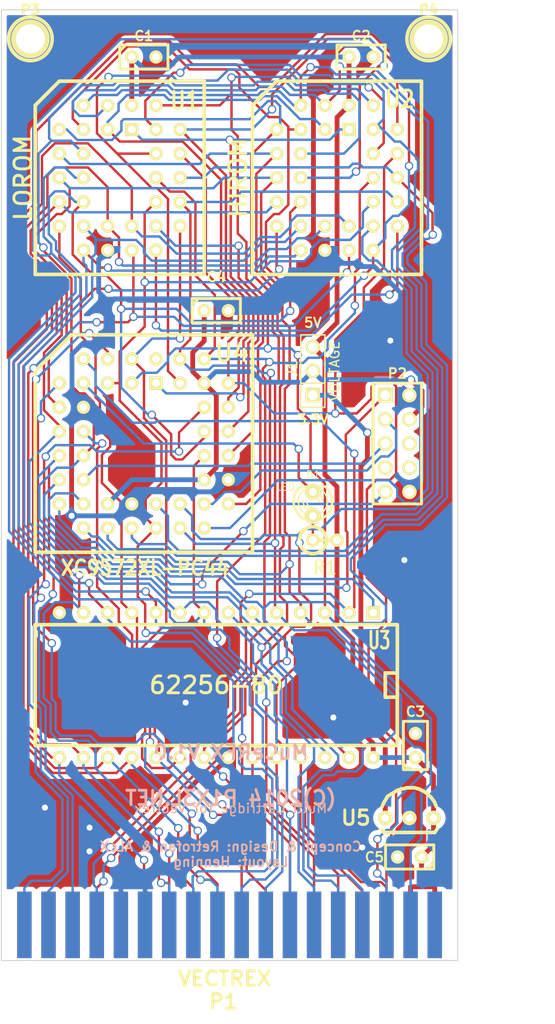
<source format=kicad_pcb>
(kicad_pcb (version 3) (host pcbnew "(2013-07-07 BZR 4022)-stable")
  (title_block (title "MuCaREX V1.0") (rev 1) (company P1X3L.NET))
  (layers (15 F.Cu signal) (0 B.Cu signal) (18 B.Paste user) (19 F.Paste user) (20 B.SilkS user) (21 F.SilkS user) (22 B.Mask user) (23 F.Mask user) (28 Edge.Cuts user))
  (net 0 "")
  (net 1 /VREG)
  (net 2 A0)
  (net 3 A1)
  (net 4 A10)
  (net 5 A11)
  (net 6 A12)
  (net 7 A13)
  (net 8 A14)
  (net 9 A15)
  (net 10 A2)
  (net 11 A3)
  (net 12 A4)
  (net 13 A5)
  (net 14 A6)
  (net 15 A7)
  (net 16 A8)
  (net 17 A9)
  (net 18 D0)
  (net 19 D1)
  (net 20 D2)
  (net 21 D3)
  (net 22 D4)
  (net 23 D5)
  (net 24 D6)
  (net 25 D7)
  (net 26 F1CE)
  (net 27 F2CE)
  (net 28 FA12)
  (net 29 FA13)
  (net 30 FA14)
  (net 31 FA15)
  (net 32 FA16)
  (net 33 FA17)
  (net 34 FA18)
  (net 35 GND)
  (net 36 LED)
  (net 37 N-0000035)
  (net 38 OE)
  (net 39 PB6)
  (net 40 RA14)
  (net 41 RCE)
  (net 42 RW)
  (net 43 TCK)
  (net 44 TDI)
  (net 45 TDO)
  (net 46 TMS)
  (net 47 VCC)
  (net 48 VCPLD)
  (module PLCC44 (layer F.Cu) (at 129.54 91.44 270)
    (fp_text reference U4 (at -9.525 -9.271 360) (layer F.SilkS) (effects (font (size 1.778 1.778) (thickness 0.3048))))
    (fp_text value XC9572XL-PC44 (at 13.081 -0.127 360) (layer F.SilkS) (effects (font (size 1.55956 1.39446) (thickness 0.3048))))
    (pad 1 thru_hole rect (at -6.35 -1.27 270) (size 1.397 1.397) (drill 0.8128) (layers *.Cu *.Mask F.SilkS) (net 30 FA14))
    (pad 2 thru_hole circle (at -8.89 1.27 270) (size 1.397 1.397) (drill 0.8128) (layers *.Cu *.Mask F.SilkS) (net 25 D7))
    (pad 3 thru_hole circle (at -6.35 1.27 270) (size 1.397 1.397) (drill 0.8128) (layers *.Cu *.Mask F.SilkS) (net 15 A7))
    (pad 4 thru_hole circle (at -8.89 3.81 270) (size 1.397 1.397) (drill 0.8128) (layers *.Cu *.Mask F.SilkS) (net 9 A15))
    (pad 5 thru_hole circle (at -6.35 3.81 270) (size 1.397 1.397) (drill 0.8128) (layers *.Cu *.Mask F.SilkS) (net 38 OE))
    (pad 6 thru_hole circle (at -8.89 6.35 270) (size 1.397 1.397) (drill 0.8128) (layers *.Cu *.Mask F.SilkS) (net 6 A12))
    (pad 7 thru_hole circle (at -6.35 8.89 270) (size 1.397 1.397) (drill 0.8128) (layers *.Cu *.Mask F.SilkS) (net 8 A14))
    (pad 8 thru_hole circle (at -6.35 6.35 270) (size 1.397 1.397) (drill 0.8128) (layers *.Cu *.Mask F.SilkS) (net 36 LED))
    (pad 9 thru_hole circle (at -3.81 8.89 270) (size 1.397 1.397) (drill 0.8128) (layers *.Cu *.Mask F.SilkS) (net 11 A3))
    (pad 10 thru_hole circle (at -3.81 6.35 270) (size 1.397 1.397) (drill 0.8128) (layers *.Cu *.Mask F.SilkS) (net 35 GND))
    (pad 11 thru_hole circle (at -1.27 8.89 270) (size 1.397 1.397) (drill 0.8128) (layers *.Cu *.Mask F.SilkS) (net 3 A1))
    (pad 12 thru_hole circle (at -1.27 6.35 270) (size 1.397 1.397) (drill 0.8128) (layers *.Cu *.Mask F.SilkS) (net 41 RCE))
    (pad 13 thru_hole circle (at 1.27 8.89 270) (size 1.397 1.397) (drill 0.8128) (layers *.Cu *.Mask F.SilkS) (net 7 A13))
    (pad 14 thru_hole circle (at 1.27 6.35 270) (size 1.397 1.397) (drill 0.8128) (layers *.Cu *.Mask F.SilkS) (net 12 A4))
    (pad 15 thru_hole circle (at 3.81 8.89 270) (size 1.397 1.397) (drill 0.8128) (layers *.Cu *.Mask F.SilkS) (net 44 TDI))
    (pad 16 thru_hole circle (at 3.81 6.35 270) (size 1.397 1.397) (drill 0.8128) (layers *.Cu *.Mask F.SilkS) (net 46 TMS))
    (pad 17 thru_hole circle (at 6.35 8.89 270) (size 1.397 1.397) (drill 0.8128) (layers *.Cu *.Mask F.SilkS) (net 43 TCK))
    (pad 18 thru_hole circle (at 8.89 6.35 270) (size 1.397 1.397) (drill 0.8128) (layers *.Cu *.Mask F.SilkS) (net 40 RA14))
    (pad 19 thru_hole circle (at 6.35 6.35 270) (size 1.397 1.397) (drill 0.8128) (layers *.Cu *.Mask F.SilkS) (net 5 A11))
    (pad 20 thru_hole circle (at 8.89 3.81 270) (size 1.397 1.397) (drill 0.8128) (layers *.Cu *.Mask F.SilkS) (net 14 A6))
    (pad 21 thru_hole circle (at 6.35 3.81 270) (size 1.397 1.397) (drill 0.8128) (layers *.Cu *.Mask F.SilkS) (net 48 VCPLD))
    (pad 22 thru_hole circle (at 8.89 1.27 270) (size 1.397 1.397) (drill 0.8128) (layers *.Cu *.Mask F.SilkS) (net 32 FA16))
    (pad 23 thru_hole circle (at 6.35 1.27 270) (size 1.397 1.397) (drill 0.8128) (layers *.Cu *.Mask F.SilkS) (net 35 GND))
    (pad 24 thru_hole circle (at 8.89 -1.27 270) (size 1.397 1.397) (drill 0.8128) (layers *.Cu *.Mask F.SilkS) (net 38 OE))
    (pad 25 thru_hole circle (at 6.35 -1.27 270) (size 1.397 1.397) (drill 0.8128) (layers *.Cu *.Mask F.SilkS) (net 28 FA12))
    (pad 26 thru_hole circle (at 8.89 -3.81 270) (size 1.397 1.397) (drill 0.8128) (layers *.Cu *.Mask F.SilkS) (net 13 A5))
    (pad 27 thru_hole circle (at 6.35 -3.81 270) (size 1.397 1.397) (drill 0.8128) (layers *.Cu *.Mask F.SilkS) (net 42 RW))
    (pad 28 thru_hole circle (at 8.89 -6.35 270) (size 1.397 1.397) (drill 0.8128) (layers *.Cu *.Mask F.SilkS) (net 27 F2CE))
    (pad 29 thru_hole circle (at 6.35 -8.89 270) (size 1.397 1.397) (drill 0.8128) (layers *.Cu *.Mask F.SilkS) (net 33 FA17))
    (pad 30 thru_hole circle (at 6.35 -6.35 270) (size 1.397 1.397) (drill 0.8128) (layers *.Cu *.Mask F.SilkS) (net 45 TDO))
    (pad 31 thru_hole circle (at 3.81 -8.89 270) (size 1.397 1.397) (drill 0.8128) (layers *.Cu *.Mask F.SilkS) (net 35 GND))
    (pad 32 thru_hole circle (at 3.81 -6.35 270) (size 1.397 1.397) (drill 0.8128) (layers *.Cu *.Mask F.SilkS) (net 48 VCPLD))
    (pad 33 thru_hole circle (at 1.27 -8.89 270) (size 1.397 1.397) (drill 0.8128) (layers *.Cu *.Mask F.SilkS) (net 26 F1CE))
    (pad 34 thru_hole circle (at 1.27 -6.35 270) (size 1.397 1.397) (drill 0.8128) (layers *.Cu *.Mask F.SilkS) (net 10 A2))
    (pad 35 thru_hole circle (at -1.27 -8.89 270) (size 1.397 1.397) (drill 0.8128) (layers *.Cu *.Mask F.SilkS) (net 34 FA18))
    (pad 36 thru_hole circle (at -1.27 -6.35 270) (size 1.397 1.397) (drill 0.8128) (layers *.Cu *.Mask F.SilkS) (net 2 A0))
    (pad 37 thru_hole circle (at -3.81 -8.89 270) (size 1.397 1.397) (drill 0.8128) (layers *.Cu *.Mask F.SilkS) (net 31 FA15))
    (pad 38 thru_hole circle (at -3.81 -6.35 270) (size 1.397 1.397) (drill 0.8128) (layers *.Cu *.Mask F.SilkS) (net 39 PB6))
    (pad 39 thru_hole circle (at -6.35 -8.89 270) (size 1.397 1.397) (drill 0.8128) (layers *.Cu *.Mask F.SilkS) (net 16 A8))
    (pad 40 thru_hole circle (at -8.89 -6.35 270) (size 1.397 1.397) (drill 0.8128) (layers *.Cu *.Mask F.SilkS) (net 17 A9))
    (pad 41 thru_hole circle (at -6.35 -6.35 270) (size 1.397 1.397) (drill 0.8128) (layers *.Cu *.Mask F.SilkS) (net 48 VCPLD))
    (pad 42 thru_hole circle (at -8.89 -3.81 270) (size 1.397 1.397) (drill 0.8128) (layers *.Cu *.Mask F.SilkS) (net 4 A10))
    (pad 43 thru_hole circle (at -6.35 -3.81 270) (size 1.397 1.397) (drill 0.8128) (layers *.Cu *.Mask F.SilkS) (net 29 FA13))
    (pad 44 thru_hole circle (at -8.89 -1.27 270) (size 1.397 1.397) (drill 0.8128) (layers *.Cu *.Mask F.SilkS))
  )
  (module PLCC32 (layer F.Cu) (at 127 63.5)
    (fp_text reference U1 (at 6.858 -8.128) (layer F.SilkS) (effects (font (size 1.778 1.524) (thickness 0.3048))))
    (fp_text value LOROM (at -10.16 0 90) (layer F.SilkS) (effects (font (size 1.778 1.778) (thickness 0.3048))))
    (pad 1 thru_hole rect (at 1.27 -5.08) (size 1.397 1.397) (drill 0.8128) (layers *.Cu *.Mask F.SilkS) (net 34 FA18))
    (pad 2 thru_hole circle (at -1.27 -7.62) (size 1.397 1.397) (drill 0.8128) (layers *.Cu *.Mask F.SilkS) (net 32 FA16))
    (pad 3 thru_hole circle (at -1.27 -5.08) (size 1.397 1.397) (drill 0.8128) (layers *.Cu *.Mask F.SilkS) (net 31 FA15))
    (pad 4 thru_hole circle (at -3.81 -7.62) (size 1.397 1.397) (drill 0.8128) (layers *.Cu *.Mask F.SilkS) (net 28 FA12))
    (pad 5 thru_hole circle (at -6.35 -5.08) (size 1.397 1.397) (drill 0.8128) (layers *.Cu *.Mask F.SilkS) (net 15 A7))
    (pad 6 thru_hole circle (at -3.81 -5.08) (size 1.397 1.397) (drill 0.8128) (layers *.Cu *.Mask F.SilkS) (net 14 A6))
    (pad 7 thru_hole circle (at -6.35 -2.54) (size 1.397 1.397) (drill 0.8128) (layers *.Cu *.Mask F.SilkS) (net 13 A5))
    (pad 8 thru_hole circle (at -3.81 -2.54) (size 1.397 1.397) (drill 0.8128) (layers *.Cu *.Mask F.SilkS) (net 12 A4))
    (pad 9 thru_hole circle (at -6.35 0) (size 1.397 1.397) (drill 0.8128) (layers *.Cu *.Mask F.SilkS) (net 11 A3))
    (pad 10 thru_hole circle (at -3.81 0) (size 1.397 1.397) (drill 0.8128) (layers *.Cu *.Mask F.SilkS) (net 10 A2))
    (pad 11 thru_hole circle (at -6.35 2.54) (size 1.397 1.397) (drill 0.8128) (layers *.Cu *.Mask F.SilkS) (net 3 A1))
    (pad 12 thru_hole circle (at -3.81 2.54) (size 1.397 1.397) (drill 0.8128) (layers *.Cu *.Mask F.SilkS) (net 2 A0))
    (pad 13 thru_hole circle (at -6.35 5.08) (size 1.397 1.397) (drill 0.8128) (layers *.Cu *.Mask F.SilkS) (net 18 D0))
    (pad 14 thru_hole circle (at -3.81 7.62) (size 1.397 1.397) (drill 0.8128) (layers *.Cu *.Mask F.SilkS) (net 19 D1))
    (pad 15 thru_hole circle (at -3.81 5.08) (size 1.397 1.397) (drill 0.8128) (layers *.Cu *.Mask F.SilkS) (net 20 D2))
    (pad 16 thru_hole circle (at -1.27 7.62) (size 1.397 1.397) (drill 0.8128) (layers *.Cu *.Mask F.SilkS) (net 35 GND))
    (pad 17 thru_hole circle (at -1.27 5.08) (size 1.397 1.397) (drill 0.8128) (layers *.Cu *.Mask F.SilkS) (net 21 D3))
    (pad 18 thru_hole circle (at 1.27 7.62) (size 1.397 1.397) (drill 0.8128) (layers *.Cu *.Mask F.SilkS) (net 22 D4))
    (pad 19 thru_hole circle (at 1.27 5.08) (size 1.397 1.397) (drill 0.8128) (layers *.Cu *.Mask F.SilkS) (net 23 D5))
    (pad 20 thru_hole circle (at 3.81 7.62) (size 1.397 1.397) (drill 0.8128) (layers *.Cu *.Mask F.SilkS) (net 24 D6))
    (pad 21 thru_hole circle (at 6.35 5.08) (size 1.397 1.397) (drill 0.8128) (layers *.Cu *.Mask F.SilkS) (net 25 D7))
    (pad 22 thru_hole circle (at 3.81 5.08) (size 1.397 1.397) (drill 0.8128) (layers *.Cu *.Mask F.SilkS) (net 26 F1CE))
    (pad 23 thru_hole circle (at 6.35 2.54) (size 1.397 1.397) (drill 0.8128) (layers *.Cu *.Mask F.SilkS) (net 4 A10))
    (pad 24 thru_hole circle (at 3.81 2.54) (size 1.397 1.397) (drill 0.8128) (layers *.Cu *.Mask F.SilkS) (net 38 OE))
    (pad 25 thru_hole circle (at 6.35 0) (size 1.397 1.397) (drill 0.8128) (layers *.Cu *.Mask F.SilkS) (net 5 A11))
    (pad 26 thru_hole circle (at 3.81 0) (size 1.397 1.397) (drill 0.8128) (layers *.Cu *.Mask F.SilkS) (net 17 A9))
    (pad 27 thru_hole circle (at 6.35 -2.54) (size 1.397 1.397) (drill 0.8128) (layers *.Cu *.Mask F.SilkS) (net 16 A8))
    (pad 28 thru_hole circle (at 3.81 -2.54) (size 1.397 1.397) (drill 0.8128) (layers *.Cu *.Mask F.SilkS) (net 29 FA13))
    (pad 31 thru_hole circle (at 3.81 -5.08) (size 1.397 1.397) (drill 0.8128) (layers *.Cu *.Mask F.SilkS) (net 42 RW))
    (pad 32 thru_hole circle (at 1.27 -7.62) (size 1.397 1.397) (drill 0.8128) (layers *.Cu *.Mask F.SilkS) (net 47 VCC))
    (pad 29 thru_hole circle (at 6.35 -5.08) (size 1.397 1.397) (drill 0.8128) (layers *.Cu *.Mask F.SilkS) (net 30 FA14))
    (pad 30 thru_hole circle (at 3.81 -7.62) (size 1.397 1.397) (drill 0.8128) (layers *.Cu *.Mask F.SilkS) (net 33 FA17))
  )
  (module LED-3MM (layer F.Cu) (at 147.32 97.79 90)
    (fp_text reference D1 (at 3.0734 0.0254 180) (layer F.SilkS) (effects (font (size 0.762 0.762) (thickness 0.0889))))
    (fp_text value LED (at 1.778 -2.921 180) (layer F.SilkS) (effects (font (size 0.762 0.762) (thickness 0.0889))))
    (pad 1 thru_hole circle (at -1.27 0 90) (size 1.6764 1.6764) (drill 0.8128) (layers *.Cu *.Mask F.SilkS) (net 37 N-0000035))
    (pad 2 thru_hole circle (at 1.27 0 90) (size 1.6764 1.6764) (drill 0.8128) (layers *.Cu *.Mask F.SilkS) (net 36 LED))
  )
  (module DIP-28__600 (layer F.Cu) (at 137.16 116.84 180)
    (fp_text reference U3 (at -17.145 4.699 180) (layer F.SilkS) (effects (font (size 1.778 1.143) (thickness 0.3048))))
    (fp_text value 62256-80 (at 0 0 180) (layer F.SilkS) (effects (font (size 1.778 1.778) (thickness 0.3048))))
    (pad 1 thru_hole rect (at -16.51 7.62 180) (size 1.397 1.397) (drill 0.8128) (layers *.Cu *.Mask F.SilkS) (net 40 RA14))
    (pad 2 thru_hole circle (at -13.97 7.62 180) (size 1.397 1.397) (drill 0.8128) (layers *.Cu *.Mask F.SilkS) (net 6 A12))
    (pad 3 thru_hole circle (at -11.43 7.62 180) (size 1.397 1.397) (drill 0.8128) (layers *.Cu *.Mask F.SilkS) (net 15 A7))
    (pad 4 thru_hole circle (at -8.89 7.62 180) (size 1.397 1.397) (drill 0.8128) (layers *.Cu *.Mask F.SilkS) (net 14 A6))
    (pad 5 thru_hole circle (at -6.35 7.62 180) (size 1.397 1.397) (drill 0.8128) (layers *.Cu *.Mask F.SilkS) (net 13 A5))
    (pad 6 thru_hole circle (at -3.81 7.62 180) (size 1.397 1.397) (drill 0.8128) (layers *.Cu *.Mask F.SilkS) (net 12 A4))
    (pad 7 thru_hole circle (at -1.27 7.62 180) (size 1.397 1.397) (drill 0.8128) (layers *.Cu *.Mask F.SilkS) (net 11 A3))
    (pad 8 thru_hole circle (at 1.27 7.62 180) (size 1.397 1.397) (drill 0.8128) (layers *.Cu *.Mask F.SilkS) (net 10 A2))
    (pad 9 thru_hole circle (at 3.81 7.62 180) (size 1.397 1.397) (drill 0.8128) (layers *.Cu *.Mask F.SilkS) (net 3 A1))
    (pad 10 thru_hole circle (at 6.35 7.62 180) (size 1.397 1.397) (drill 0.8128) (layers *.Cu *.Mask F.SilkS) (net 2 A0))
    (pad 11 thru_hole circle (at 8.89 7.62 180) (size 1.397 1.397) (drill 0.8128) (layers *.Cu *.Mask F.SilkS) (net 18 D0))
    (pad 12 thru_hole circle (at 11.43 7.62 180) (size 1.397 1.397) (drill 0.8128) (layers *.Cu *.Mask F.SilkS) (net 19 D1))
    (pad 13 thru_hole circle (at 13.97 7.62 180) (size 1.397 1.397) (drill 0.8128) (layers *.Cu *.Mask F.SilkS) (net 20 D2))
    (pad 14 thru_hole circle (at 16.51 7.62 180) (size 1.397 1.397) (drill 0.8128) (layers *.Cu *.Mask F.SilkS) (net 35 GND))
    (pad 15 thru_hole circle (at 16.51 -7.62 180) (size 1.397 1.397) (drill 0.8128) (layers *.Cu *.Mask F.SilkS) (net 21 D3))
    (pad 16 thru_hole circle (at 13.97 -7.62 180) (size 1.397 1.397) (drill 0.8128) (layers *.Cu *.Mask F.SilkS) (net 22 D4))
    (pad 17 thru_hole circle (at 11.43 -7.62 180) (size 1.397 1.397) (drill 0.8128) (layers *.Cu *.Mask F.SilkS) (net 23 D5))
    (pad 18 thru_hole circle (at 8.89 -7.62 180) (size 1.397 1.397) (drill 0.8128) (layers *.Cu *.Mask F.SilkS) (net 24 D6))
    (pad 19 thru_hole circle (at 6.35 -7.62 180) (size 1.397 1.397) (drill 0.8128) (layers *.Cu *.Mask F.SilkS) (net 25 D7))
    (pad 20 thru_hole circle (at 3.81 -7.62 180) (size 1.397 1.397) (drill 0.8128) (layers *.Cu *.Mask F.SilkS) (net 41 RCE))
    (pad 21 thru_hole circle (at 1.27 -7.62 180) (size 1.397 1.397) (drill 0.8128) (layers *.Cu *.Mask F.SilkS) (net 4 A10))
    (pad 22 thru_hole circle (at -1.27 -7.62 180) (size 1.397 1.397) (drill 0.8128) (layers *.Cu *.Mask F.SilkS) (net 35 GND))
    (pad 23 thru_hole circle (at -3.81 -7.62 180) (size 1.397 1.397) (drill 0.8128) (layers *.Cu *.Mask F.SilkS) (net 5 A11))
    (pad 24 thru_hole circle (at -6.35 -7.62 180) (size 1.397 1.397) (drill 0.8128) (layers *.Cu *.Mask F.SilkS) (net 17 A9))
    (pad 25 thru_hole circle (at -8.89 -7.62 180) (size 1.397 1.397) (drill 0.8128) (layers *.Cu *.Mask F.SilkS) (net 16 A8))
    (pad 26 thru_hole circle (at -11.43 -7.62 180) (size 1.397 1.397) (drill 0.8128) (layers *.Cu *.Mask F.SilkS) (net 7 A13))
    (pad 27 thru_hole circle (at -13.97 -7.62 180) (size 1.397 1.397) (drill 0.8128) (layers *.Cu *.Mask F.SilkS) (net 42 RW))
    (pad 28 thru_hole circle (at -16.51 -7.62 180) (size 1.397 1.397) (drill 0.8128) (layers *.Cu *.Mask F.SilkS) (net 47 VCC))
  )
  (module PLCC32 (layer F.Cu) (at 149.86 63.5)
    (fp_text reference U2 (at 6.604 -8.255) (layer F.SilkS) (effects (font (size 1.778 1.524) (thickness 0.3048))))
    (fp_text value HIROM (at -10.414 0 90) (layer F.SilkS) (effects (font (size 1.778 1.778) (thickness 0.3048))))
    (pad 1 thru_hole rect (at 1.27 -5.08) (size 1.397 1.397) (drill 0.8128) (layers *.Cu *.Mask F.SilkS) (net 34 FA18))
    (pad 2 thru_hole circle (at -1.27 -7.62) (size 1.397 1.397) (drill 0.8128) (layers *.Cu *.Mask F.SilkS) (net 32 FA16))
    (pad 3 thru_hole circle (at -1.27 -5.08) (size 1.397 1.397) (drill 0.8128) (layers *.Cu *.Mask F.SilkS) (net 31 FA15))
    (pad 4 thru_hole circle (at -3.81 -7.62) (size 1.397 1.397) (drill 0.8128) (layers *.Cu *.Mask F.SilkS) (net 28 FA12))
    (pad 5 thru_hole circle (at -6.35 -5.08) (size 1.397 1.397) (drill 0.8128) (layers *.Cu *.Mask F.SilkS) (net 15 A7))
    (pad 6 thru_hole circle (at -3.81 -5.08) (size 1.397 1.397) (drill 0.8128) (layers *.Cu *.Mask F.SilkS) (net 14 A6))
    (pad 7 thru_hole circle (at -6.35 -2.54) (size 1.397 1.397) (drill 0.8128) (layers *.Cu *.Mask F.SilkS) (net 13 A5))
    (pad 8 thru_hole circle (at -3.81 -2.54) (size 1.397 1.397) (drill 0.8128) (layers *.Cu *.Mask F.SilkS) (net 12 A4))
    (pad 9 thru_hole circle (at -6.35 0) (size 1.397 1.397) (drill 0.8128) (layers *.Cu *.Mask F.SilkS) (net 11 A3))
    (pad 10 thru_hole circle (at -3.81 0) (size 1.397 1.397) (drill 0.8128) (layers *.Cu *.Mask F.SilkS) (net 10 A2))
    (pad 11 thru_hole circle (at -6.35 2.54) (size 1.397 1.397) (drill 0.8128) (layers *.Cu *.Mask F.SilkS) (net 3 A1))
    (pad 12 thru_hole circle (at -3.81 2.54) (size 1.397 1.397) (drill 0.8128) (layers *.Cu *.Mask F.SilkS) (net 2 A0))
    (pad 13 thru_hole circle (at -6.35 5.08) (size 1.397 1.397) (drill 0.8128) (layers *.Cu *.Mask F.SilkS) (net 18 D0))
    (pad 14 thru_hole circle (at -3.81 7.62) (size 1.397 1.397) (drill 0.8128) (layers *.Cu *.Mask F.SilkS) (net 19 D1))
    (pad 15 thru_hole circle (at -3.81 5.08) (size 1.397 1.397) (drill 0.8128) (layers *.Cu *.Mask F.SilkS) (net 20 D2))
    (pad 16 thru_hole circle (at -1.27 7.62) (size 1.397 1.397) (drill 0.8128) (layers *.Cu *.Mask F.SilkS) (net 35 GND))
    (pad 17 thru_hole circle (at -1.27 5.08) (size 1.397 1.397) (drill 0.8128) (layers *.Cu *.Mask F.SilkS) (net 21 D3))
    (pad 18 thru_hole circle (at 1.27 7.62) (size 1.397 1.397) (drill 0.8128) (layers *.Cu *.Mask F.SilkS) (net 22 D4))
    (pad 19 thru_hole circle (at 1.27 5.08) (size 1.397 1.397) (drill 0.8128) (layers *.Cu *.Mask F.SilkS) (net 23 D5))
    (pad 20 thru_hole circle (at 3.81 7.62) (size 1.397 1.397) (drill 0.8128) (layers *.Cu *.Mask F.SilkS) (net 24 D6))
    (pad 21 thru_hole circle (at 6.35 5.08) (size 1.397 1.397) (drill 0.8128) (layers *.Cu *.Mask F.SilkS) (net 25 D7))
    (pad 22 thru_hole circle (at 3.81 5.08) (size 1.397 1.397) (drill 0.8128) (layers *.Cu *.Mask F.SilkS) (net 27 F2CE))
    (pad 23 thru_hole circle (at 6.35 2.54) (size 1.397 1.397) (drill 0.8128) (layers *.Cu *.Mask F.SilkS) (net 4 A10))
    (pad 24 thru_hole circle (at 3.81 2.54) (size 1.397 1.397) (drill 0.8128) (layers *.Cu *.Mask F.SilkS) (net 38 OE))
    (pad 25 thru_hole circle (at 6.35 0) (size 1.397 1.397) (drill 0.8128) (layers *.Cu *.Mask F.SilkS) (net 5 A11))
    (pad 26 thru_hole circle (at 3.81 0) (size 1.397 1.397) (drill 0.8128) (layers *.Cu *.Mask F.SilkS) (net 17 A9))
    (pad 27 thru_hole circle (at 6.35 -2.54) (size 1.397 1.397) (drill 0.8128) (layers *.Cu *.Mask F.SilkS) (net 16 A8))
    (pad 28 thru_hole circle (at 3.81 -2.54) (size 1.397 1.397) (drill 0.8128) (layers *.Cu *.Mask F.SilkS) (net 29 FA13))
    (pad 31 thru_hole circle (at 3.81 -5.08) (size 1.397 1.397) (drill 0.8128) (layers *.Cu *.Mask F.SilkS) (net 42 RW))
    (pad 32 thru_hole circle (at 1.27 -7.62) (size 1.397 1.397) (drill 0.8128) (layers *.Cu *.Mask F.SilkS) (net 47 VCC))
    (pad 29 thru_hole circle (at 6.35 -5.08) (size 1.397 1.397) (drill 0.8128) (layers *.Cu *.Mask F.SilkS) (net 30 FA14))
    (pad 30 thru_hole circle (at 3.81 -7.62) (size 1.397 1.397) (drill 0.8128) (layers *.Cu *.Mask F.SilkS) (net 33 FA17))
  )
  (module PIN_ARRAY_5x2 (layer F.Cu) (at 156.21 91.44 270)
    (fp_text reference P2 (at -7.366 0 360) (layer F.SilkS) (effects (font (size 1.016 1.016) (thickness 0.2032))))
    (fp_text value PROG hide)
    (pad 1 thru_hole rect (at -5.08 1.27 270) (size 1.524 1.524) (drill 1.016) (layers *.Cu *.Mask F.SilkS) (net 43 TCK))
    (pad 2 thru_hole circle (at -5.08 -1.27 270) (size 1.524 1.524) (drill 1.016) (layers *.Cu *.Mask F.SilkS) (net 35 GND))
    (pad 3 thru_hole circle (at -2.54 1.27 270) (size 1.524 1.524) (drill 1.016) (layers *.Cu *.Mask F.SilkS) (net 45 TDO))
    (pad 4 thru_hole circle (at -2.54 -1.27 270) (size 1.524 1.524) (drill 1.016) (layers *.Cu *.Mask F.SilkS) (net 48 VCPLD))
    (pad 5 thru_hole circle (at 0 1.27 270) (size 1.524 1.524) (drill 1.016) (layers *.Cu *.Mask F.SilkS) (net 46 TMS))
    (pad 6 thru_hole circle (at 0 -1.27 270) (size 1.524 1.524) (drill 1.016) (layers *.Cu *.Mask F.SilkS))
    (pad 7 thru_hole circle (at 2.54 1.27 270) (size 1.524 1.524) (drill 1.016) (layers *.Cu *.Mask F.SilkS))
    (pad 8 thru_hole circle (at 2.54 -1.27 270) (size 1.524 1.524) (drill 1.016) (layers *.Cu *.Mask F.SilkS))
    (pad 9 thru_hole circle (at 5.08 1.27 270) (size 1.524 1.524) (drill 1.016) (layers *.Cu *.Mask F.SilkS) (net 44 TDI))
    (pad 10 thru_hole circle (at 5.08 -1.27 270) (size 1.524 1.524) (drill 1.016) (layers *.Cu *.Mask F.SilkS) (net 35 GND))
  )
  (module C1 (layer F.Cu) (at 129.54 50.8)
    (fp_text reference C1 (at 0 -2.2098) (layer F.SilkS) (effects (font (size 1.016 1.016) (thickness 0.2032))))
    (fp_text value 0.1uF hide)
    (pad 1 thru_hole circle (at -1.27 0) (size 1.397 1.397) (drill 0.8128) (layers *.Cu *.Mask F.SilkS) (net 47 VCC))
    (pad 2 thru_hole circle (at 1.27 0) (size 1.397 1.397) (drill 0.8128) (layers *.Cu *.Mask F.SilkS) (net 35 GND))
  )
  (module C1 (layer F.Cu) (at 152.4 50.8)
    (fp_text reference C2 (at 0 -2.2098) (layer F.SilkS) (effects (font (size 1.016 1.016) (thickness 0.2032))))
    (fp_text value 0.1uF hide)
    (pad 1 thru_hole circle (at -1.27 0) (size 1.397 1.397) (drill 0.8128) (layers *.Cu *.Mask F.SilkS) (net 47 VCC))
    (pad 2 thru_hole circle (at 1.27 0) (size 1.397 1.397) (drill 0.8128) (layers *.Cu *.Mask F.SilkS) (net 35 GND))
  )
  (module C1 (layer F.Cu) (at 158.115 123.19 90)
    (fp_text reference C3 (at 3.556 0 180) (layer F.SilkS) (effects (font (size 1.016 1.016) (thickness 0.2032))))
    (fp_text value 0.1uF hide)
    (pad 1 thru_hole circle (at -1.27 0 90) (size 1.397 1.397) (drill 0.8128) (layers *.Cu *.Mask F.SilkS) (net 47 VCC))
    (pad 2 thru_hole circle (at 1.27 0 90) (size 1.397 1.397) (drill 0.8128) (layers *.Cu *.Mask F.SilkS) (net 35 GND))
  )
  (module C1 (layer F.Cu) (at 137.16 77.47)
    (fp_text reference C4 (at 0 -3.556) (layer F.SilkS) (effects (font (size 1.016 1.016) (thickness 0.2032))))
    (fp_text value 0.1uF hide)
    (pad 1 thru_hole circle (at -1.27 0) (size 1.397 1.397) (drill 0.8128) (layers *.Cu *.Mask F.SilkS) (net 48 VCPLD))
    (pad 2 thru_hole circle (at 1.27 0) (size 1.397 1.397) (drill 0.8128) (layers *.Cu *.Mask F.SilkS) (net 35 GND))
  )
  (module TO-92-Free-inline-wide (layer F.Cu) (at 157.48 130.81 90)
    (fp_text reference U5 (at 0.0127 -5.6388 180) (layer F.SilkS) (effects (font (size 1.524 1.524) (thickness 0.3048))))
    (fp_text value TS2950 hide)
    (pad 2 thru_hole circle (at 0 0 90) (size 1.524 1.524) (drill 0.8128) (layers *.Cu *.Mask F.SilkS) (net 35 GND))
    (pad 3 thru_hole circle (at 0 2.54 90) (size 1.524 1.524) (drill 0.8128) (layers *.Cu *.Mask F.SilkS) (net 47 VCC))
    (pad 1 thru_hole circle (at 0 -2.54 90) (size 1.524 1.524) (drill 0.8128) (layers *.Cu *.Mask F.SilkS) (net 1 /VREG))
  )
  (module PIN_ARRAY_3X1 (layer F.Cu) (at 147.32 83.82 90)
    (fp_text reference J1 (at 0.254 -2.159 90) (layer F.SilkS) (effects (font (size 1.016 1.016) (thickness 0.1524))))
    (fp_text value VOLTAGE (at 0 2.286 90) (layer F.SilkS) (effects (font (size 1.016 1.016) (thickness 0.1524))))
    (pad 1 thru_hole rect (at -2.54 0 90) (size 1.524 1.524) (drill 1.016) (layers *.Cu *.Mask F.SilkS) (net 1 /VREG))
    (pad 2 thru_hole circle (at 0 0 90) (size 1.524 1.524) (drill 1.016) (layers *.Cu *.Mask F.SilkS) (net 48 VCPLD))
    (pad 3 thru_hole circle (at 2.54 0 90) (size 1.524 1.524) (drill 1.016) (layers *.Cu *.Mask F.SilkS) (net 47 VCC))
  )
  (module C1 (layer F.Cu) (at 157.5054 134.9121 180)
    (fp_text reference C5 (at 3.7084 -0.0254 180) (layer F.SilkS) (effects (font (size 1.016 1.016) (thickness 0.2032))))
    (fp_text value 4,7uF hide)
    (pad 1 thru_hole circle (at -1.27 0 180) (size 1.397 1.397) (drill 0.8128) (layers *.Cu *.Mask F.SilkS) (net 47 VCC))
    (pad 2 thru_hole circle (at 1.27 0 180) (size 1.397 1.397) (drill 0.8128) (layers *.Cu *.Mask F.SilkS) (net 35 GND))
  )
  (module R1 (layer F.Cu) (at 148.59 101.6)
    (fp_text reference R1 (at 0.0127 2.8829) (layer F.SilkS) (effects (font (size 1.397 1.27) (thickness 0.2032))))
    (fp_text value 75 hide)
    (pad 1 thru_hole circle (at -1.27 0) (size 1.397 1.397) (drill 0.8128) (layers *.Cu *.Mask F.SilkS) (net 37 N-0000035))
    (pad 2 thru_hole circle (at 1.27 0) (size 1.397 1.397) (drill 0.8128) (layers *.Cu *.Mask F.SilkS) (net 47 VCC))
  )
  (module VECTREX-EDGE (layer F.Cu) (at 137.795 141.796)
    (fp_text reference P1 (at 0.127 8.3185) (layer F.SilkS) (effects (font (size 1.524 1.524) (thickness 0.3048))))
    (fp_text value VECTREX (at 0.254 5.9055) (layer F.SilkS) (effects (font (size 1.524 1.524) (thickness 0.3048))))
    (pad 2 connect rect (at 22.352 0.254) (size 1.524 7) (layers F.Cu F.Mask) (net 47 VCC))
    (pad 4 connect rect (at 19.812 0.254) (size 1.524 7) (layers F.Cu F.Mask) (net 47 VCC))
    (pad 5 connect rect (at 17.272 0.254) (size 1.524 7) (layers B.Cu B.Mask) (net 14 A6))
    (pad 6 connect rect (at 17.272 0.254) (size 1.524 7) (layers F.Cu F.Mask) (net 16 A8))
    (pad 7 connect rect (at 14.732 0.254) (size 1.524 7) (layers B.Cu B.Mask) (net 13 A5))
    (pad 8 connect rect (at 14.732 0.254) (size 1.524 7) (layers F.Cu F.Mask) (net 17 A9))
    (pad 9 connect rect (at 12.192 0.254) (size 1.524 7) (layers B.Cu B.Mask) (net 12 A4))
    (pad 10 connect rect (at 12.192 0.254) (size 1.524 7) (layers F.Cu F.Mask) (net 5 A11))
    (pad 11 connect rect (at 9.652 0.254) (size 1.524 7) (layers B.Cu B.Mask) (net 11 A3))
    (pad 12 connect rect (at 9.652 0.254) (size 1.524 7) (layers F.Cu F.Mask) (net 38 OE))
    (pad 13 connect rect (at 7.112 0.254) (size 1.524 7) (layers B.Cu B.Mask) (net 10 A2))
    (pad 14 connect rect (at 7.112 0.254) (size 1.524 7) (layers F.Cu F.Mask) (net 4 A10))
    (pad 15 connect rect (at 4.572 0.254) (size 1.524 7) (layers B.Cu B.Mask) (net 3 A1))
    (pad 16 connect rect (at 4.572 0.254) (size 1.524 7) (layers F.Cu F.Mask) (net 9 A15))
    (pad 17 connect rect (at 2.032 0.254) (size 1.524 7) (layers B.Cu B.Mask) (net 2 A0))
    (pad 18 connect rect (at 2.032 0.254) (size 1.524 7) (layers F.Cu F.Mask) (net 25 D7))
    (pad 19 connect rect (at -0.508 0.254) (size 1.524 7) (layers B.Cu B.Mask) (net 18 D0))
    (pad 20 connect rect (at -0.508 0.254) (size 1.524 7) (layers F.Cu F.Mask) (net 24 D6))
    (pad 21 connect rect (at -3.048 0.254) (size 1.524 7) (layers B.Cu B.Mask) (net 19 D1))
    (pad 22 connect rect (at -3.048 0.254) (size 1.524 7) (layers F.Cu F.Mask) (net 23 D5))
    (pad 23 connect rect (at -5.588 0.254) (size 1.524 7) (layers B.Cu B.Mask) (net 20 D2))
    (pad 24 connect rect (at -5.588 0.254) (size 1.524 7) (layers F.Cu F.Mask) (net 22 D4))
    (pad 25 connect rect (at -8.128 0.254) (size 1.524 7) (layers B.Cu B.Mask) (net 35 GND))
    (pad 26 connect rect (at -8.128 0.254) (size 1.524 7) (layers F.Cu F.Mask) (net 21 D3))
    (pad 27 connect rect (at -10.668 0.254) (size 1.524 7) (layers B.Cu B.Mask) (net 35 GND))
    (pad 28 connect rect (at -10.668 0.254) (size 1.524 7) (layers F.Cu F.Mask) (net 35 GND))
    (pad 29 connect rect (at -13.208 0.254) (size 1.524 7) (layers B.Cu B.Mask) (net 6 A12))
    (pad 30 connect rect (at -13.208 0.254) (size 1.524 7) (layers F.Cu F.Mask) (net 42 RW))
    (pad 31 connect rect (at -15.748 0.254) (size 1.524 7) (layers B.Cu B.Mask) (net 7 A13))
    (pad 32 connect rect (at -15.748 0.254) (size 1.524 7) (layers F.Cu F.Mask))
    (pad 33 connect rect (at -18.288 0.254) (size 1.524 7) (layers B.Cu B.Mask) (net 8 A14))
    (pad 34 connect rect (at -18.288 0.254) (size 1.524 7) (layers F.Cu F.Mask))
    (pad 35 connect rect (at -20.828 0.254) (size 1.524 7) (layers B.Cu B.Mask) (net 39 PB6))
    (pad 36 connect rect (at -20.828 0.254) (size 1.524 7) (layers F.Cu F.Mask))
    (pad 1 connect rect (at 22.352 0.254) (size 1.524 7) (layers B.Cu B.Mask))
    (pad 3 connect rect (at 19.812 0.254) (size 1.524 7) (layers B.Cu B.Mask) (net 15 A7))
  )
  (module 1pin (layer F.Cu) (at 117.602 48.895)
    (fp_text reference P3 (at 0 -3.048) (layer F.SilkS) (effects (font (size 1.016 1.016) (thickness 0.254))))
    (fp_text value CONN_1 hide)
    (pad 1 thru_hole circle (at 0 0) (size 4.064 4.064) (drill 3.048) (layers *.Cu *.Mask F.SilkS) (net 35 GND))
  )
  (module 1pin (layer F.Cu) (at 159.512 48.895)
    (fp_text reference P4 (at 0 -3.048) (layer F.SilkS) (effects (font (size 1.016 1.016) (thickness 0.254))))
    (fp_text value CONN_1 hide)
    (pad 1 thru_hole circle (at 0 0) (size 4.064 4.064) (drill 3.048) (layers *.Cu *.Mask F.SilkS) (net 35 GND))
  )
  (gr_text "Multi Cartridge for Vectrex" (at 138.684 129.794) (layer B.SilkS) (effects (font (size 1 1)) (justify mirror)))
  (gr_text "Concept & Design: Retrofan & ALeX\nLayout: Henning" (at 138.684 134.62) (layer B.SilkS) (effects (font (size 1 1) (thickness 0.2)) (justify mirror)))
  (gr_text "MuCaREX V1.0\n\n(C)2014 P1X3L.NET\n\n" (at 138.684 127.508) (layer B.SilkS) (effects (font (size 1.5 1.5) (thickness 0.3)) (justify mirror)))
  (gr_line (start 114.554 45.847) (end 114.554 145.796) (angle 90) (layer Edge.Cuts) (width 0.1))
  (gr_line (start 162.56 45.847) (end 114.554 45.847) (angle 90) (layer Edge.Cuts) (width 0.1))
  (gr_line (start 162.56 145.796) (end 162.56 45.847) (angle 90) (layer Edge.Cuts) (width 0.1))
  (gr_line (start 114.554 145.796) (end 162.56 145.796) (angle 90) (layer Edge.Cuts) (width 0.1))
  (gr_text 3.3V (at 147.32 88.9) (layer F.SilkS) (effects (font (size 1 1) (thickness 0.2))))
  (gr_text 5V (at 147.32 78.74) (layer F.SilkS) (effects (font (size 1 1) (thickness 0.2))))
  (gr_line (start 153.543 89.789) (end 153.543 92.329) (angle 90) (layer F.SilkS) (width 0.2))
  (segment (start 154.94 130.81) (end 154.94 122.7836) (width 0.508) (layer F.Cu) (net 1))
  (segment (start 152.3746 93.8022) (end 153.0582 93.1186) (width 0.508) (layer F.Cu) (net 1))
  (segment (start 152.3746 120.2182) (end 152.3746 93.8022) (width 0.508) (layer F.Cu) (net 1))
  (segment (start 154.94 122.7836) (end 152.3746 120.2182) (width 0.508) (layer F.Cu) (net 1))
  (via (at 153.0582 90.3023) (size 0.889) (layers F.Cu B.Cu) (net 1))
  (segment (start 149.1159 86.36) (end 153.0582 90.3023) (width 0.508) (layer B.Cu) (net 1))
  (segment (start 147.32 86.36) (end 149.1159 86.36) (width 0.508) (layer B.Cu) (net 1))
  (segment (start 153.0582 93.1186) (end 153.0582 90.3023) (width 0.508) (layer F.Cu) (net 1))
  (segment (start 140.8811 137.279738) (end 142.323462 137.279738) (width 0.254) (layer B.Cu) (net 2))
  (segment (start 142.323462 137.279738) (end 143.5862 136.017) (width 0.254) (layer B.Cu) (net 2))
  (segment (start 139.827 142.05) (end 139.827 138.1887) (width 0.254) (layer B.Cu) (net 2))
  (segment (start 143.5862 126.5174) (end 142.0559 124.9871) (width 0.254) (layer B.Cu) (net 2))
  (segment (start 143.5862 136.017) (end 143.5862 126.5174) (width 0.254) (layer B.Cu) (net 2))
  (segment (start 140.735962 137.279738) (end 140.8811 137.279738) (width 0.254) (layer B.Cu) (net 2))
  (segment (start 139.827 138.1887) (end 140.735962 137.279738) (width 0.254) (layer B.Cu) (net 2))
  (segment (start 122.8598 75.7682) (end 122.8598 73.6346) (width 0.254) (layer B.Cu) (net 2))
  (segment (start 122.8598 73.6346) (end 120.2992 71.074) (width 0.254) (layer B.Cu) (net 2))
  (segment (start 120.2992 71.074) (end 120.2992 70.1953) (width 0.254) (layer B.Cu) (net 2))
  (segment (start 115.8641 100.45) (end 115.8641 82.7639) (width 0.254) (layer B.Cu) (net 2))
  (segment (start 115.8641 82.7639) (end 122.8598 75.7682) (width 0.254) (layer B.Cu) (net 2))
  (segment (start 131.3942 110.8329) (end 134.7978 110.8329) (width 0.254) (layer B.Cu) (net 2))
  (segment (start 140.686988 118.893788) (end 140.686988 116.722088) (width 0.254) (layer B.Cu) (net 2))
  (segment (start 142.0559 120.2627) (end 140.686988 118.893788) (width 0.254) (layer B.Cu) (net 2))
  (segment (start 142.0559 124.9871) (end 142.0559 120.2627) (width 0.254) (layer B.Cu) (net 2))
  (segment (start 134.7978 110.8329) (end 140.686988 116.722088) (width 0.254) (layer B.Cu) (net 2))
  (segment (start 131.3942 110.8329) (end 130.81 110.2487) (width 0.254) (layer B.Cu) (net 2))
  (via (at 144.9387 77.5006) (size 0.889) (layers F.Cu B.Cu) (net 2))
  (via (at 130.3787 88.4253) (size 0.889) (layers F.Cu B.Cu) (net 2))
  (via (at 127.1433 77.2747) (size 0.889) (layers F.Cu B.Cu) (net 2))
  (via (at 129.7309 106.9975) (size 0.889) (layers F.Cu B.Cu) (net 2))
  (segment (start 144.9387 67.1513) (end 146.05 66.04) (width 0.254) (layer F.Cu) (net 2))
  (segment (start 144.9387 77.5006) (end 144.9387 67.1513) (width 0.254) (layer F.Cu) (net 2))
  (segment (start 135.89 90.818) (end 135.89 90.17) (width 0.254) (layer F.Cu) (net 2))
  (segment (start 133.5944 93.1136) (end 135.89 90.818) (width 0.254) (layer F.Cu) (net 2))
  (segment (start 132.9115 93.1136) (end 133.5944 93.1136) (width 0.254) (layer F.Cu) (net 2))
  (segment (start 132.4144 92.6165) (end 132.9115 93.1136) (width 0.254) (layer F.Cu) (net 2))
  (segment (start 132.4144 90.461) (end 132.4144 92.6165) (width 0.254) (layer F.Cu) (net 2))
  (segment (start 130.3787 88.4253) (end 132.4144 90.461) (width 0.254) (layer F.Cu) (net 2))
  (segment (start 130.0105 88.4253) (end 130.3787 88.4253) (width 0.254) (layer B.Cu) (net 2))
  (segment (start 127.1433 85.5581) (end 130.0105 88.4253) (width 0.254) (layer B.Cu) (net 2))
  (segment (start 127.1433 77.2747) (end 127.1433 85.5581) (width 0.254) (layer B.Cu) (net 2))
  (segment (start 132.9716 77.2747) (end 127.1433 77.2747) (width 0.254) (layer B.Cu) (net 2))
  (segment (start 134.2545 78.5576) (end 132.9716 77.2747) (width 0.254) (layer B.Cu) (net 2))
  (segment (start 143.8817 78.5576) (end 134.2545 78.5576) (width 0.254) (layer B.Cu) (net 2))
  (segment (start 144.9387 77.5006) (end 143.8817 78.5576) (width 0.254) (layer B.Cu) (net 2))
  (segment (start 130.81 108.0766) (end 129.7309 106.9975) (width 0.254) (layer F.Cu) (net 2))
  (segment (start 130.81 109.22) (end 130.81 108.0766) (width 0.254) (layer F.Cu) (net 2))
  (segment (start 122.3241 66.04) (end 123.19 66.04) (width 0.254) (layer B.Cu) (net 2))
  (segment (start 120.2992 70.1953) (end 119.5366 69.4327) (width 0.254) (layer B.Cu) (net 2))
  (segment (start 119.5366 69.4327) (end 119.5366 65.5685) (width 0.254) (layer B.Cu) (net 2))
  (segment (start 119.5366 65.5685) (end 120.1832 64.9219) (width 0.254) (layer B.Cu) (net 2))
  (segment (start 120.1832 64.9219) (end 121.206 64.9219) (width 0.254) (layer B.Cu) (net 2))
  (segment (start 121.206 64.9219) (end 122.3241 66.04) (width 0.254) (layer B.Cu) (net 2))
  (segment (start 122.4116 106.9975) (end 115.8641 100.45) (width 0.254) (layer B.Cu) (net 2))
  (segment (start 129.7309 106.9975) (end 122.4116 106.9975) (width 0.254) (layer B.Cu) (net 2))
  (segment (start 130.81 110.2487) (end 130.81 109.22) (width 0.254) (layer B.Cu) (net 2))
  (segment (start 122.0515 67.1785) (end 123.19 66.04) (width 0.254) (layer F.Cu) (net 2))
  (segment (start 122.0515 71.5684) (end 122.0515 67.1785) (width 0.254) (layer F.Cu) (net 2))
  (segment (start 124.2574 73.7743) (end 122.0515 71.5684) (width 0.254) (layer F.Cu) (net 2))
  (segment (start 125.6258 73.7743) (end 124.2574 73.7743) (width 0.254) (layer F.Cu) (net 2))
  (segment (start 127.1433 75.2918) (end 125.6258 73.7743) (width 0.254) (layer F.Cu) (net 2))
  (segment (start 127.1433 77.2747) (end 127.1433 75.2918) (width 0.254) (layer F.Cu) (net 2))
  (segment (start 119.0285 81.9109) (end 120.887489 80.051911) (width 0.254) (layer F.Cu) (net 3))
  (segment (start 120.887489 74.748389) (end 117.6308 71.4917) (width 0.254) (layer F.Cu) (net 3))
  (segment (start 120.887489 80.051911) (end 120.887489 74.748389) (width 0.254) (layer F.Cu) (net 3))
  (segment (start 144.5995 129.0462) (end 144.5995 121.325876) (width 0.254) (layer B.Cu) (net 3))
  (segment (start 143.3068 120.033176) (end 143.3068 116.7384) (width 0.254) (layer B.Cu) (net 3))
  (segment (start 144.5995 121.325876) (end 143.3068 120.033176) (width 0.254) (layer B.Cu) (net 3))
  (segment (start 137.7442 110.4646) (end 137.16 109.8804) (width 0.254) (layer B.Cu) (net 3))
  (segment (start 138.9126 110.4646) (end 137.7442 110.4646) (width 0.254) (layer B.Cu) (net 3))
  (segment (start 141.0208 112.5728) (end 138.9126 110.4646) (width 0.254) (layer B.Cu) (net 3))
  (segment (start 141.0208 114.4524) (end 141.0208 112.5728) (width 0.254) (layer B.Cu) (net 3))
  (segment (start 143.3068 116.7384) (end 141.0208 114.4524) (width 0.254) (layer B.Cu) (net 3))
  (segment (start 117.4792 93.3408) (end 120.65 90.17) (width 0.254) (layer B.Cu) (net 3))
  (segment (start 117.4792 99.7761) (end 117.4792 93.3408) (width 0.254) (layer B.Cu) (net 3))
  (segment (start 122.1462 104.4431) (end 117.4792 99.7761) (width 0.254) (layer B.Cu) (net 3))
  (segment (start 123.629 104.4431) (end 122.1462 104.4431) (width 0.254) (layer B.Cu) (net 3))
  (segment (start 125.3576 106.1717) (end 123.629 104.4431) (width 0.254) (layer B.Cu) (net 3))
  (segment (start 130.073 106.1717) (end 125.3576 106.1717) (width 0.254) (layer B.Cu) (net 3))
  (segment (start 133.1213 109.22) (end 130.073 106.1717) (width 0.254) (layer B.Cu) (net 3))
  (segment (start 133.35 109.22) (end 133.1213 109.22) (width 0.254) (layer B.Cu) (net 3))
  (segment (start 117.6308 69.0592) (end 120.65 66.04) (width 0.254) (layer F.Cu) (net 3))
  (segment (start 117.6308 71.4917) (end 117.6308 69.0592) (width 0.254) (layer F.Cu) (net 3))
  (segment (start 119.0285 87.932) (end 119.0285 81.9109) (width 0.254) (layer F.Cu) (net 3))
  (segment (start 120.65 89.5535) (end 119.0285 87.932) (width 0.254) (layer F.Cu) (net 3))
  (segment (start 120.65 90.17) (end 120.65 89.5535) (width 0.254) (layer F.Cu) (net 3))
  (segment (start 142.367 142.05) (end 142.367 138.1687) (width 0.254) (layer B.Cu) (net 3))
  (segment (start 134.4581 108.1119) (end 133.35 109.22) (width 0.254) (layer B.Cu) (net 3))
  (segment (start 136.3114 108.1119) (end 134.4581 108.1119) (width 0.254) (layer B.Cu) (net 3))
  (segment (start 137.16 108.9605) (end 136.3114 108.1119) (width 0.254) (layer B.Cu) (net 3))
  (segment (start 137.16 109.8804) (end 137.16 108.9605) (width 0.254) (layer B.Cu) (net 3))
  (segment (start 144.1029 129.5428) (end 144.5995 129.0462) (width 0.254) (layer B.Cu) (net 3))
  (segment (start 144.1029 136.4328) (end 144.1029 129.5428) (width 0.254) (layer B.Cu) (net 3))
  (segment (start 142.367 138.1687) (end 144.1029 136.4328) (width 0.254) (layer B.Cu) (net 3))
  (segment (start 142.4228 67.1272) (end 143.51 66.04) (width 0.254) (layer B.Cu) (net 3))
  (segment (start 121.7372 67.1272) (end 142.4228 67.1272) (width 0.254) (layer B.Cu) (net 3))
  (segment (start 120.65 66.04) (end 121.7372 67.1272) (width 0.254) (layer B.Cu) (net 3))
  (segment (start 142.9004 84.0232) (end 141.970428 84.0232) (width 0.254) (layer B.Cu) (net 4))
  (segment (start 141.692464 83.745236) (end 141.692464 83.742364) (width 0.254) (layer B.Cu) (net 4))
  (segment (start 141.970428 84.0232) (end 141.692464 83.745236) (width 0.254) (layer B.Cu) (net 4))
  (segment (start 142.8115 85.471) (end 142.8115 84.1121) (width 0.254) (layer F.Cu) (net 4))
  (segment (start 141.692464 83.742364) (end 141.1979 83.2478) (width 0.254) (layer B.Cu) (net 4))
  (via (at 142.9004 84.0232) (size 0.889) (layers F.Cu B.Cu) (net 4))
  (segment (start 142.8115 84.1121) (end 142.9004 84.0232) (width 0.254) (layer F.Cu) (net 4))
  (segment (start 142.2264 105.664) (end 142.2264 101.791798) (width 0.254) (layer F.Cu) (net 4))
  (segment (start 142.8115 101.206698) (end 142.8115 85.471) (width 0.254) (layer F.Cu) (net 4))
  (segment (start 142.8115 85.471) (end 142.8115 84.7725) (width 0.254) (layer F.Cu) (net 4))
  (segment (start 142.2264 101.791798) (end 142.8115 101.206698) (width 0.254) (layer F.Cu) (net 4))
  (segment (start 135.89 124.46) (end 135.89 123.4948) (width 0.254) (layer F.Cu) (net 4))
  (segment (start 139.7 119.6848) (end 139.7 116.7948) (width 0.254) (layer F.Cu) (net 4))
  (segment (start 135.89 123.4948) (end 139.7 119.6848) (width 0.254) (layer F.Cu) (net 4))
  (via (at 137.8766 126.448) (size 0.889) (layers F.Cu B.Cu) (net 4))
  (segment (start 155.1301 64.9601) (end 156.21 66.04) (width 0.254) (layer B.Cu) (net 4))
  (segment (start 139.7835 64.9601) (end 155.1301 64.9601) (width 0.254) (layer B.Cu) (net 4))
  (segment (start 138.7036 66.04) (end 139.7835 64.9601) (width 0.254) (layer B.Cu) (net 4))
  (segment (start 133.35 66.04) (end 138.7036 66.04) (width 0.254) (layer B.Cu) (net 4))
  (segment (start 134.4356 67.1256) (end 133.35 66.04) (width 0.254) (layer F.Cu) (net 4))
  (segment (start 134.4356 80.4824) (end 134.4356 67.1256) (width 0.254) (layer F.Cu) (net 4))
  (segment (start 133.35 81.568) (end 134.4356 80.4824) (width 0.254) (layer F.Cu) (net 4))
  (segment (start 133.35 82.55) (end 133.35 81.568) (width 0.254) (layer F.Cu) (net 4))
  (segment (start 144.907 133.4784) (end 137.8766 126.448) (width 0.254) (layer F.Cu) (net 4))
  (segment (start 144.907 142.05) (end 144.907 133.4784) (width 0.254) (layer F.Cu) (net 4))
  (segment (start 135.89 124.4614) (end 135.89 124.46) (width 0.254) (layer B.Cu) (net 4))
  (segment (start 137.8766 126.448) (end 135.89 124.4614) (width 0.254) (layer B.Cu) (net 4))
  (segment (start 142.2264 110.6559) (end 142.2264 105.664) (width 0.254) (layer F.Cu) (net 4))
  (segment (start 140.8335 112.0488) (end 142.2264 110.6559) (width 0.254) (layer F.Cu) (net 4))
  (segment (start 140.8335 115.6613) (end 140.8335 112.0488) (width 0.254) (layer F.Cu) (net 4))
  (segment (start 139.7 116.7948) (end 140.8335 115.6613) (width 0.254) (layer F.Cu) (net 4))
  (segment (start 134.4769 83.6769) (end 133.35 82.55) (width 0.254) (layer B.Cu) (net 4))
  (segment (start 141.1979 83.2478) (end 136.8336 83.2478) (width 0.254) (layer B.Cu) (net 4))
  (segment (start 136.8336 83.2478) (end 136.4045 83.6769) (width 0.254) (layer B.Cu) (net 4))
  (segment (start 136.4045 83.6769) (end 134.4769 83.6769) (width 0.254) (layer B.Cu) (net 4))
  (segment (start 140.97 118.3513) (end 140.97 116.9924) (width 0.254) (layer F.Cu) (net 5))
  (segment (start 143.6406 114.3218) (end 144.5793 114.3218) (width 0.254) (layer F.Cu) (net 5))
  (segment (start 140.97 116.9924) (end 143.6406 114.3218) (width 0.254) (layer F.Cu) (net 5))
  (segment (start 155.0151 109.347) (end 155.0151 108.4696) (width 0.254) (layer B.Cu) (net 5))
  (segment (start 154.927302 99.9744) (end 158.569024 99.9744) (width 0.254) (layer B.Cu) (net 5))
  (segment (start 151.317763 103.583939) (end 154.927302 99.9744) (width 0.254) (layer B.Cu) (net 5))
  (segment (start 151.317763 104.772263) (end 151.317763 103.583939) (width 0.254) (layer B.Cu) (net 5))
  (segment (start 155.0151 108.4696) (end 151.317763 104.772263) (width 0.254) (layer B.Cu) (net 5))
  (segment (start 155.0151 109.6137) (end 155.0151 109.347) (width 0.254) (layer B.Cu) (net 5))
  (segment (start 161.436902 85.4456) (end 161.436902 83.230302) (width 0.254) (layer B.Cu) (net 5))
  (segment (start 157.276802 71.673322) (end 158.023362 70.926762) (width 0.254) (layer B.Cu) (net 5))
  (segment (start 157.276802 72.0217) (end 157.276802 71.673322) (width 0.254) (layer B.Cu) (net 5))
  (segment (start 157.276802 72.382778) (end 157.276802 72.0217) (width 0.254) (layer B.Cu) (net 5))
  (segment (start 158.220212 70.729912) (end 158.023362 70.926762) (width 0.254) (layer B.Cu) (net 5))
  (segment (start 159.9109 69.4615) (end 159.9109 68.7503) (width 0.254) (layer F.Cu) (net 5))
  (segment (start 159.9311 69.4817) (end 159.9109 69.4615) (width 0.254) (layer F.Cu) (net 5))
  (via (at 159.9311 69.4817) (size 0.889) (layers F.Cu B.Cu) (net 5))
  (segment (start 159.9109 67.2009) (end 159.9109 68.7503) (width 0.254) (layer F.Cu) (net 5))
  (segment (start 159.9109 67.2009) (end 156.21 63.5) (width 0.254) (layer F.Cu) (net 5))
  (segment (start 159.9311 69.4817) (end 159.476638 69.936162) (width 0.254) (layer B.Cu) (net 5))
  (segment (start 159.013962 69.936162) (end 159.476638 69.936162) (width 0.254) (layer B.Cu) (net 5))
  (segment (start 158.220212 70.729912) (end 159.013962 69.936162) (width 0.254) (layer B.Cu) (net 5))
  (segment (start 157.276802 72.517002) (end 157.276802 72.382778) (width 0.254) (layer B.Cu) (net 5))
  (segment (start 159.258004 74.498204) (end 157.276802 72.517002) (width 0.254) (layer B.Cu) (net 5))
  (segment (start 159.258004 81.051404) (end 159.258004 74.498204) (width 0.254) (layer B.Cu) (net 5))
  (segment (start 161.436902 83.230302) (end 159.258004 81.051404) (width 0.254) (layer B.Cu) (net 5))
  (segment (start 155.0151 109.8666) (end 155.0151 109.6137) (width 0.254) (layer B.Cu) (net 5))
  (segment (start 161.436902 97.106522) (end 161.436902 85.4456) (width 0.254) (layer B.Cu) (net 5))
  (segment (start 158.569024 99.9744) (end 161.436902 97.106522) (width 0.254) (layer B.Cu) (net 5))
  (via (at 144.5793 114.3218) (size 0.889) (layers F.Cu B.Cu) (net 5))
  (segment (start 149.987 142.05) (end 149.987 136.7311) (width 0.254) (layer F.Cu) (net 5))
  (segment (start 135.8246 63.5) (end 133.35 63.5) (width 0.254) (layer B.Cu) (net 5))
  (segment (start 136.9198 62.4048) (end 135.8246 63.5) (width 0.254) (layer B.Cu) (net 5))
  (segment (start 151.1394 62.4048) (end 136.9198 62.4048) (width 0.254) (layer B.Cu) (net 5))
  (segment (start 151.5229 62.0213) (end 151.1394 62.4048) (width 0.254) (layer B.Cu) (net 5))
  (segment (start 152.207 62.0213) (end 151.5229 62.0213) (width 0.254) (layer B.Cu) (net 5))
  (segment (start 152.5905 62.4048) (end 152.207 62.0213) (width 0.254) (layer B.Cu) (net 5))
  (segment (start 155.1148 62.4048) (end 152.5905 62.4048) (width 0.254) (layer B.Cu) (net 5))
  (segment (start 156.21 63.5) (end 155.1148 62.4048) (width 0.254) (layer B.Cu) (net 5))
  (segment (start 140.97 124.46) (end 140.97 118.3513) (width 0.254) (layer F.Cu) (net 5))
  (segment (start 142.1432 109.9115) (end 142.1432 108.8035) (width 0.254) (layer B.Cu) (net 5))
  (segment (start 144.5793 112.3476) (end 142.1432 109.9115) (width 0.254) (layer B.Cu) (net 5))
  (segment (start 144.5793 114.3218) (end 144.5793 112.3476) (width 0.254) (layer B.Cu) (net 5))
  (segment (start 142.8284 108.1183) (end 142.1432 108.8035) (width 0.254) (layer B.Cu) (net 5))
  (segment (start 149.0313 108.1183) (end 142.8284 108.1183) (width 0.254) (layer B.Cu) (net 5))
  (segment (start 149.86 108.947) (end 149.0313 108.1183) (width 0.254) (layer B.Cu) (net 5))
  (segment (start 149.86 109.4778) (end 149.86 108.947) (width 0.254) (layer B.Cu) (net 5))
  (segment (start 150.694 110.3118) (end 149.86 109.4778) (width 0.254) (layer B.Cu) (net 5))
  (segment (start 154.5699 110.3118) (end 150.694 110.3118) (width 0.254) (layer B.Cu) (net 5))
  (segment (start 155.0151 109.8666) (end 154.5699 110.3118) (width 0.254) (layer B.Cu) (net 5))
  (segment (start 122.0775 96.6775) (end 123.19 97.79) (width 0.254) (layer B.Cu) (net 5))
  (segment (start 120.2347 96.6775) (end 122.0775 96.6775) (width 0.254) (layer B.Cu) (net 5))
  (segment (start 119.5524 97.3598) (end 120.2347 96.6775) (width 0.254) (layer B.Cu) (net 5))
  (segment (start 119.5524 98.9741) (end 119.5524 97.3598) (width 0.254) (layer B.Cu) (net 5))
  (segment (start 122.9882 102.4099) (end 119.5524 98.9741) (width 0.254) (layer B.Cu) (net 5))
  (segment (start 124.471 102.4099) (end 122.9882 102.4099) (width 0.254) (layer B.Cu) (net 5))
  (segment (start 126.1996 104.1385) (end 124.471 102.4099) (width 0.254) (layer B.Cu) (net 5))
  (segment (start 130.9739 104.1385) (end 126.1996 104.1385) (width 0.254) (layer B.Cu) (net 5))
  (segment (start 132.2468 105.4114) (end 130.9739 104.1385) (width 0.254) (layer B.Cu) (net 5))
  (segment (start 137.6196 105.4114) (end 132.2468 105.4114) (width 0.254) (layer B.Cu) (net 5))
  (segment (start 140.303 108.0948) (end 137.6196 105.4114) (width 0.254) (layer B.Cu) (net 5))
  (segment (start 141.4345 108.0948) (end 140.303 108.0948) (width 0.254) (layer B.Cu) (net 5))
  (segment (start 142.1432 108.8035) (end 141.4345 108.0948) (width 0.254) (layer B.Cu) (net 5))
  (segment (start 140.97 127.7141) (end 140.97 124.46) (width 0.254) (layer F.Cu) (net 5))
  (segment (start 149.987 136.7311) (end 140.97 127.7141) (width 0.254) (layer F.Cu) (net 5))
  (segment (start 124.2695 137.8512) (end 124.2695 135.5979) (width 0.254) (layer B.Cu) (net 6))
  (segment (start 124.2695 135.5979) (end 125.9967 133.8707) (width 0.254) (layer B.Cu) (net 6))
  (segment (start 126.0251 133.8423) (end 126.0318 133.8423) (width 0.254) (layer F.Cu) (net 6))
  (segment (start 125.9967 133.8707) (end 126.0251 133.8423) (width 0.254) (layer F.Cu) (net 6))
  (via (at 125.9967 133.8707) (size 0.889) (layers F.Cu B.Cu) (net 6))
  (segment (start 124.587 142.05) (end 124.587 138.1687) (width 0.254) (layer B.Cu) (net 6))
  (segment (start 124.587 138.1687) (end 124.2695 137.8512) (width 0.254) (layer B.Cu) (net 6))
  (segment (start 134.4709 125.4032) (end 134.4709 124.1265) (width 0.254) (layer F.Cu) (net 6))
  (segment (start 140.2842 110.7186) (end 139.7305 110.1649) (width 0.254) (layer F.Cu) (net 6))
  (segment (start 140.2842 115.3922) (end 140.2842 110.7186) (width 0.254) (layer F.Cu) (net 6))
  (segment (start 139.1412 116.5352) (end 140.2842 115.3922) (width 0.254) (layer F.Cu) (net 6))
  (segment (start 139.1412 119.4562) (end 139.1412 116.5352) (width 0.254) (layer F.Cu) (net 6))
  (segment (start 134.4709 124.1265) (end 139.1412 119.4562) (width 0.254) (layer F.Cu) (net 6))
  (via (at 151.6802 92.5079) (size 0.889) (layers F.Cu B.Cu) (net 6))
  (via (at 140.6233 107.2473) (size 0.889) (layers F.Cu B.Cu) (net 6))
  (segment (start 149.1573 107.2473) (end 151.13 109.22) (width 0.254) (layer B.Cu) (net 6))
  (segment (start 140.6233 107.2473) (end 149.1573 107.2473) (width 0.254) (layer B.Cu) (net 6))
  (segment (start 139.7305 108.1401) (end 139.7305 110.1649) (width 0.254) (layer F.Cu) (net 6))
  (segment (start 140.6233 107.2473) (end 139.7305 108.1401) (width 0.254) (layer F.Cu) (net 6))
  (segment (start 151.6802 108.6698) (end 151.6802 92.5079) (width 0.254) (layer F.Cu) (net 6))
  (segment (start 151.13 109.22) (end 151.6802 108.6698) (width 0.254) (layer F.Cu) (net 6))
  (segment (start 148.2565 89.0842) (end 151.6802 92.5079) (width 0.254) (layer B.Cu) (net 6))
  (segment (start 130.8877 89.0842) (end 148.2565 89.0842) (width 0.254) (layer B.Cu) (net 6))
  (segment (start 130.7208 89.2511) (end 130.8877 89.0842) (width 0.254) (layer B.Cu) (net 6))
  (segment (start 128.3633 89.2511) (end 130.7208 89.2511) (width 0.254) (layer B.Cu) (net 6))
  (segment (start 124.46 85.3478) (end 128.3633 89.2511) (width 0.254) (layer B.Cu) (net 6))
  (segment (start 124.46 83.82) (end 124.46 85.3478) (width 0.254) (layer B.Cu) (net 6))
  (segment (start 123.19 82.55) (end 124.46 83.82) (width 0.254) (layer B.Cu) (net 6))
  (segment (start 134.4709 125.4032) (end 126.0318 133.8423) (width 0.254) (layer F.Cu) (net 6))
  (segment (start 119.198588 120.0023) (end 119.198588 119.115164) (width 0.254) (layer B.Cu) (net 7))
  (segment (start 118.505702 118.157922) (end 118.505702 118.157624) (width 0.254) (layer B.Cu) (net 7))
  (segment (start 118.505702 118.422278) (end 118.505702 118.157922) (width 0.254) (layer B.Cu) (net 7))
  (segment (start 119.198588 119.115164) (end 118.505702 118.422278) (width 0.254) (layer B.Cu) (net 7))
  (segment (start 148.59 124.46) (end 148.59 123.7996) (width 0.254) (layer B.Cu) (net 7))
  (segment (start 144.4879 119.6975) (end 144.4879 116.1689) (width 0.254) (layer B.Cu) (net 7))
  (segment (start 148.59 123.7996) (end 144.4879 119.6975) (width 0.254) (layer B.Cu) (net 7))
  (segment (start 122.047 142.05) (end 122.047 128.4605) (width 0.254) (layer B.Cu) (net 7))
  (segment (start 118.505702 118.157624) (end 118.506 118.157922) (width 0.254) (layer B.Cu) (net 7))
  (segment (start 119.198588 125.612088) (end 119.198588 120.0023) (width 0.254) (layer B.Cu) (net 7))
  (segment (start 122.047 128.4605) (end 119.198588 125.612088) (width 0.254) (layer B.Cu) (net 7))
  (via (at 119.9593 107.274) (size 0.889) (layers F.Cu B.Cu) (net 7))
  (segment (start 119.9593 107.5802) (end 119.9593 107.274) (width 0.254) (layer B.Cu) (net 7))
  (segment (start 118.506 109.0335) (end 119.9593 107.5802) (width 0.254) (layer B.Cu) (net 7))
  (segment (start 118.506 118.157922) (end 118.506 109.0335) (width 0.254) (layer B.Cu) (net 7))
  (segment (start 120.0451 107.1882) (end 119.9593 107.274) (width 0.254) (layer F.Cu) (net 7))
  (segment (start 120.0451 105.2836) (end 120.0451 107.1882) (width 0.254) (layer F.Cu) (net 7))
  (segment (start 119.5592 104.7977) (end 120.0451 105.2836) (width 0.254) (layer F.Cu) (net 7))
  (segment (start 119.5592 93.8008) (end 119.5592 104.7977) (width 0.254) (layer F.Cu) (net 7))
  (segment (start 120.65 92.71) (end 119.5592 93.8008) (width 0.254) (layer F.Cu) (net 7))
  (segment (start 118.0184 95.3416) (end 120.65 92.71) (width 0.254) (layer B.Cu) (net 7))
  (segment (start 118.0184 99.5965) (end 118.0184 95.3416) (width 0.254) (layer B.Cu) (net 7))
  (segment (start 122.3567 103.9348) (end 118.0184 99.5965) (width 0.254) (layer B.Cu) (net 7))
  (segment (start 123.8395 103.9348) (end 122.3567 103.9348) (width 0.254) (layer B.Cu) (net 7))
  (segment (start 125.5681 105.6634) (end 123.8395 103.9348) (width 0.254) (layer B.Cu) (net 7))
  (segment (start 130.2835 105.6634) (end 125.5681 105.6634) (width 0.254) (layer B.Cu) (net 7))
  (segment (start 132.2236 107.6035) (end 130.2835 105.6634) (width 0.254) (layer B.Cu) (net 7))
  (segment (start 138.3414 107.6035) (end 132.2236 107.6035) (width 0.254) (layer B.Cu) (net 7))
  (segment (start 139.7 108.9621) (end 138.3414 107.6035) (width 0.254) (layer B.Cu) (net 7))
  (segment (start 139.7 109.4769) (end 139.7 108.9621) (width 0.254) (layer B.Cu) (net 7))
  (segment (start 142.8363 112.6132) (end 139.7 109.4769) (width 0.254) (layer B.Cu) (net 7))
  (segment (start 142.8363 114.5173) (end 142.8363 112.6132) (width 0.254) (layer B.Cu) (net 7))
  (segment (start 144.4879 116.1689) (end 142.8363 114.5173) (width 0.254) (layer B.Cu) (net 7))
  (segment (start 119.507 142.05) (end 119.507 138.5062) (width 0.254) (layer B.Cu) (net 8))
  (segment (start 118.690586 119.325586) (end 117.9977 118.6327) (width 0.254) (layer B.Cu) (net 8))
  (segment (start 118.690586 125.82251) (end 118.690586 119.325586) (width 0.254) (layer B.Cu) (net 8))
  (segment (start 121.538998 128.670922) (end 118.690586 125.82251) (width 0.254) (layer B.Cu) (net 8))
  (segment (start 121.538998 136.474202) (end 121.538998 128.670922) (width 0.254) (layer B.Cu) (net 8))
  (segment (start 119.507 138.5062) (end 121.538998 136.474202) (width 0.254) (layer B.Cu) (net 8))
  (via (at 118.711 107.6606) (size 0.889) (layers F.Cu B.Cu) (net 8))
  (via (at 118.711 88.7823) (size 0.889) (layers F.Cu B.Cu) (net 8))
  (segment (start 118.711 87.029) (end 118.711 88.7823) (width 0.254) (layer B.Cu) (net 8))
  (segment (start 120.65 85.09) (end 118.711 87.029) (width 0.254) (layer B.Cu) (net 8))
  (segment (start 117.9977 108.3739) (end 118.711 107.6606) (width 0.254) (layer B.Cu) (net 8))
  (segment (start 117.9977 118.6327) (end 117.9977 108.3739) (width 0.254) (layer B.Cu) (net 8))
  (segment (start 118.3934 89.0999) (end 118.711 88.7823) (width 0.254) (layer F.Cu) (net 8))
  (segment (start 118.3934 107.343) (end 118.3934 89.0999) (width 0.254) (layer F.Cu) (net 8))
  (segment (start 118.711 107.6606) (end 118.3934 107.343) (width 0.254) (layer F.Cu) (net 8))
  (segment (start 132.08 123.9774) (end 132.08 123.4821) (width 0.254) (layer B.Cu) (net 9))
  (segment (start 132.08 123.4821) (end 130.5687 121.9708) (width 0.254) (layer B.Cu) (net 9))
  (segment (start 128.6764 122.9487) (end 128.3208 122.9487) (width 0.254) (layer B.Cu) (net 9))
  (segment (start 129.6543 121.9708) (end 128.6764 122.9487) (width 0.254) (layer B.Cu) (net 9))
  (segment (start 130.5687 121.9708) (end 129.6543 121.9708) (width 0.254) (layer B.Cu) (net 9))
  (segment (start 121.1072 122.1486) (end 123.883024 122.1486) (width 0.254) (layer B.Cu) (net 9))
  (segment (start 124.683124 122.9487) (end 128.3208 122.9487) (width 0.254) (layer B.Cu) (net 9))
  (segment (start 123.883024 122.1486) (end 124.683124 122.9487) (width 0.254) (layer B.Cu) (net 9))
  (segment (start 140.3604 131.9461) (end 137.788 129.3737) (width 0.254) (layer F.Cu) (net 9))
  (segment (start 132.08 124.7211) (end 136.7326 129.3737) (width 0.254) (layer B.Cu) (net 9))
  (segment (start 136.7326 129.3737) (end 137.788 129.3737) (width 0.254) (layer B.Cu) (net 9))
  (via (at 137.788 129.3737) (size 0.889) (layers F.Cu B.Cu) (net 9))
  (segment (start 142.367 138.4046) (end 140.3604 136.398) (width 0.254) (layer F.Cu) (net 9))
  (segment (start 140.3604 136.398) (end 140.3604 131.9461) (width 0.254) (layer F.Cu) (net 9))
  (segment (start 142.367 142.05) (end 142.367 138.4046) (width 0.254) (layer F.Cu) (net 9))
  (segment (start 132.08 124.7211) (end 132.08 123.9774) (width 0.254) (layer B.Cu) (net 9))
  (segment (start 122.4026 122.1486) (end 121.1072 122.1486) (width 0.254) (layer B.Cu) (net 9))
  (segment (start 121.1072 122.1486) (end 120.802402 122.1486) (width 0.254) (layer B.Cu) (net 9))
  (segment (start 119.8516 118.280272) (end 119.8516 118.0482) (width 0.254) (layer B.Cu) (net 9))
  (segment (start 120.2563 118.684972) (end 119.8516 118.280272) (width 0.254) (layer B.Cu) (net 9))
  (segment (start 120.2563 121.602498) (end 120.2563 118.684972) (width 0.254) (layer B.Cu) (net 9))
  (segment (start 120.802402 122.1486) (end 120.2563 121.602498) (width 0.254) (layer B.Cu) (net 9))
  (segment (start 123.634498 122.1486) (end 122.8725 122.1486) (width 0.254) (layer B.Cu) (net 9))
  (segment (start 122.8725 122.1486) (end 122.4026 122.1486) (width 0.254) (layer B.Cu) (net 9))
  (segment (start 119.8516 118.0482) (end 119.8516 112.4312) (width 0.254) (layer B.Cu) (net 9))
  (via (at 118.2027 84.6799) (size 0.889) (layers F.Cu B.Cu) (net 9))
  (via (at 123.7837 79.8294) (size 0.889) (layers F.Cu B.Cu) (net 9))
  (segment (start 125.73 81.7757) (end 123.7837 79.8294) (width 0.254) (layer F.Cu) (net 9))
  (segment (start 125.73 82.55) (end 125.73 81.7757) (width 0.254) (layer F.Cu) (net 9))
  (segment (start 123.0532 79.8294) (end 118.2027 84.6799) (width 0.254) (layer B.Cu) (net 9))
  (segment (start 123.7837 79.8294) (end 123.0532 79.8294) (width 0.254) (layer B.Cu) (net 9))
  (segment (start 117.8851 84.9975) (end 118.2027 84.6799) (width 0.254) (layer F.Cu) (net 9))
  (segment (start 117.8851 110.4647) (end 117.8851 84.9975) (width 0.254) (layer F.Cu) (net 9))
  (segment (start 119.8516 112.4312) (end 117.8851 110.4647) (width 0.254) (layer F.Cu) (net 9))
  (via (at 119.8516 112.4312) (size 0.889) (layers F.Cu B.Cu) (net 9))
  (segment (start 138.5443 112.903) (end 138.5443 111.9378) (width 0.254) (layer B.Cu) (net 10))
  (segment (start 138.5443 111.9378) (end 137.6045 110.998) (width 0.254) (layer B.Cu) (net 10))
  (segment (start 142.4198 117.9322) (end 142.4198 116.936376) (width 0.254) (layer B.Cu) (net 10))
  (segment (start 137.6045 110.998) (end 137.4521 110.998) (width 0.254) (layer B.Cu) (net 10))
  (segment (start 138.5443 113.060876) (end 138.5443 112.903) (width 0.254) (layer B.Cu) (net 10))
  (segment (start 142.4198 116.936376) (end 138.5443 113.060876) (width 0.254) (layer B.Cu) (net 10))
  (segment (start 118.4171 71.6684) (end 119.5137 71.6684) (width 0.254) (layer B.Cu) (net 10))
  (via (at 151.8649 62.8471) (size 0.889) (layers F.Cu B.Cu) (net 10))
  (segment (start 146.05 63.5) (end 151.212 63.5) (width 0.254) (layer B.Cu) (net 10))
  (segment (start 151.8649 62.8471) (end 151.212 63.5) (width 0.254) (layer B.Cu) (net 10))
  (segment (start 152.2552 62.4568) (end 151.8649 62.8471) (width 0.254) (layer F.Cu) (net 10))
  (segment (start 152.2552 53.7635) (end 152.2552 62.4568) (width 0.254) (layer F.Cu) (net 10))
  (segment (start 154.3053 51.7134) (end 152.2552 53.7635) (width 0.254) (layer F.Cu) (net 10))
  (segment (start 154.7594 51.7134) (end 154.3053 51.7134) (width 0.254) (layer F.Cu) (net 10))
  (segment (start 117.9022 58.1159) (end 117.9022 71.1535) (width 0.254) (layer B.Cu) (net 10))
  (segment (start 127.0836 48.9345) (end 117.9022 58.1159) (width 0.254) (layer B.Cu) (net 10))
  (segment (start 153.3505 48.9345) (end 127.0836 48.9345) (width 0.254) (layer B.Cu) (net 10))
  (segment (start 154.7594 50.3434) (end 153.3505 48.9345) (width 0.254) (layer B.Cu) (net 10))
  (segment (start 154.7594 51.7134) (end 154.7594 50.3434) (width 0.254) (layer B.Cu) (net 10))
  (via (at 154.7594 51.7134) (size 0.889) (layers F.Cu B.Cu) (net 10))
  (segment (start 118.4171 71.6684) (end 117.9022 71.1535) (width 0.254) (layer B.Cu) (net 10))
  (segment (start 119.5137 71.6684) (end 119.7909 71.3912) (width 0.254) (layer B.Cu) (net 10))
  (segment (start 122.351798 75.557778) (end 122.351798 73.952098) (width 0.254) (layer B.Cu) (net 10))
  (segment (start 122.351798 73.952098) (end 119.7909 71.3912) (width 0.254) (layer B.Cu) (net 10))
  (segment (start 115.3558 100.6605) (end 115.3558 82.553776) (width 0.254) (layer B.Cu) (net 10))
  (segment (start 115.3558 82.553776) (end 122.351798 75.557778) (width 0.254) (layer B.Cu) (net 10))
  (segment (start 119.7909 71.3912) (end 119.7909 70.4926) (width 0.254) (layer B.Cu) (net 10))
  (segment (start 121.2433 62.4192) (end 122.3241 63.5) (width 0.254) (layer B.Cu) (net 10))
  (segment (start 120.1368 62.4192) (end 121.2433 62.4192) (width 0.254) (layer B.Cu) (net 10))
  (segment (start 118.9975 63.5585) (end 120.1368 62.4192) (width 0.254) (layer B.Cu) (net 10))
  (segment (start 118.9975 69.6992) (end 118.9975 63.5585) (width 0.254) (layer B.Cu) (net 10))
  (segment (start 119.7909 70.4926) (end 118.9975 69.6992) (width 0.254) (layer B.Cu) (net 10))
  (segment (start 122.3241 63.5) (end 123.19 63.5) (width 0.254) (layer B.Cu) (net 10))
  (segment (start 142.4198 118.6628) (end 142.4198 117.9322) (width 0.254) (layer B.Cu) (net 10))
  (segment (start 137.4521 110.998) (end 136.5705 110.998) (width 0.254) (layer B.Cu) (net 10))
  (segment (start 135.89 110.3175) (end 135.89 109.22) (width 0.254) (layer B.Cu) (net 10))
  (segment (start 136.5705 110.998) (end 135.89 110.3175) (width 0.254) (layer B.Cu) (net 10))
  (segment (start 132.9179 110.3175) (end 134.7925 110.3175) (width 0.254) (layer B.Cu) (net 10))
  (segment (start 115.3558 100.6605) (end 122.5186 107.8233) (width 0.254) (layer B.Cu) (net 10))
  (segment (start 122.5186 107.8233) (end 130.9715 107.8233) (width 0.254) (layer B.Cu) (net 10))
  (segment (start 130.9715 107.8233) (end 132.2701 109.1219) (width 0.254) (layer B.Cu) (net 10))
  (segment (start 132.2701 109.1219) (end 132.2701 109.6697) (width 0.254) (layer B.Cu) (net 10))
  (segment (start 132.2701 109.6697) (end 132.9179 110.3175) (width 0.254) (layer B.Cu) (net 10))
  (segment (start 134.7925 110.3175) (end 135.89 109.22) (width 0.254) (layer B.Cu) (net 10))
  (via (at 144.9287 130.4663) (size 0.889) (layers F.Cu B.Cu) (net 10))
  (via (at 142.4198 118.6628) (size 0.889) (layers F.Cu B.Cu) (net 10))
  (segment (start 134.7949 93.8051) (end 135.89 92.71) (width 0.254) (layer F.Cu) (net 10))
  (segment (start 135.89 109.22) (end 134.7949 108.1249) (width 0.254) (layer F.Cu) (net 10))
  (segment (start 134.7949 108.1249) (end 134.7949 93.8051) (width 0.254) (layer F.Cu) (net 10))
  (segment (start 144.9287 138.147) (end 144.9287 130.4663) (width 0.254) (layer B.Cu) (net 10))
  (segment (start 144.907 138.1687) (end 144.9287 138.147) (width 0.254) (layer B.Cu) (net 10))
  (segment (start 142.4198 127.9574) (end 144.9287 130.4663) (width 0.254) (layer F.Cu) (net 10))
  (segment (start 142.4198 118.6628) (end 142.4198 127.9574) (width 0.254) (layer F.Cu) (net 10))
  (segment (start 144.907 142.05) (end 144.907 138.1687) (width 0.254) (layer B.Cu) (net 10))
  (segment (start 144.6088 109.0295) (end 144.6088 108.235598) (width 0.254) (layer F.Cu) (net 11))
  (segment (start 143.8656 85.471) (end 144.242 85.0946) (width 0.254) (layer F.Cu) (net 11))
  (segment (start 143.8656 100.964598) (end 143.8656 85.471) (width 0.254) (layer F.Cu) (net 11))
  (segment (start 144.2339 101.332898) (end 143.8656 100.964598) (width 0.254) (layer F.Cu) (net 11))
  (segment (start 144.2339 102.2096) (end 144.2339 101.332898) (width 0.254) (layer F.Cu) (net 11))
  (segment (start 143.853302 102.590198) (end 144.2339 102.2096) (width 0.254) (layer F.Cu) (net 11))
  (segment (start 143.853302 107.4801) (end 143.853302 102.590198) (width 0.254) (layer F.Cu) (net 11))
  (segment (start 144.6088 108.235598) (end 143.853302 107.4801) (width 0.254) (layer F.Cu) (net 11))
  (segment (start 119.5368 82.1265) (end 121.411998 80.251302) (width 0.254) (layer F.Cu) (net 11))
  (segment (start 121.411998 74.523996) (end 118.1392 71.251198) (width 0.254) (layer F.Cu) (net 11))
  (segment (start 121.411998 80.251302) (end 121.411998 74.523996) (width 0.254) (layer F.Cu) (net 11))
  (segment (start 147.447 142.05) (end 147.447 138.0998) (width 0.254) (layer B.Cu) (net 11))
  (segment (start 145.8214 126.5174) (end 147.447 124.8918) (width 0.254) (layer B.Cu) (net 11))
  (segment (start 145.8214 136.4742) (end 145.8214 126.5174) (width 0.254) (layer B.Cu) (net 11))
  (segment (start 147.447 138.0998) (end 145.8214 136.4742) (width 0.254) (layer B.Cu) (net 11))
  (segment (start 147.447 124.8918) (end 147.447 123.4059) (width 0.254) (layer B.Cu) (net 11))
  (segment (start 143.9418 119.9007) (end 143.9418 116.6147) (width 0.254) (layer B.Cu) (net 11))
  (segment (start 147.447 123.4059) (end 143.9418 119.9007) (width 0.254) (layer B.Cu) (net 11))
  (via (at 141.9276 112.8747) (size 0.889) (layers F.Cu B.Cu) (net 11))
  (segment (start 121.7466 64.5966) (end 120.65 63.5) (width 0.254) (layer B.Cu) (net 11))
  (segment (start 136.8586 64.5966) (end 121.7466 64.5966) (width 0.254) (layer B.Cu) (net 11))
  (segment (start 137.9552 63.5) (end 136.8586 64.5966) (width 0.254) (layer B.Cu) (net 11))
  (segment (start 143.51 63.5) (end 137.9552 63.5) (width 0.254) (layer B.Cu) (net 11))
  (segment (start 141.9276 114.6005) (end 141.9276 112.8747) (width 0.254) (layer B.Cu) (net 11))
  (segment (start 143.9418 116.6147) (end 141.9276 114.6005) (width 0.254) (layer B.Cu) (net 11))
  (segment (start 141.9276 112.7176) (end 138.43 109.22) (width 0.254) (layer B.Cu) (net 11))
  (segment (start 141.9276 112.8747) (end 141.9276 112.7176) (width 0.254) (layer B.Cu) (net 11))
  (segment (start 121.7299 64.5799) (end 120.65 63.5) (width 0.254) (layer F.Cu) (net 11))
  (segment (start 121.7299 66.4909) (end 121.7299 64.5799) (width 0.254) (layer F.Cu) (net 11))
  (segment (start 120.9108 67.31) (end 121.7299 66.4909) (width 0.254) (layer F.Cu) (net 11))
  (segment (start 120.378 67.31) (end 120.9108 67.31) (width 0.254) (layer F.Cu) (net 11))
  (segment (start 118.1392 69.5488) (end 120.378 67.31) (width 0.254) (layer F.Cu) (net 11))
  (segment (start 118.1392 71.251198) (end 118.1392 69.5488) (width 0.254) (layer F.Cu) (net 11))
  (segment (start 119.5368 86.5168) (end 119.5368 82.1265) (width 0.254) (layer F.Cu) (net 11))
  (segment (start 120.65 87.63) (end 119.5368 86.5168) (width 0.254) (layer F.Cu) (net 11))
  (segment (start 144.6088 110.1935) (end 141.9276 112.8747) (width 0.254) (layer F.Cu) (net 11))
  (segment (start 144.6088 109.0295) (end 144.6088 110.1935) (width 0.254) (layer F.Cu) (net 11))
  (segment (start 144.242 80.1085) (end 144.242 85.0946) (width 0.254) (layer F.Cu) (net 11))
  (segment (start 143.6046 79.4711) (end 144.242 80.1085) (width 0.254) (layer F.Cu) (net 11))
  (segment (start 143.6046 74.8153) (end 143.6046 79.4711) (width 0.254) (layer F.Cu) (net 11))
  (segment (start 141.8841 73.0948) (end 143.6046 74.8153) (width 0.254) (layer F.Cu) (net 11))
  (segment (start 141.8841 65.1259) (end 141.8841 73.0948) (width 0.254) (layer F.Cu) (net 11))
  (segment (start 143.51 63.5) (end 141.8841 65.1259) (width 0.254) (layer F.Cu) (net 11))
  (segment (start 146.329402 129.032) (end 146.329402 127.533398) (width 0.254) (layer B.Cu) (net 12))
  (segment (start 148.082 125.7808) (end 149.1996 125.7808) (width 0.254) (layer B.Cu) (net 12))
  (segment (start 146.329402 127.533398) (end 148.082 125.7808) (width 0.254) (layer B.Cu) (net 12))
  (segment (start 149.987 142.05) (end 149.987 138.1506) (width 0.254) (layer B.Cu) (net 12))
  (segment (start 146.329402 136.245602) (end 146.329402 129.032) (width 0.254) (layer B.Cu) (net 12))
  (segment (start 147.481488 137.397688) (end 146.329402 136.245602) (width 0.254) (layer B.Cu) (net 12))
  (segment (start 149.234088 137.397688) (end 147.481488 137.397688) (width 0.254) (layer B.Cu) (net 12))
  (segment (start 149.987 138.1506) (end 149.234088 137.397688) (width 0.254) (layer B.Cu) (net 12))
  (segment (start 149.1996 125.7808) (end 149.987 124.9934) (width 0.254) (layer B.Cu) (net 12))
  (segment (start 145.161 116.123) (end 143.7079 114.6699) (width 0.254) (layer B.Cu) (net 12))
  (segment (start 143.7079 114.6699) (end 143.7079 112.251) (width 0.254) (layer B.Cu) (net 12))
  (segment (start 143.7079 112.251) (end 140.97 109.5131) (width 0.254) (layer B.Cu) (net 12))
  (segment (start 140.97 109.5131) (end 140.97 109.22) (width 0.254) (layer B.Cu) (net 12))
  (segment (start 149.987 124.218698) (end 145.161 119.392698) (width 0.254) (layer B.Cu) (net 12))
  (segment (start 145.161 119.392698) (end 145.161 116.123) (width 0.254) (layer B.Cu) (net 12))
  (segment (start 149.987 124.9934) (end 149.987 124.218698) (width 0.254) (layer B.Cu) (net 12))
  (via (at 118.9651 70.8346) (size 0.889) (layers F.Cu B.Cu) (net 12))
  (segment (start 121.832 59.602) (end 123.19 60.96) (width 0.254) (layer B.Cu) (net 12))
  (segment (start 119.8244 59.602) (end 121.832 59.602) (width 0.254) (layer B.Cu) (net 12))
  (segment (start 121.92 93.98) (end 123.19 92.71) (width 0.254) (layer B.Cu) (net 12))
  (segment (start 120.3922 93.98) (end 121.92 93.98) (width 0.254) (layer B.Cu) (net 12))
  (segment (start 118.5356 95.8366) (end 120.3922 93.98) (width 0.254) (layer B.Cu) (net 12))
  (segment (start 118.5356 99.3949) (end 118.5356 95.8366) (width 0.254) (layer B.Cu) (net 12))
  (segment (start 122.5672 103.4265) (end 118.5356 99.3949) (width 0.254) (layer B.Cu) (net 12))
  (segment (start 124.05 103.4265) (end 122.5672 103.4265) (width 0.254) (layer B.Cu) (net 12))
  (segment (start 125.7786 105.1551) (end 124.05 103.4265) (width 0.254) (layer B.Cu) (net 12))
  (segment (start 130.5529 105.1551) (end 125.7786 105.1551) (width 0.254) (layer B.Cu) (net 12))
  (segment (start 132.493 107.0952) (end 130.5529 105.1551) (width 0.254) (layer B.Cu) (net 12))
  (segment (start 138.5846 107.0952) (end 132.493 107.0952) (width 0.254) (layer B.Cu) (net 12))
  (segment (start 140.7094 109.22) (end 138.5846 107.0952) (width 0.254) (layer B.Cu) (net 12))
  (segment (start 140.97 109.22) (end 140.7094 109.22) (width 0.254) (layer B.Cu) (net 12))
  (segment (start 118.4567 70.3262) (end 118.9651 70.8346) (width 0.254) (layer B.Cu) (net 12))
  (segment (start 118.4567 60.9697) (end 118.4567 70.3262) (width 0.254) (layer B.Cu) (net 12))
  (segment (start 119.8244 59.602) (end 118.4567 60.9697) (width 0.254) (layer B.Cu) (net 12))
  (segment (start 118.9651 71.1522) (end 118.9651 70.8346) (width 0.254) (layer F.Cu) (net 12))
  (segment (start 121.92 74.1071) (end 118.9651 71.1522) (width 0.254) (layer F.Cu) (net 12))
  (segment (start 121.92 85.3508) (end 121.92 74.1071) (width 0.254) (layer F.Cu) (net 12))
  (segment (start 122.7391 86.1699) (end 121.92 85.3508) (width 0.254) (layer F.Cu) (net 12))
  (segment (start 123.314 86.1699) (end 122.7391 86.1699) (width 0.254) (layer F.Cu) (net 12))
  (segment (start 124.2699 87.1258) (end 123.314 86.1699) (width 0.254) (layer F.Cu) (net 12))
  (segment (start 124.2699 91.6301) (end 124.2699 87.1258) (width 0.254) (layer F.Cu) (net 12))
  (segment (start 123.19 92.71) (end 124.2699 91.6301) (width 0.254) (layer F.Cu) (net 12))
  (segment (start 119.57 59.3476) (end 119.8244 59.602) (width 0.254) (layer B.Cu) (net 12))
  (segment (start 119.57 57.1875) (end 119.57 59.3476) (width 0.254) (layer B.Cu) (net 12))
  (segment (start 122.9895 53.768) (end 119.57 57.1875) (width 0.254) (layer B.Cu) (net 12))
  (segment (start 126.3197 53.768) (end 122.9895 53.768) (width 0.254) (layer B.Cu) (net 12))
  (segment (start 126.8127 53.275) (end 126.3197 53.768) (width 0.254) (layer B.Cu) (net 12))
  (segment (start 132.3071 53.275) (end 126.8127 53.275) (width 0.254) (layer B.Cu) (net 12))
  (segment (start 132.819 53.7869) (end 132.3071 53.275) (width 0.254) (layer B.Cu) (net 12))
  (segment (start 141.1067 53.7869) (end 132.819 53.7869) (width 0.254) (layer B.Cu) (net 12))
  (segment (start 141.4959 53.3977) (end 141.1067 53.7869) (width 0.254) (layer B.Cu) (net 12))
  (segment (start 144.4816 53.3977) (end 141.4959 53.3977) (width 0.254) (layer B.Cu) (net 12))
  (segment (start 145.3636 54.2797) (end 144.4816 53.3977) (width 0.254) (layer B.Cu) (net 12))
  (segment (start 148.5152 54.2797) (end 145.3636 54.2797) (width 0.254) (layer B.Cu) (net 12))
  (segment (start 148.8979 54.6624) (end 148.5152 54.2797) (width 0.254) (layer B.Cu) (net 12))
  (segment (start 151.4503 54.6624) (end 148.8979 54.6624) (width 0.254) (layer B.Cu) (net 12))
  (segment (start 152.2202 55.4323) (end 151.4503 54.6624) (width 0.254) (layer B.Cu) (net 12))
  (segment (start 152.2202 59.3228) (end 152.2202 55.4323) (width 0.254) (layer B.Cu) (net 12))
  (segment (start 150.583 60.96) (end 152.2202 59.3228) (width 0.254) (layer B.Cu) (net 12))
  (segment (start 146.05 60.96) (end 150.583 60.96) (width 0.254) (layer B.Cu) (net 12))
  (segment (start 152.527 124.2949) (end 152.527 123.5964) (width 0.254) (layer B.Cu) (net 13))
  (segment (start 156.089898 118.1931) (end 155.974176 118.077378) (width 0.254) (layer B.Cu) (net 13))
  (segment (start 156.089898 121.7041) (end 156.089898 118.1931) (width 0.254) (layer B.Cu) (net 13))
  (segment (start 154.769098 123.0249) (end 156.089898 121.7041) (width 0.254) (layer B.Cu) (net 13))
  (segment (start 153.0985 123.0249) (end 154.769098 123.0249) (width 0.254) (layer B.Cu) (net 13))
  (segment (start 152.527 123.5964) (end 153.0985 123.0249) (width 0.254) (layer B.Cu) (net 13))
  (segment (start 149.4917 126.3269) (end 149.5171 126.3269) (width 0.254) (layer B.Cu) (net 13))
  (segment (start 149.9362 125.9078) (end 151.9174 125.9078) (width 0.254) (layer B.Cu) (net 13))
  (segment (start 149.5171 126.3269) (end 149.9362 125.9078) (width 0.254) (layer B.Cu) (net 13))
  (segment (start 146.837404 130.4163) (end 146.837404 127.876298) (width 0.254) (layer B.Cu) (net 13))
  (segment (start 148.386802 126.3269) (end 149.4917 126.3269) (width 0.254) (layer B.Cu) (net 13))
  (segment (start 146.837404 127.876298) (end 148.386802 126.3269) (width 0.254) (layer B.Cu) (net 13))
  (segment (start 143.3453 101.9123) (end 143.3453 85.2039) (width 0.254) (layer F.Cu) (net 13))
  (segment (start 143.3453 85.2039) (end 143.7288 84.8204) (width 0.254) (layer F.Cu) (net 13))
  (segment (start 152.527 142.05) (end 152.527 138.3284) (width 0.254) (layer B.Cu) (net 13))
  (segment (start 146.837404 135.940804) (end 146.837404 130.4163) (width 0.254) (layer B.Cu) (net 13))
  (segment (start 147.760888 136.864288) (end 146.837404 135.940804) (width 0.254) (layer B.Cu) (net 13))
  (segment (start 151.062888 136.864288) (end 147.760888 136.864288) (width 0.254) (layer B.Cu) (net 13))
  (segment (start 152.527 138.3284) (end 151.062888 136.864288) (width 0.254) (layer B.Cu) (net 13))
  (segment (start 151.9174 125.9078) (end 152.527 125.2982) (width 0.254) (layer B.Cu) (net 13))
  (segment (start 152.527 125.2982) (end 152.527 124.2949) (width 0.254) (layer B.Cu) (net 13))
  (segment (start 145.3642 111.0742) (end 143.51 109.22) (width 0.254) (layer B.Cu) (net 13))
  (segment (start 155.974176 118.077378) (end 148.970998 111.0742) (width 0.254) (layer B.Cu) (net 13))
  (segment (start 148.970998 111.0742) (end 145.3642 111.0742) (width 0.254) (layer B.Cu) (net 13))
  (via (at 143.3453 101.9123) (size 0.889) (layers F.Cu B.Cu) (net 13))
  (segment (start 136.5157 60.96) (end 143.51 60.96) (width 0.254) (layer B.Cu) (net 13))
  (segment (start 135.4279 62.0478) (end 136.5157 60.96) (width 0.254) (layer B.Cu) (net 13))
  (segment (start 121.7378 62.0478) (end 135.4279 62.0478) (width 0.254) (layer B.Cu) (net 13))
  (segment (start 120.65 60.96) (end 121.7378 62.0478) (width 0.254) (layer B.Cu) (net 13))
  (segment (start 143.2704 101.9872) (end 143.3453 101.9123) (width 0.254) (layer B.Cu) (net 13))
  (segment (start 135.0072 101.9872) (end 143.2704 101.9872) (width 0.254) (layer B.Cu) (net 13))
  (segment (start 133.35 100.33) (end 135.0072 101.9872) (width 0.254) (layer B.Cu) (net 13))
  (segment (start 143.3453 109.0553) (end 143.51 109.22) (width 0.254) (layer F.Cu) (net 13))
  (segment (start 143.3453 101.9123) (end 143.3453 109.0553) (width 0.254) (layer F.Cu) (net 13))
  (segment (start 143.7288 80.3142) (end 143.7288 84.8204) (width 0.254) (layer F.Cu) (net 13))
  (segment (start 143.0963 79.6817) (end 143.7288 80.3142) (width 0.254) (layer F.Cu) (net 13))
  (segment (start 143.0963 75.0258) (end 143.0963 79.6817) (width 0.254) (layer F.Cu) (net 13))
  (segment (start 141.3758 73.3053) (end 143.0963 75.0258) (width 0.254) (layer F.Cu) (net 13))
  (segment (start 141.3758 63.0942) (end 141.3758 73.3053) (width 0.254) (layer F.Cu) (net 13))
  (segment (start 143.51 60.96) (end 141.3758 63.0942) (width 0.254) (layer F.Cu) (net 13))
  (segment (start 136.9441 103.8816) (end 138.336702 103.8816) (width 0.254) (layer B.Cu) (net 14))
  (segment (start 143.827702 105.181398) (end 144.8735 104.1356) (width 0.254) (layer B.Cu) (net 14))
  (segment (start 139.6365 105.181398) (end 143.827702 105.181398) (width 0.254) (layer B.Cu) (net 14))
  (segment (start 138.336702 103.8816) (end 139.6365 105.181398) (width 0.254) (layer B.Cu) (net 14))
  (segment (start 134.0993 103.8816) (end 132.872648 103.8816) (width 0.254) (layer B.Cu) (net 14))
  (segment (start 125.73 101.4984) (end 125.73 100.33) (width 0.254) (layer B.Cu) (net 14))
  (segment (start 126.778638 102.547038) (end 125.73 101.4984) (width 0.254) (layer B.Cu) (net 14))
  (segment (start 131.538086 102.547038) (end 126.778638 102.547038) (width 0.254) (layer B.Cu) (net 14))
  (segment (start 132.872648 103.8816) (end 131.538086 102.547038) (width 0.254) (layer B.Cu) (net 14))
  (segment (start 144.8735 102.6541) (end 144.8735 101.236298) (width 0.254) (layer F.Cu) (net 14))
  (segment (start 144.373602 85.699598) (end 144.8735 85.1997) (width 0.254) (layer F.Cu) (net 14))
  (segment (start 144.373602 100.7364) (end 144.373602 85.699598) (width 0.254) (layer F.Cu) (net 14))
  (segment (start 144.8735 101.236298) (end 144.373602 100.7364) (width 0.254) (layer F.Cu) (net 14))
  (segment (start 144.8735 104.1356) (end 144.8735 107.0656) (width 0.254) (layer F.Cu) (net 14))
  (segment (start 146.05 109.22) (end 146.05 108.2421) (width 0.254) (layer F.Cu) (net 14))
  (segment (start 144.8735 107.0656) (end 146.05 108.2421) (width 0.254) (layer F.Cu) (net 14))
  (segment (start 139.07165 52.10145) (end 134.34665 52.10145) (width 0.254) (layer F.Cu) (net 14))
  (segment (start 134.34665 52.10145) (end 131.9301 49.6849) (width 0.254) (layer F.Cu) (net 14))
  (segment (start 155.067 142.05) (end 155.067 137.6045) (width 0.254) (layer B.Cu) (net 14))
  (segment (start 155.4988 132.08) (end 156.21 131.3688) (width 0.254) (layer B.Cu) (net 14))
  (segment (start 155.067 132.08) (end 155.4988 132.08) (width 0.254) (layer B.Cu) (net 14))
  (segment (start 154.1145 133.0325) (end 155.067 132.08) (width 0.254) (layer B.Cu) (net 14))
  (via (at 154.1145 133.0325) (size 0.889) (layers F.Cu B.Cu) (net 14))
  (segment (start 154.1145 136.6266) (end 154.1145 133.0325) (width 0.254) (layer F.Cu) (net 14))
  (segment (start 154.1018 136.6393) (end 154.1145 136.6266) (width 0.254) (layer F.Cu) (net 14))
  (via (at 154.1018 136.6393) (size 0.889) (layers F.Cu B.Cu) (net 14))
  (segment (start 155.067 137.6045) (end 154.1018 136.6393) (width 0.254) (layer B.Cu) (net 14))
  (segment (start 156.5979 121.9485) (end 156.5979 117.946324) (width 0.254) (layer B.Cu) (net 14))
  (segment (start 156.21 131.3688) (end 156.21 128.8241) (width 0.254) (layer B.Cu) (net 14))
  (segment (start 156.21 128.8241) (end 159.2195 125.8146) (width 0.254) (layer B.Cu) (net 14))
  (segment (start 159.2195 125.8146) (end 159.2195 124.0127) (width 0.254) (layer B.Cu) (net 14))
  (segment (start 159.2195 124.0127) (end 158.5869 123.3801) (width 0.254) (layer B.Cu) (net 14))
  (segment (start 158.5869 123.3801) (end 158.0295 123.3801) (width 0.254) (layer B.Cu) (net 14))
  (segment (start 158.0295 123.3801) (end 156.5979 121.9485) (width 0.254) (layer B.Cu) (net 14))
  (segment (start 147.3835 110.5535) (end 146.05 109.22) (width 0.254) (layer B.Cu) (net 14))
  (segment (start 156.5979 117.946324) (end 149.205076 110.5535) (width 0.254) (layer B.Cu) (net 14))
  (segment (start 149.205076 110.5535) (end 147.3835 110.5535) (width 0.254) (layer B.Cu) (net 14))
  (via (at 144.8735 104.1356) (size 0.889) (layers F.Cu B.Cu) (net 14))
  (segment (start 146.05 58.42) (end 144.7422 58.42) (width 0.254) (layer F.Cu) (net 14))
  (segment (start 136.9441 103.8816) (end 134.0993 103.8816) (width 0.254) (layer B.Cu) (net 14))
  (segment (start 122.0603 57.2903) (end 123.19 58.42) (width 0.254) (layer F.Cu) (net 14))
  (segment (start 122.0603 55.4731) (end 122.0603 57.2903) (width 0.254) (layer F.Cu) (net 14))
  (segment (start 127.8485 49.6849) (end 122.0603 55.4731) (width 0.254) (layer F.Cu) (net 14))
  (segment (start 131.9301 49.6849) (end 127.8485 49.6849) (width 0.254) (layer F.Cu) (net 14))
  (segment (start 139.5891 52.6189) (end 139.07165 52.10145) (width 0.254) (layer F.Cu) (net 14))
  (segment (start 139.5891 54.0266) (end 139.5891 52.6189) (width 0.254) (layer F.Cu) (net 14))
  (segment (start 142.6868 57.1243) (end 139.5891 54.0266) (width 0.254) (layer F.Cu) (net 14))
  (segment (start 143.7496 57.1243) (end 142.6868 57.1243) (width 0.254) (layer F.Cu) (net 14))
  (segment (start 144.7422 58.1169) (end 143.7496 57.1243) (width 0.254) (layer F.Cu) (net 14))
  (segment (start 144.7422 58.42) (end 144.7422 58.1169) (width 0.254) (layer F.Cu) (net 14))
  (segment (start 144.8735 79.2474) (end 144.8735 85.1997) (width 0.254) (layer F.Cu) (net 14))
  (segment (start 144.1129 78.4868) (end 144.8735 79.2474) (width 0.254) (layer F.Cu) (net 14))
  (segment (start 144.1129 74.6048) (end 144.1129 78.4868) (width 0.254) (layer F.Cu) (net 14))
  (segment (start 142.3924 72.8843) (end 144.1129 74.6048) (width 0.254) (layer F.Cu) (net 14))
  (segment (start 142.3924 68.1511) (end 142.3924 72.8843) (width 0.254) (layer F.Cu) (net 14))
  (segment (start 143.2335 67.31) (end 142.3924 68.1511) (width 0.254) (layer F.Cu) (net 14))
  (segment (start 143.7765 67.31) (end 143.2335 67.31) (width 0.254) (layer F.Cu) (net 14))
  (segment (start 144.7422 66.3443) (end 143.7765 67.31) (width 0.254) (layer F.Cu) (net 14))
  (segment (start 144.7422 58.42) (end 144.7422 66.3443) (width 0.254) (layer F.Cu) (net 14))
  (segment (start 144.8735 102.6541) (end 144.8735 104.1356) (width 0.254) (layer F.Cu) (net 14))
  (segment (start 148.59 97.2947) (end 148.59 95.6437) (width 0.254) (layer F.Cu) (net 15))
  (segment (start 147.0787 89.1032) (end 145.7415 87.766) (width 0.254) (layer F.Cu) (net 15))
  (segment (start 147.0787 94.1324) (end 147.0787 89.1032) (width 0.254) (layer F.Cu) (net 15))
  (segment (start 148.59 95.6437) (end 147.0787 94.1324) (width 0.254) (layer F.Cu) (net 15))
  (segment (start 159.7279 120.3579) (end 148.59 109.22) (width 0.254) (layer B.Cu) (net 15))
  (via (at 142.5857 81.4448) (size 0.889) (layers F.Cu B.Cu) (net 15))
  (via (at 145.7415 82.1381) (size 0.889) (layers F.Cu B.Cu) (net 15))
  (segment (start 145.7415 87.766) (end 145.7415 82.1381) (width 0.254) (layer F.Cu) (net 15))
  (segment (start 142.5857 81.4449) (end 142.5857 81.4448) (width 0.254) (layer B.Cu) (net 15))
  (segment (start 145.0483 81.4449) (end 142.5857 81.4449) (width 0.254) (layer B.Cu) (net 15))
  (segment (start 145.7415 82.1381) (end 145.0483 81.4449) (width 0.254) (layer B.Cu) (net 15))
  (segment (start 159.7279 127.2012) (end 159.7279 120.3579) (width 0.254) (layer B.Cu) (net 15))
  (segment (start 158.75 128.1791) (end 159.7279 127.2012) (width 0.254) (layer B.Cu) (net 15))
  (segment (start 158.75 132.9997) (end 158.75 128.1791) (width 0.254) (layer B.Cu) (net 15))
  (segment (start 157.607 134.1427) (end 158.75 132.9997) (width 0.254) (layer B.Cu) (net 15))
  (segment (start 157.607 142.05) (end 157.607 134.1427) (width 0.254) (layer B.Cu) (net 15))
  (segment (start 121.4365 58.42) (end 120.65 58.42) (width 0.254) (layer B.Cu) (net 15))
  (segment (start 122.5412 59.5247) (end 121.4365 58.42) (width 0.254) (layer B.Cu) (net 15))
  (segment (start 126.1921 59.5247) (end 122.5412 59.5247) (width 0.254) (layer B.Cu) (net 15))
  (segment (start 127.1798 58.537) (end 126.1921 59.5247) (width 0.254) (layer B.Cu) (net 15))
  (segment (start 127.1798 57.574) (end 127.1798 58.537) (width 0.254) (layer B.Cu) (net 15))
  (segment (start 127.4136 57.3402) (end 127.1798 57.574) (width 0.254) (layer B.Cu) (net 15))
  (segment (start 140.6829 57.3402) (end 127.4136 57.3402) (width 0.254) (layer B.Cu) (net 15))
  (segment (start 142.5843 55.4388) (end 140.6829 57.3402) (width 0.254) (layer B.Cu) (net 15))
  (segment (start 143.3579 55.4388) (end 142.5843 55.4388) (width 0.254) (layer B.Cu) (net 15))
  (segment (start 143.8809 55.9618) (end 143.3579 55.4388) (width 0.254) (layer B.Cu) (net 15))
  (segment (start 143.8809 58.0491) (end 143.8809 55.9618) (width 0.254) (layer B.Cu) (net 15))
  (segment (start 143.51 58.42) (end 143.8809 58.0491) (width 0.254) (layer B.Cu) (net 15))
  (segment (start 140.8411 61.0889) (end 143.51 58.42) (width 0.254) (layer F.Cu) (net 15))
  (segment (start 140.8411 73.5501) (end 140.8411 61.0889) (width 0.254) (layer F.Cu) (net 15))
  (segment (start 142.5857 75.2947) (end 140.8411 73.5501) (width 0.254) (layer F.Cu) (net 15))
  (segment (start 142.5857 81.4448) (end 142.5857 75.2947) (width 0.254) (layer F.Cu) (net 15))
  (segment (start 132.8703 81.4448) (end 142.5857 81.4448) (width 0.254) (layer B.Cu) (net 15))
  (segment (start 132.08 82.2351) (end 132.8703 81.4448) (width 0.254) (layer B.Cu) (net 15))
  (segment (start 132.08 82.8143) (end 132.08 82.2351) (width 0.254) (layer B.Cu) (net 15))
  (segment (start 130.8945 83.9998) (end 132.08 82.8143) (width 0.254) (layer B.Cu) (net 15))
  (segment (start 129.3602 83.9998) (end 130.8945 83.9998) (width 0.254) (layer B.Cu) (net 15))
  (segment (start 128.27 85.09) (end 129.3602 83.9998) (width 0.254) (layer B.Cu) (net 15))
  (segment (start 148.59 109.22) (end 148.59 97.2947) (width 0.254) (layer F.Cu) (net 15))
  (segment (start 149.6832 88.2794) (end 151.9284 88.2794) (width 0.254) (layer F.Cu) (net 16))
  (segment (start 153.4922 85.4964) (end 153.9418 85.0468) (width 0.254) (layer F.Cu) (net 16))
  (segment (start 153.4922 86.7156) (end 153.4922 85.4964) (width 0.254) (layer F.Cu) (net 16))
  (segment (start 151.9284 88.2794) (end 153.4922 86.7156) (width 0.254) (layer F.Cu) (net 16))
  (segment (start 155.321 85.0468) (end 153.9418 85.0468) (width 0.254) (layer F.Cu) (net 16))
  (segment (start 156.0834 85.4358) (end 155.6944 85.0468) (width 0.254) (layer F.Cu) (net 16))
  (segment (start 156.0834 94.6273) (end 156.0834 85.4358) (width 0.254) (layer F.Cu) (net 16))
  (segment (start 156.0834 122.8602) (end 153.1874 119.9642) (width 0.254) (layer F.Cu) (net 16))
  (segment (start 153.1874 119.9642) (end 153.1874 112.141) (width 0.254) (layer F.Cu) (net 16))
  (segment (start 153.1874 112.141) (end 155.0289 110.2995) (width 0.254) (layer F.Cu) (net 16))
  (segment (start 155.0289 110.2995) (end 155.0289 107.5563) (width 0.254) (layer F.Cu) (net 16))
  (segment (start 155.0289 107.5563) (end 153.009602 105.537002) (width 0.254) (layer F.Cu) (net 16))
  (segment (start 153.009602 105.537002) (end 153.009602 96.265998) (width 0.254) (layer F.Cu) (net 16))
  (segment (start 153.009602 96.265998) (end 154.0129 95.2627) (width 0.254) (layer F.Cu) (net 16))
  (segment (start 154.0129 95.2627) (end 155.448 95.2627) (width 0.254) (layer F.Cu) (net 16))
  (segment (start 155.448 95.2627) (end 156.0834 94.6273) (width 0.254) (layer F.Cu) (net 16))
  (segment (start 156.0834 131.302186) (end 156.0834 122.8602) (width 0.254) (layer F.Cu) (net 16))
  (segment (start 155.067 134.175498) (end 155.574998 133.6675) (width 0.254) (layer F.Cu) (net 16))
  (segment (start 155.067 142.05) (end 155.067 134.175498) (width 0.254) (layer F.Cu) (net 16))
  (segment (start 155.574998 131.816974) (end 156.089786 131.302186) (width 0.254) (layer F.Cu) (net 16))
  (segment (start 156.089786 131.302186) (end 156.0834 131.302186) (width 0.254) (layer F.Cu) (net 16))
  (segment (start 155.574998 133.6675) (end 155.574998 131.816974) (width 0.254) (layer F.Cu) (net 16))
  (segment (start 155.6944 85.0468) (end 155.321 85.0468) (width 0.254) (layer F.Cu) (net 16))
  (segment (start 149.6832 88.2794) (end 149.6832 80.5424) (width 0.254) (layer F.Cu) (net 16))
  (segment (start 154.8161 72.9203) (end 154.8161 62.3539) (width 0.254) (layer F.Cu) (net 16))
  (segment (start 154.8161 62.3539) (end 156.21 60.96) (width 0.254) (layer F.Cu) (net 16))
  (segment (start 152.6794 77.5462) (end 152.6794 75.057) (width 0.254) (layer F.Cu) (net 16))
  (segment (start 152.6794 75.057) (end 154.8161 72.9203) (width 0.254) (layer F.Cu) (net 16))
  (segment (start 149.6832 80.5424) (end 152.6794 77.5462) (width 0.254) (layer F.Cu) (net 16))
  (segment (start 155.067 142.05) (end 155.067 138.1125) (width 0.254) (layer F.Cu) (net 16))
  (segment (start 146.05 129.532776) (end 146.05 124.46) (width 0.254) (layer F.Cu) (net 16))
  (segment (start 146.507202 129.989978) (end 146.05 129.532776) (width 0.254) (layer F.Cu) (net 16))
  (segment (start 146.507202 131.660902) (end 146.507202 129.989978) (width 0.254) (layer F.Cu) (net 16))
  (segment (start 152.396388 137.550088) (end 146.507202 131.660902) (width 0.254) (layer F.Cu) (net 16))
  (segment (start 154.504588 137.550088) (end 152.396388 137.550088) (width 0.254) (layer F.Cu) (net 16))
  (segment (start 155.067 138.1125) (end 154.504588 137.550088) (width 0.254) (layer F.Cu) (net 16))
  (via (at 149.6832 88.2794) (size 0.889) (layers F.Cu B.Cu) (net 16))
  (segment (start 136.0594 63.6694) (end 133.35 60.96) (width 0.254) (layer F.Cu) (net 16))
  (segment (start 136.0594 73.4878) (end 136.0594 63.6694) (width 0.254) (layer F.Cu) (net 16))
  (segment (start 139.5356 76.964) (end 136.0594 73.4878) (width 0.254) (layer F.Cu) (net 16))
  (segment (start 139.5356 79.6274) (end 139.5356 76.964) (width 0.254) (layer F.Cu) (net 16))
  (segment (start 138.43 80.733) (end 139.5356 79.6274) (width 0.254) (layer F.Cu) (net 16))
  (segment (start 138.43 85.09) (end 138.43 80.733) (width 0.254) (layer F.Cu) (net 16))
  (segment (start 143.2569 88.2794) (end 149.6832 88.2794) (width 0.254) (layer B.Cu) (net 16))
  (segment (start 140.0675 85.09) (end 143.2569 88.2794) (width 0.254) (layer B.Cu) (net 16))
  (segment (start 138.43 85.09) (end 140.0675 85.09) (width 0.254) (layer B.Cu) (net 16))
  (segment (start 137.249 108.712) (end 137.249 105.956) (width 0.254) (layer F.Cu) (net 17))
  (segment (start 142.303498 84.632798) (end 142.0595 84.3888) (width 0.254) (layer F.Cu) (net 17))
  (segment (start 142.303498 100.901502) (end 142.303498 84.632798) (width 0.254) (layer F.Cu) (net 17))
  (segment (start 137.249 105.956) (end 142.303498 100.901502) (width 0.254) (layer F.Cu) (net 17))
  (segment (start 137.249 109.3216) (end 137.249 108.712) (width 0.254) (layer F.Cu) (net 17))
  (segment (start 151.7487 73.4245) (end 151.7487 76.9275) (width 0.254) (layer F.Cu) (net 17))
  (segment (start 148.8821 81.5213) (end 147.98 82.4234) (width 0.254) (layer B.Cu) (net 17))
  (segment (start 148.8821 80.5688) (end 148.8821 81.5213) (width 0.254) (layer B.Cu) (net 17))
  (segment (start 151.7396 77.7113) (end 148.8821 80.5688) (width 0.254) (layer B.Cu) (net 17))
  (segment (start 151.7396 76.9366) (end 151.7396 77.7113) (width 0.254) (layer B.Cu) (net 17))
  (via (at 151.7396 76.9366) (size 0.889) (layers F.Cu B.Cu) (net 17))
  (segment (start 151.7487 76.9275) (end 151.7396 76.9366) (width 0.254) (layer F.Cu) (net 17))
  (segment (start 141.3891 118.8339) (end 141.3891 116.6241) (width 0.254) (layer B.Cu) (net 17))
  (segment (start 137.2489 112.4839) (end 137.2489 111.8743) (width 0.254) (layer B.Cu) (net 17))
  (segment (start 141.3891 116.6241) (end 137.2489 112.4839) (width 0.254) (layer B.Cu) (net 17))
  (segment (start 143.51 124.46) (end 143.51 120.9548) (width 0.254) (layer B.Cu) (net 17))
  (segment (start 142.0595 83.5633) (end 142.7535 82.8693) (width 0.254) (layer F.Cu) (net 17))
  (via (at 142.7535 82.8693) (size 0.889) (layers F.Cu B.Cu) (net 17))
  (segment (start 142.0595 83.5633) (end 142.0595 84.3888) (width 0.254) (layer F.Cu) (net 17))
  (via (at 137.2489 111.8743) (size 0.889) (layers F.Cu B.Cu) (net 17))
  (segment (start 137.2489 111.8743) (end 137.249 111.8742) (width 0.254) (layer F.Cu) (net 17))
  (segment (start 137.249 111.8742) (end 137.249 109.3216) (width 0.254) (layer F.Cu) (net 17))
  (segment (start 143.51 120.9548) (end 141.3891 118.8339) (width 0.254) (layer B.Cu) (net 17))
  (segment (start 152.527 142.05) (end 152.527 138.4808) (width 0.254) (layer F.Cu) (net 17))
  (segment (start 143.51 127.7112) (end 143.51 124.46) (width 0.254) (layer F.Cu) (net 17))
  (segment (start 145.9992 130.2004) (end 143.51 127.7112) (width 0.254) (layer F.Cu) (net 17))
  (segment (start 145.9992 131.953) (end 145.9992 130.2004) (width 0.254) (layer F.Cu) (net 17))
  (segment (start 152.527 138.4808) (end 145.9992 131.953) (width 0.254) (layer F.Cu) (net 17))
  (segment (start 142.7535 82.8693) (end 142.8481 82.9639) (width 0.254) (layer B.Cu) (net 17))
  (segment (start 146.8506 82.4234) (end 147.98 82.4234) (width 0.254) (layer B.Cu) (net 17))
  (segment (start 146.3101 82.9639) (end 146.8506 82.4234) (width 0.254) (layer B.Cu) (net 17))
  (segment (start 142.8481 82.9639) (end 146.3101 82.9639) (width 0.254) (layer B.Cu) (net 17))
  (segment (start 151.7487 73.4245) (end 152.254 72.9192) (width 0.254) (layer F.Cu) (net 17))
  (segment (start 152.254 72.9192) (end 152.254 64.916) (width 0.254) (layer F.Cu) (net 17))
  (segment (start 152.254 64.916) (end 153.67 63.5) (width 0.254) (layer F.Cu) (net 17))
  (segment (start 132.2598 64.9498) (end 130.81 63.5) (width 0.254) (layer F.Cu) (net 17))
  (segment (start 133.7869 64.9498) (end 132.2598 64.9498) (width 0.254) (layer F.Cu) (net 17))
  (segment (start 134.9642 66.1271) (end 133.7869 64.9498) (width 0.254) (layer F.Cu) (net 17))
  (segment (start 134.9642 73.771) (end 134.9642 66.1271) (width 0.254) (layer F.Cu) (net 17))
  (segment (start 137.001 75.8078) (end 134.9642 73.771) (width 0.254) (layer F.Cu) (net 17))
  (segment (start 137.001 81.439) (end 137.001 75.8078) (width 0.254) (layer F.Cu) (net 17))
  (segment (start 135.89 82.55) (end 137.001 81.439) (width 0.254) (layer F.Cu) (net 17))
  (segment (start 142.4342 82.55) (end 142.7535 82.8693) (width 0.254) (layer B.Cu) (net 17))
  (segment (start 135.89 82.55) (end 142.4342 82.55) (width 0.254) (layer B.Cu) (net 17))
  (segment (start 137.287 142.05) (end 137.287 138.0363) (width 0.254) (layer B.Cu) (net 18))
  (segment (start 136.5579 137.3072) (end 135.5 137.3072) (width 0.254) (layer B.Cu) (net 18))
  (segment (start 137.287 138.0363) (end 136.5579 137.3072) (width 0.254) (layer B.Cu) (net 18))
  (segment (start 124.9172 87.5665) (end 124.9172 87.0458) (width 0.254) (layer F.Cu) (net 18))
  (segment (start 124.46 86.5886) (end 124.46 85.5345) (width 0.254) (layer F.Cu) (net 18))
  (segment (start 124.9172 87.0458) (end 124.46 86.5886) (width 0.254) (layer F.Cu) (net 18))
  (segment (start 127.189 99.2124) (end 127.189 97.640198) (width 0.254) (layer F.Cu) (net 18))
  (segment (start 124.9172 89.9922) (end 124.9172 87.5665) (width 0.254) (layer F.Cu) (net 18))
  (segment (start 125.9967 91.0717) (end 124.9172 89.9922) (width 0.254) (layer F.Cu) (net 18))
  (segment (start 125.9967 91.7702) (end 125.9967 91.0717) (width 0.254) (layer F.Cu) (net 18))
  (segment (start 125.129002 92.637898) (end 125.9967 91.7702) (width 0.254) (layer F.Cu) (net 18))
  (segment (start 125.129002 95.5802) (end 125.129002 92.637898) (width 0.254) (layer F.Cu) (net 18))
  (segment (start 127.189 97.640198) (end 125.129002 95.5802) (width 0.254) (layer F.Cu) (net 18))
  (segment (start 130.1841 117.2718) (end 130.1841 116.422776) (width 0.254) (layer F.Cu) (net 18))
  (segment (start 128.8161 109.7661) (end 128.27 109.22) (width 0.254) (layer F.Cu) (net 18))
  (segment (start 128.8161 115.054776) (end 128.8161 109.7661) (width 0.254) (layer F.Cu) (net 18))
  (segment (start 130.1841 116.422776) (end 128.8161 115.054776) (width 0.254) (layer F.Cu) (net 18))
  (segment (start 127.189 102.9081) (end 127.189 108.139) (width 0.254) (layer F.Cu) (net 18))
  (segment (start 127.189 108.139) (end 128.27 109.22) (width 0.254) (layer F.Cu) (net 18))
  (segment (start 127.189 99.2124) (end 127.189 102.9081) (width 0.254) (layer F.Cu) (net 18))
  (segment (start 124.46 81.6882) (end 124.46 85.5345) (width 0.254) (layer F.Cu) (net 18))
  (segment (start 122.9064 77.2033) (end 122.9064 80.1346) (width 0.254) (layer F.Cu) (net 18))
  (segment (start 122.9064 80.1346) (end 124.46 81.6882) (width 0.254) (layer F.Cu) (net 18))
  (segment (start 122.9064 77.2033) (end 122.9064 76.6487) (width 0.254) (layer F.Cu) (net 18))
  (segment (start 122.9064 76.6487) (end 124.3859 75.1692) (width 0.254) (layer F.Cu) (net 18))
  (via (at 135.5 137.3072) (size 0.889) (layers F.Cu B.Cu) (net 18))
  (via (at 134.5847 130.3588) (size 0.889) (layers F.Cu B.Cu) (net 18))
  (via (at 130.1841 122.802) (size 0.889) (layers F.Cu B.Cu) (net 18))
  (segment (start 130.1841 122.802) (end 130.1841 117.2718) (width 0.254) (layer F.Cu) (net 18))
  (segment (start 129.6783 125.4524) (end 134.5847 130.3588) (width 0.254) (layer B.Cu) (net 18))
  (segment (start 129.6783 123.3078) (end 129.6783 125.4524) (width 0.254) (layer B.Cu) (net 18))
  (segment (start 130.1841 122.802) (end 129.6783 123.3078) (width 0.254) (layer B.Cu) (net 18))
  (segment (start 134.3651 130.5784) (end 134.5847 130.3588) (width 0.254) (layer F.Cu) (net 18))
  (segment (start 134.3651 136.1723) (end 134.3651 130.5784) (width 0.254) (layer F.Cu) (net 18))
  (segment (start 135.5 137.3072) (end 134.3651 136.1723) (width 0.254) (layer F.Cu) (net 18))
  (segment (start 130.1841 117.2718) (end 130.1841 116.4041) (width 0.254) (layer F.Cu) (net 18))
  (via (at 125.8121 75.1692) (size 0.889) (layers F.Cu B.Cu) (net 18))
  (segment (start 143.51 68.58) (end 143.51 72.8342) (width 0.254) (layer F.Cu) (net 18))
  (segment (start 143.51 72.8342) (end 143.7789 73.1031) (width 0.254) (layer F.Cu) (net 18))
  (segment (start 125.8121 75.1692) (end 125.9801 75.3372) (width 0.254) (layer B.Cu) (net 18))
  (segment (start 125.9801 75.3372) (end 141.5448 75.3372) (width 0.254) (layer B.Cu) (net 18))
  (segment (start 141.5448 75.3372) (end 143.7789 73.1031) (width 0.254) (layer B.Cu) (net 18))
  (segment (start 124.3859 75.1692) (end 125.8121 75.1692) (width 0.254) (layer F.Cu) (net 18))
  (via (at 143.7789 73.1031) (size 0.889) (layers F.Cu B.Cu) (net 18))
  (segment (start 122.9064 74.1163) (end 122.9064 77.2033) (width 0.254) (layer F.Cu) (net 18))
  (segment (start 120.65 71.8599) (end 122.9064 74.1163) (width 0.254) (layer F.Cu) (net 18))
  (segment (start 120.65 68.58) (end 120.65 71.8599) (width 0.254) (layer F.Cu) (net 18))
  (segment (start 135.2228 136.4166) (end 142.246798 136.4166) (width 0.254) (layer B.Cu) (net 19))
  (segment (start 142.004176 125.6538) (end 140.1572 125.6538) (width 0.254) (layer B.Cu) (net 19))
  (segment (start 143.0528 126.702424) (end 142.004176 125.6538) (width 0.254) (layer B.Cu) (net 19))
  (segment (start 143.0528 135.610598) (end 143.0528 126.702424) (width 0.254) (layer B.Cu) (net 19))
  (segment (start 142.246798 136.4166) (end 143.0528 135.610598) (width 0.254) (layer B.Cu) (net 19))
  (segment (start 116.3793 100.226) (end 116.3793 83.079676) (width 0.254) (layer B.Cu) (net 19))
  (segment (start 123.19 72.4535) (end 123.19 71.12) (width 0.254) (layer B.Cu) (net 19))
  (segment (start 123.4948 72.7583) (end 123.19 72.4535) (width 0.254) (layer B.Cu) (net 19))
  (segment (start 123.4948 75.964176) (end 123.4948 72.7583) (width 0.254) (layer B.Cu) (net 19))
  (segment (start 116.3793 83.079676) (end 123.4948 75.964176) (width 0.254) (layer B.Cu) (net 19))
  (segment (start 139.5541 125.0507) (end 139.5541 123.6791) (width 0.254) (layer B.Cu) (net 19))
  (segment (start 134.790576 112.268) (end 128.1351 112.268) (width 0.254) (layer B.Cu) (net 19))
  (segment (start 138.9634 116.440824) (end 134.790576 112.268) (width 0.254) (layer B.Cu) (net 19))
  (segment (start 138.9634 123.0884) (end 138.9634 116.440824) (width 0.254) (layer B.Cu) (net 19))
  (segment (start 139.5541 123.6791) (end 138.9634 123.0884) (width 0.254) (layer B.Cu) (net 19))
  (segment (start 140.1572 125.6538) (end 139.5541 125.0507) (width 0.254) (layer B.Cu) (net 19))
  (via (at 125.7607 72.947) (size 0.889) (layers F.Cu B.Cu) (net 19))
  (segment (start 125.017 72.947) (end 125.7607 72.947) (width 0.254) (layer F.Cu) (net 19))
  (segment (start 123.19 71.12) (end 125.017 72.947) (width 0.254) (layer F.Cu) (net 19))
  (segment (start 145.4011 71.7689) (end 146.05 71.12) (width 0.254) (layer B.Cu) (net 19))
  (segment (start 142.6611 71.7689) (end 145.4011 71.7689) (width 0.254) (layer B.Cu) (net 19))
  (segment (start 141.1716 73.2584) (end 142.6611 71.7689) (width 0.254) (layer B.Cu) (net 19))
  (segment (start 126.0721 73.2584) (end 141.1716 73.2584) (width 0.254) (layer B.Cu) (net 19))
  (segment (start 125.7607 72.947) (end 126.0721 73.2584) (width 0.254) (layer B.Cu) (net 19))
  (via (at 123.786 106.1129) (size 0.889) (layers F.Cu B.Cu) (net 19))
  (segment (start 123.786 107.276) (end 123.786 106.1129) (width 0.254) (layer F.Cu) (net 19))
  (segment (start 125.73 109.22) (end 123.786 107.276) (width 0.254) (layer F.Cu) (net 19))
  (segment (start 122.2662 106.1129) (end 116.3793 100.226) (width 0.254) (layer B.Cu) (net 19))
  (segment (start 123.786 106.1129) (end 122.2662 106.1129) (width 0.254) (layer B.Cu) (net 19))
  (segment (start 134.747 142.05) (end 134.747 138.1687) (width 0.254) (layer B.Cu) (net 19))
  (segment (start 134.6742 138.0959) (end 134.747 138.1687) (width 0.254) (layer B.Cu) (net 19))
  (segment (start 134.6742 136.9652) (end 134.6742 138.0959) (width 0.254) (layer B.Cu) (net 19))
  (segment (start 135.2228 136.4166) (end 134.6742 136.9652) (width 0.254) (layer B.Cu) (net 19))
  (segment (start 125.73 109.22) (end 125.73 109.8629) (width 0.254) (layer B.Cu) (net 19))
  (segment (start 125.73 109.8629) (end 128.1351 112.268) (width 0.254) (layer B.Cu) (net 19))
  (segment (start 119.014002 118.1354) (end 119.014002 109.307198) (width 0.254) (layer B.Cu) (net 20))
  (segment (start 119.014002 109.307198) (end 119.0201 109.3011) (width 0.254) (layer B.Cu) (net 20))
  (segment (start 119.7356 121.0691) (end 119.7356 118.882696) (width 0.254) (layer B.Cu) (net 20))
  (segment (start 119.014002 118.161098) (end 119.014002 118.1354) (width 0.254) (layer B.Cu) (net 20))
  (segment (start 119.7356 118.882696) (end 119.014002 118.161098) (width 0.254) (layer B.Cu) (net 20))
  (segment (start 132.207 142.05) (end 132.207 137.8077) (width 0.254) (layer B.Cu) (net 20))
  (segment (start 132.0328 137.6335) (end 131.3544 137.6335) (width 0.254) (layer B.Cu) (net 20))
  (segment (start 132.207 137.8077) (end 132.0328 137.6335) (width 0.254) (layer B.Cu) (net 20))
  (segment (start 124.46 125.596) (end 124.46 123.444) (width 0.254) (layer B.Cu) (net 20))
  (segment (start 119.7356 121.83471) (end 119.7356 121.0691) (width 0.254) (layer B.Cu) (net 20))
  (segment (start 120.58289 122.682) (end 119.7356 121.83471) (width 0.254) (layer B.Cu) (net 20))
  (segment (start 123.698 122.682) (end 120.58289 122.682) (width 0.254) (layer B.Cu) (net 20))
  (segment (start 124.46 123.444) (end 123.698 122.682) (width 0.254) (layer B.Cu) (net 20))
  (segment (start 116.9452 99.9994) (end 116.9452 83.2322) (width 0.254) (layer B.Cu) (net 20))
  (segment (start 124.1044 76.073) (end 124.1044 71.847) (width 0.254) (layer B.Cu) (net 20))
  (segment (start 116.9452 83.2322) (end 124.1044 76.073) (width 0.254) (layer B.Cu) (net 20))
  (segment (start 120.2001 108.1211) (end 119.0201 109.3011) (width 0.254) (layer B.Cu) (net 20))
  (segment (start 123.19 109.22) (end 122.0911 108.1211) (width 0.254) (layer B.Cu) (net 20))
  (segment (start 122.0911 108.1211) (end 120.2001 108.1211) (width 0.254) (layer B.Cu) (net 20))
  (via (at 131.3544 137.6335) (size 0.889) (layers F.Cu B.Cu) (net 20))
  (via (at 131.1231 132.2591) (size 0.889) (layers F.Cu B.Cu) (net 20))
  (via (at 122.7379 105.278) (size 0.889) (layers F.Cu B.Cu) (net 20))
  (segment (start 124.46 125.596) (end 131.1231 132.2591) (width 0.254) (layer B.Cu) (net 20))
  (segment (start 131.1231 137.4022) (end 131.3544 137.6335) (width 0.254) (layer F.Cu) (net 20))
  (segment (start 131.1231 132.2591) (end 131.1231 137.4022) (width 0.254) (layer F.Cu) (net 20))
  (segment (start 122.7379 108.7679) (end 122.7379 105.278) (width 0.254) (layer F.Cu) (net 20))
  (segment (start 123.19 109.22) (end 122.7379 108.7679) (width 0.254) (layer F.Cu) (net 20))
  (segment (start 124.46 71.4914) (end 124.46 70.0375) (width 0.254) (layer B.Cu) (net 20))
  (segment (start 124.1044 71.847) (end 124.46 71.4914) (width 0.254) (layer B.Cu) (net 20))
  (segment (start 122.2238 105.278) (end 116.9452 99.9994) (width 0.254) (layer B.Cu) (net 20))
  (segment (start 122.7379 105.278) (end 122.2238 105.278) (width 0.254) (layer B.Cu) (net 20))
  (segment (start 124.46 69.85) (end 124.46 70.0375) (width 0.254) (layer B.Cu) (net 20))
  (segment (start 123.19 68.58) (end 124.46 69.85) (width 0.254) (layer B.Cu) (net 20))
  (segment (start 144.386 70.244) (end 146.05 68.58) (width 0.254) (layer B.Cu) (net 20))
  (segment (start 142.0296 70.244) (end 144.386 70.244) (width 0.254) (layer B.Cu) (net 20))
  (segment (start 140.0551 72.2185) (end 142.0296 70.244) (width 0.254) (layer B.Cu) (net 20))
  (segment (start 130.3719 72.2185) (end 140.0551 72.2185) (width 0.254) (layer B.Cu) (net 20))
  (segment (start 129.54 71.3866) (end 130.3719 72.2185) (width 0.254) (layer B.Cu) (net 20))
  (segment (start 129.54 70.8501) (end 129.54 71.3866) (width 0.254) (layer B.Cu) (net 20))
  (segment (start 128.7274 70.0375) (end 129.54 70.8501) (width 0.254) (layer B.Cu) (net 20))
  (segment (start 124.46 70.0375) (end 128.7274 70.0375) (width 0.254) (layer B.Cu) (net 20))
  (segment (start 120.65 124.46) (end 119.8499 124.46) (width 0.254) (layer F.Cu) (net 21))
  (segment (start 116.867502 120.6785) (end 116.8685 120.6785) (width 0.254) (layer F.Cu) (net 21))
  (segment (start 116.867502 121.477602) (end 116.867502 120.6785) (width 0.254) (layer F.Cu) (net 21))
  (segment (start 119.8499 124.46) (end 116.867502 121.477602) (width 0.254) (layer F.Cu) (net 21))
  (segment (start 116.8685 84.328) (end 116.8685 83.3343) (width 0.254) (layer F.Cu) (net 21))
  (segment (start 116.8685 120.6785) (end 116.8685 84.328) (width 0.254) (layer F.Cu) (net 21))
  (segment (start 119.39125 63.23185) (end 119.39125 66.51135) (width 0.254) (layer F.Cu) (net 21))
  (segment (start 119.39125 63.23185) (end 120.2106 62.4125) (width 0.254) (layer F.Cu) (net 21))
  (segment (start 120.2106 62.4125) (end 123.6571 62.4125) (width 0.254) (layer F.Cu) (net 21))
  (segment (start 123.6571 62.4125) (end 125.73 64.4854) (width 0.254) (layer F.Cu) (net 21))
  (segment (start 125.73 64.4854) (end 125.73 68.58) (width 0.254) (layer F.Cu) (net 21))
  (segment (start 119.39125 66.51135) (end 117.1194 68.7832) (width 0.254) (layer F.Cu) (net 21))
  (segment (start 117.1194 71.7423) (end 117.1194 68.7832) (width 0.254) (layer F.Cu) (net 21))
  (segment (start 120.3706 79.8322) (end 120.3706 74.9935) (width 0.254) (layer F.Cu) (net 21))
  (segment (start 120.3706 74.9935) (end 117.1194 71.7423) (width 0.254) (layer F.Cu) (net 21))
  (segment (start 116.8685 83.3343) (end 120.3706 79.8322) (width 0.254) (layer F.Cu) (net 21))
  (segment (start 116.8685 120.6785) (end 116.8685 120.6785) (width 0.254) (layer F.Cu) (net 21))
  (via (at 129.5586 135.225) (size 0.889) (layers F.Cu B.Cu) (net 21))
  (via (at 126.9274 72.3456) (size 0.889) (layers F.Cu B.Cu) (net 21))
  (segment (start 120.65 126.3164) (end 120.65 124.46) (width 0.254) (layer B.Cu) (net 21))
  (segment (start 129.5586 135.225) (end 120.65 126.3164) (width 0.254) (layer B.Cu) (net 21))
  (segment (start 129.667 142.05) (end 129.667 138.1687) (width 0.254) (layer F.Cu) (net 21))
  (segment (start 126.9274 69.7774) (end 125.73 68.58) (width 0.254) (layer F.Cu) (net 21))
  (segment (start 126.9274 72.3456) (end 126.9274 69.7774) (width 0.254) (layer F.Cu) (net 21))
  (segment (start 129.5586 138.0603) (end 129.667 138.1687) (width 0.254) (layer F.Cu) (net 21))
  (segment (start 129.5586 135.225) (end 129.5586 138.0603) (width 0.254) (layer F.Cu) (net 21))
  (segment (start 147.32 69.85) (end 148.59 68.58) (width 0.254) (layer B.Cu) (net 21))
  (segment (start 145.7087 69.85) (end 147.32 69.85) (width 0.254) (layer B.Cu) (net 21))
  (segment (start 144.5602 70.9985) (end 145.7087 69.85) (width 0.254) (layer B.Cu) (net 21))
  (segment (start 142.7127 70.9985) (end 144.5602 70.9985) (width 0.254) (layer B.Cu) (net 21))
  (segment (start 140.9844 72.7268) (end 142.7127 70.9985) (width 0.254) (layer B.Cu) (net 21))
  (segment (start 127.3086 72.7268) (end 140.9844 72.7268) (width 0.254) (layer B.Cu) (net 21))
  (segment (start 126.9274 72.3456) (end 127.3086 72.7268) (width 0.254) (layer B.Cu) (net 21))
  (segment (start 123.19 124.46) (end 121.8057 123.0757) (width 0.254) (layer F.Cu) (net 22))
  (segment (start 117.376502 118.6468) (end 117.3768 118.6468) (width 0.254) (layer F.Cu) (net 22))
  (segment (start 117.376502 121.211902) (end 117.376502 118.6468) (width 0.254) (layer F.Cu) (net 22))
  (segment (start 119.2403 123.0757) (end 117.376502 121.211902) (width 0.254) (layer F.Cu) (net 22))
  (segment (start 121.8057 123.0757) (end 119.2403 123.0757) (width 0.254) (layer F.Cu) (net 22))
  (via (at 117.9364 83.5158) (size 0.889) (layers F.Cu B.Cu) (net 22))
  (segment (start 128.4398 78.1129) (end 127.8667 78.686) (width 0.254) (layer F.Cu) (net 22))
  (segment (start 127.8667 78.686) (end 124.571 78.686) (width 0.254) (layer F.Cu) (net 22))
  (segment (start 117.9364 83.5158) (end 122.7662 78.686) (width 0.254) (layer B.Cu) (net 22))
  (segment (start 122.7662 78.686) (end 124.571 78.686) (width 0.254) (layer B.Cu) (net 22))
  (segment (start 117.3768 118.6468) (end 117.3768 84.0754) (width 0.254) (layer F.Cu) (net 22))
  (segment (start 117.3768 84.0754) (end 117.9364 83.5158) (width 0.254) (layer F.Cu) (net 22))
  (via (at 124.571 78.686) (size 0.889) (layers F.Cu B.Cu) (net 22))
  (via (at 128.4398 78.1129) (size 0.889) (layers F.Cu B.Cu) (net 22))
  (via (at 150.9228 73.4423) (size 0.889) (layers F.Cu B.Cu) (net 22))
  (via (at 132.207 134.5471) (size 0.889) (layers F.Cu B.Cu) (net 22))
  (segment (start 128.4398 71.2898) (end 128.27 71.12) (width 0.254) (layer F.Cu) (net 22))
  (segment (start 128.4398 78.1129) (end 128.4398 71.2898) (width 0.254) (layer F.Cu) (net 22))
  (segment (start 151.13 73.2351) (end 151.13 71.12) (width 0.254) (layer F.Cu) (net 22))
  (segment (start 150.9228 73.4423) (end 151.13 73.2351) (width 0.254) (layer F.Cu) (net 22))
  (segment (start 145.2992 79.0659) (end 150.9228 73.4423) (width 0.254) (layer B.Cu) (net 22))
  (segment (start 133.6846 79.0659) (end 145.2992 79.0659) (width 0.254) (layer B.Cu) (net 22))
  (segment (start 132.7316 78.1129) (end 133.6846 79.0659) (width 0.254) (layer B.Cu) (net 22))
  (segment (start 128.4398 78.1129) (end 132.7316 78.1129) (width 0.254) (layer B.Cu) (net 22))
  (segment (start 132.207 142.05) (end 132.207 134.5471) (width 0.254) (layer F.Cu) (net 22))
  (segment (start 117.3768 118.6468) (end 117.3768 118.6468) (width 0.254) (layer F.Cu) (net 22))
  (segment (start 123.19 125.5301) (end 132.207 134.5471) (width 0.254) (layer B.Cu) (net 22))
  (segment (start 123.19 124.46) (end 123.19 125.5301) (width 0.254) (layer B.Cu) (net 22))
  (segment (start 119.862598 75.234798) (end 116.5987 71.9709) (width 0.254) (layer F.Cu) (net 23))
  (segment (start 119.862598 79.621778) (end 119.862598 75.234798) (width 0.254) (layer F.Cu) (net 23))
  (segment (start 116.3595 83.124876) (end 119.862598 79.621778) (width 0.254) (layer F.Cu) (net 23))
  (segment (start 116.5987 71.9709) (end 116.5987 68.4657) (width 0.254) (layer F.Cu) (net 23))
  (segment (start 123.6504 59.8763) (end 120.167 59.8763) (width 0.254) (layer F.Cu) (net 23))
  (segment (start 128.27 64.4959) (end 123.6504 59.8763) (width 0.254) (layer F.Cu) (net 23))
  (segment (start 128.27 68.58) (end 128.27 64.4959) (width 0.254) (layer F.Cu) (net 23))
  (segment (start 120.167 59.8763) (end 118.8212 61.2221) (width 0.254) (layer F.Cu) (net 23))
  (segment (start 116.5987 68.4657) (end 118.8212 66.2432) (width 0.254) (layer F.Cu) (net 23))
  (segment (start 118.8212 66.2432) (end 118.8212 61.2221) (width 0.254) (layer F.Cu) (net 23))
  (via (at 133.1553 131.8853) (size 0.889) (layers F.Cu B.Cu) (net 23))
  (segment (start 134.747 142.05) (end 134.747 138.1687) (width 0.254) (layer F.Cu) (net 23))
  (segment (start 125.73 124.46) (end 133.1553 131.8853) (width 0.254) (layer B.Cu) (net 23))
  (segment (start 133.1553 136.577) (end 134.747 138.1687) (width 0.254) (layer F.Cu) (net 23))
  (segment (start 133.1553 131.8853) (end 133.1553 136.577) (width 0.254) (layer F.Cu) (net 23))
  (segment (start 124.6251 125.5649) (end 125.73 124.46) (width 0.254) (layer F.Cu) (net 23))
  (segment (start 120.1624 125.5649) (end 124.6251 125.5649) (width 0.254) (layer F.Cu) (net 23))
  (segment (start 116.3595 121.762) (end 120.1624 125.5649) (width 0.254) (layer F.Cu) (net 23))
  (segment (start 116.3595 83.124876) (end 116.3595 121.762) (width 0.254) (layer F.Cu) (net 23))
  (segment (start 150.0136 67.4636) (end 151.13 68.58) (width 0.254) (layer B.Cu) (net 23))
  (segment (start 145.6357 67.4636) (end 150.0136 67.4636) (width 0.254) (layer B.Cu) (net 23))
  (segment (start 144.9701 68.1292) (end 145.6357 67.4636) (width 0.254) (layer B.Cu) (net 23))
  (segment (start 144.9701 68.6477) (end 144.9701 68.1292) (width 0.254) (layer B.Cu) (net 23))
  (segment (start 143.8822 69.7356) (end 144.9701 68.6477) (width 0.254) (layer B.Cu) (net 23))
  (segment (start 141.819 69.7356) (end 143.8822 69.7356) (width 0.254) (layer B.Cu) (net 23))
  (segment (start 140.0827 71.4719) (end 141.819 69.7356) (width 0.254) (layer B.Cu) (net 23))
  (segment (start 132.9829 71.4719) (end 140.0827 71.4719) (width 0.254) (layer B.Cu) (net 23))
  (segment (start 131.1811 69.6701) (end 132.9829 71.4719) (width 0.254) (layer B.Cu) (net 23))
  (segment (start 129.3601 69.6701) (end 131.1811 69.6701) (width 0.254) (layer B.Cu) (net 23))
  (segment (start 128.27 68.58) (end 129.3601 69.6701) (width 0.254) (layer B.Cu) (net 23))
  (segment (start 130.9878 49.16825) (end 132.271002 49.16825) (width 0.254) (layer F.Cu) (net 24))
  (segment (start 134.677452 51.5747) (end 139.319 51.5747) (width 0.254) (layer F.Cu) (net 24))
  (segment (start 132.271002 49.16825) (end 134.677452 51.5747) (width 0.254) (layer F.Cu) (net 24))
  (segment (start 119.331938 75.466138) (end 116.0526 72.1868) (width 0.254) (layer F.Cu) (net 24))
  (segment (start 119.331938 79.410362) (end 119.331938 75.466138) (width 0.254) (layer F.Cu) (net 24))
  (segment (start 115.8206 82.9217) (end 119.331938 79.410362) (width 0.254) (layer F.Cu) (net 24))
  (segment (start 116.0526 72.1868) (end 116.0526 68.262498) (width 0.254) (layer F.Cu) (net 24))
  (segment (start 157.439 62.2578) (end 157.439 52.3013) (width 0.254) (layer F.Cu) (net 24))
  (segment (start 157.439 52.3013) (end 153.5296 48.3919) (width 0.254) (layer F.Cu) (net 24))
  (segment (start 157.439 62.2578) (end 157.439 66.3857) (width 0.254) (layer B.Cu) (net 24))
  (segment (start 157.439 66.3857) (end 156.3246 67.5001) (width 0.254) (layer B.Cu) (net 24))
  (segment (start 156.3246 67.5001) (end 155.7591 67.5001) (width 0.254) (layer B.Cu) (net 24))
  (segment (start 155.7591 67.5001) (end 154.94 68.3192) (width 0.254) (layer B.Cu) (net 24))
  (segment (start 154.94 68.3192) (end 154.94 69.85) (width 0.254) (layer B.Cu) (net 24))
  (segment (start 154.94 69.85) (end 153.67 71.12) (width 0.254) (layer B.Cu) (net 24))
  (via (at 157.439 62.2578) (size 0.889) (layers F.Cu B.Cu) (net 24))
  (segment (start 148.662276 48.3919) (end 153.5296 48.3919) (width 0.254) (layer F.Cu) (net 24))
  (segment (start 143.104576 53.9496) (end 148.662276 48.3919) (width 0.254) (layer F.Cu) (net 24))
  (segment (start 141.6939 53.9496) (end 143.104576 53.9496) (width 0.254) (layer F.Cu) (net 24))
  (segment (start 139.319 51.5747) (end 141.6939 53.9496) (width 0.254) (layer F.Cu) (net 24))
  (segment (start 127.62885 49.16825) (end 118.2243 58.5728) (width 0.254) (layer F.Cu) (net 24))
  (segment (start 127.62885 49.16825) (end 130.9878 49.16825) (width 0.254) (layer F.Cu) (net 24))
  (segment (start 116.0526 68.262498) (end 118.2243 66.090798) (width 0.254) (layer F.Cu) (net 24))
  (segment (start 118.2243 66.090798) (end 118.2243 58.5728) (width 0.254) (layer F.Cu) (net 24))
  (segment (start 137.287 142.05) (end 137.287 137.7442) (width 0.254) (layer F.Cu) (net 24))
  (segment (start 135.2058 135.663) (end 135.2058 132.1562) (width 0.254) (layer F.Cu) (net 24))
  (segment (start 137.287 137.7442) (end 135.2058 135.663) (width 0.254) (layer F.Cu) (net 24))
  (via (at 152.7045 73.7892) (size 0.889) (layers F.Cu B.Cu) (net 24))
  (via (at 130.81 79.0085) (size 0.889) (layers F.Cu B.Cu) (net 24))
  (via (at 135.2058 132.1562) (size 0.889) (layers F.Cu B.Cu) (net 24))
  (segment (start 128.27 124.46) (end 128.27 125.2204) (width 0.254) (layer B.Cu) (net 24))
  (segment (start 128.27 125.2204) (end 135.2058 132.1562) (width 0.254) (layer B.Cu) (net 24))
  (segment (start 153.67 72.8237) (end 152.7045 73.7892) (width 0.254) (layer F.Cu) (net 24))
  (segment (start 153.67 71.12) (end 153.67 72.8237) (width 0.254) (layer F.Cu) (net 24))
  (segment (start 130.81 71.12) (end 130.81 79.0085) (width 0.254) (layer F.Cu) (net 24))
  (segment (start 146.9195 79.5742) (end 152.7045 73.7892) (width 0.254) (layer B.Cu) (net 24))
  (segment (start 131.3757 79.5742) (end 146.9195 79.5742) (width 0.254) (layer B.Cu) (net 24))
  (segment (start 130.81 79.0085) (end 131.3757 79.5742) (width 0.254) (layer B.Cu) (net 24))
  (segment (start 126.6567 126.0733) (end 128.27 124.46) (width 0.254) (layer F.Cu) (net 24))
  (segment (start 119.9518 126.0733) (end 126.6567 126.0733) (width 0.254) (layer F.Cu) (net 24))
  (segment (start 115.8206 121.9421) (end 119.9518 126.0733) (width 0.254) (layer F.Cu) (net 24))
  (segment (start 115.8206 82.9217) (end 115.8206 121.9421) (width 0.254) (layer F.Cu) (net 24))
  (segment (start 130.692102 118.364) (end 130.692102 116.1887) (width 0.254) (layer F.Cu) (net 25))
  (segment (start 129.324102 112.941098) (end 129.7051 112.5601) (width 0.254) (layer F.Cu) (net 25))
  (segment (start 129.324102 114.8207) (end 129.324102 112.941098) (width 0.254) (layer F.Cu) (net 25))
  (segment (start 130.692102 116.1887) (end 129.324102 114.8207) (width 0.254) (layer F.Cu) (net 25))
  (segment (start 131.8983 110.3669) (end 131.8983 91.1126) (width 0.254) (layer F.Cu) (net 25))
  (segment (start 129.7051 112.5601) (end 131.8983 110.3669) (width 0.254) (layer F.Cu) (net 25))
  (segment (start 130.692102 122.132302) (end 130.692102 118.364) (width 0.254) (layer F.Cu) (net 25))
  (segment (start 133.6676 80.0825) (end 147.129624 80.0825) (width 0.254) (layer B.Cu) (net 25))
  (segment (start 151.431324 75.7808) (end 155.3879 75.7808) (width 0.254) (layer B.Cu) (net 25))
  (segment (start 147.129624 80.0825) (end 151.431324 75.7808) (width 0.254) (layer B.Cu) (net 25))
  (segment (start 131.8983 91.1126) (end 129.5529 88.7672) (width 0.254) (layer F.Cu) (net 25))
  (segment (start 129.5529 88.7672) (end 129.5529 83.8329) (width 0.254) (layer F.Cu) (net 25))
  (segment (start 129.5529 83.8329) (end 128.27 82.55) (width 0.254) (layer F.Cu) (net 25))
  (segment (start 131.1148 124.1552) (end 130.81 124.46) (width 0.254) (layer F.Cu) (net 25))
  (segment (start 131.1148 122.555) (end 131.1148 124.1552) (width 0.254) (layer F.Cu) (net 25))
  (segment (start 130.692102 122.132302) (end 131.1148 122.555) (width 0.254) (layer F.Cu) (net 25))
  (segment (start 139.827 142.05) (end 139.827 132.2197) (width 0.254) (layer F.Cu) (net 25))
  (segment (start 130.81 124.46) (end 136.8343 130.4843) (width 0.254) (layer B.Cu) (net 25))
  (via (at 136.8343 130.4843) (size 0.889) (layers F.Cu B.Cu) (net 25))
  (segment (start 139.827 132.2197) (end 138.0916 130.4843) (width 0.254) (layer F.Cu) (net 25))
  (segment (start 138.0916 130.4843) (end 136.8343 130.4843) (width 0.254) (layer F.Cu) (net 25))
  (via (at 133.35 80.4001) (size 0.889) (layers F.Cu B.Cu) (net 25))
  (via (at 155.3879 75.7808) (size 0.889) (layers F.Cu B.Cu) (net 25))
  (segment (start 155.3879 75.7808) (end 156.21 74.9587) (width 0.254) (layer F.Cu) (net 25))
  (segment (start 156.21 74.9587) (end 156.21 68.58) (width 0.254) (layer F.Cu) (net 25))
  (segment (start 133.35 68.58) (end 133.35 80.4001) (width 0.254) (layer F.Cu) (net 25))
  (segment (start 133.35 80.4001) (end 133.6676 80.0825) (width 0.254) (layer B.Cu) (net 25))
  (segment (start 130.4199 80.4001) (end 133.35 80.4001) (width 0.254) (layer B.Cu) (net 25))
  (segment (start 128.27 82.55) (end 130.4199 80.4001) (width 0.254) (layer B.Cu) (net 25))
  (via (at 139.5068 70.6437) (size 0.889) (layers F.Cu B.Cu) (net 26))
  (segment (start 132.8737 70.6437) (end 139.5068 70.6437) (width 0.254) (layer B.Cu) (net 26))
  (segment (start 130.81 68.58) (end 132.8737 70.6437) (width 0.254) (layer B.Cu) (net 26))
  (segment (start 141.0429 90.0971) (end 138.43 92.71) (width 0.254) (layer F.Cu) (net 26))
  (segment (start 141.0429 81.101) (end 141.0429 90.0971) (width 0.254) (layer F.Cu) (net 26))
  (segment (start 141.569 80.5749) (end 141.0429 81.101) (width 0.254) (layer F.Cu) (net 26))
  (segment (start 141.569 76.0751) (end 141.569 80.5749) (width 0.254) (layer F.Cu) (net 26))
  (segment (start 139.5068 74.0129) (end 141.569 76.0751) (width 0.254) (layer F.Cu) (net 26))
  (segment (start 139.5068 70.6437) (end 139.5068 74.0129) (width 0.254) (layer F.Cu) (net 26))
  (segment (start 159.4014 87.9729) (end 159.4014 84.179298) (width 0.254) (layer B.Cu) (net 27))
  (segment (start 157.1879 81.965798) (end 157.1879 75.3349) (width 0.254) (layer B.Cu) (net 27))
  (segment (start 159.4014 84.179298) (end 157.1879 81.965798) (width 0.254) (layer B.Cu) (net 27))
  (segment (start 138.6048 100.33) (end 135.89 100.33) (width 0.254) (layer B.Cu) (net 27))
  (segment (start 143.636 95.2988) (end 138.6048 100.33) (width 0.254) (layer B.Cu) (net 27))
  (segment (start 155.3356 95.2988) (end 143.636 95.2988) (width 0.254) (layer B.Cu) (net 27))
  (segment (start 156.21 96.1732) (end 155.3356 95.2988) (width 0.254) (layer B.Cu) (net 27))
  (segment (start 156.21 96.9183) (end 156.21 96.1732) (width 0.254) (layer B.Cu) (net 27))
  (segment (start 156.9552 97.6635) (end 156.21 96.9183) (width 0.254) (layer B.Cu) (net 27))
  (segment (start 157.9634 97.6635) (end 156.9552 97.6635) (width 0.254) (layer B.Cu) (net 27))
  (segment (start 159.4014 96.2255) (end 157.9634 97.6635) (width 0.254) (layer B.Cu) (net 27))
  (segment (start 159.4014 87.9729) (end 159.4014 96.2255) (width 0.254) (layer B.Cu) (net 27))
  (segment (start 154.0541 72.2011) (end 157.1879 75.3349) (width 0.254) (layer B.Cu) (net 27))
  (segment (start 153.2111 72.2011) (end 154.0541 72.2011) (width 0.254) (layer B.Cu) (net 27))
  (segment (start 152.5315 71.5215) (end 153.2111 72.2011) (width 0.254) (layer B.Cu) (net 27))
  (segment (start 152.5315 69.7185) (end 152.5315 71.5215) (width 0.254) (layer B.Cu) (net 27))
  (segment (start 153.67 68.58) (end 152.5315 69.7185) (width 0.254) (layer B.Cu) (net 27))
  (segment (start 149.4536 102.7381) (end 150.7031 102.7381) (width 0.254) (layer B.Cu) (net 28))
  (segment (start 154.559 98.8822) (end 158.224 98.8822) (width 0.254) (layer B.Cu) (net 28))
  (segment (start 150.7031 102.7381) (end 154.559 98.8822) (width 0.254) (layer B.Cu) (net 28))
  (segment (start 135.3566 102.7381) (end 133.2308 102.7381) (width 0.254) (layer B.Cu) (net 28))
  (segment (start 132.08 101.5873) (end 132.08 100.5871) (width 0.254) (layer B.Cu) (net 28))
  (segment (start 133.2308 102.7381) (end 132.08 101.5873) (width 0.254) (layer B.Cu) (net 28))
  (segment (start 160.4206 86.233) (end 160.4206 83.687198) (width 0.254) (layer B.Cu) (net 28))
  (segment (start 146.05 52.8904) (end 146.05 55.88) (width 0.254) (layer F.Cu) (net 28))
  (segment (start 146.05 52.8904) (end 147.0746 51.8658) (width 0.254) (layer F.Cu) (net 28))
  (segment (start 158.9024 57.8206) (end 153.7109 52.6291) (width 0.254) (layer B.Cu) (net 28))
  (segment (start 153.7109 52.6291) (end 149.7398 52.6291) (width 0.254) (layer B.Cu) (net 28))
  (segment (start 149.7398 52.6291) (end 148.9765 51.8658) (width 0.254) (layer B.Cu) (net 28))
  (segment (start 148.9765 51.8658) (end 147.0746 51.8658) (width 0.254) (layer B.Cu) (net 28))
  (via (at 147.0746 51.8658) (size 0.889) (layers F.Cu B.Cu) (net 28))
  (segment (start 158.9024 68.58) (end 158.9024 57.8206) (width 0.254) (layer B.Cu) (net 28))
  (segment (start 156.2227 72.8726) (end 156.2227 71.2597) (width 0.254) (layer B.Cu) (net 28))
  (segment (start 156.2227 71.2597) (end 158.9024 68.58) (width 0.254) (layer B.Cu) (net 28))
  (segment (start 156.2227 72.932852) (end 156.2227 72.8726) (width 0.254) (layer B.Cu) (net 28))
  (segment (start 158.242 74.952152) (end 156.2227 72.932852) (width 0.254) (layer B.Cu) (net 28))
  (segment (start 158.242 81.508598) (end 158.242 74.952152) (width 0.254) (layer B.Cu) (net 28))
  (segment (start 160.4206 83.687198) (end 158.242 81.508598) (width 0.254) (layer B.Cu) (net 28))
  (segment (start 160.4206 96.6856) (end 160.4206 86.233) (width 0.254) (layer B.Cu) (net 28))
  (segment (start 124.2701 54.7999) (end 123.19 55.88) (width 0.254) (layer B.Cu) (net 28))
  (segment (start 126.7254 54.7999) (end 124.2701 54.7999) (width 0.254) (layer B.Cu) (net 28))
  (segment (start 127.2337 54.2916) (end 126.7254 54.7999) (width 0.254) (layer B.Cu) (net 28))
  (segment (start 131.8861 54.2916) (end 127.2337 54.2916) (width 0.254) (layer B.Cu) (net 28))
  (segment (start 132.398 54.8035) (end 131.8861 54.2916) (width 0.254) (layer B.Cu) (net 28))
  (segment (start 141.5277 54.8035) (end 132.398 54.8035) (width 0.254) (layer B.Cu) (net 28))
  (segment (start 141.9169 54.4143) (end 141.5277 54.8035) (width 0.254) (layer B.Cu) (net 28))
  (segment (start 143.826 54.4143) (end 141.9169 54.4143) (width 0.254) (layer B.Cu) (net 28))
  (segment (start 145.2917 55.88) (end 143.826 54.4143) (width 0.254) (layer B.Cu) (net 28))
  (segment (start 146.05 55.88) (end 145.2917 55.88) (width 0.254) (layer B.Cu) (net 28))
  (segment (start 158.224 98.8822) (end 160.4206 96.6856) (width 0.254) (layer B.Cu) (net 28))
  (segment (start 135.3566 102.7381) (end 149.4536 102.7381) (width 0.254) (layer B.Cu) (net 28))
  (segment (start 132.08 99.06) (end 132.08 100.5871) (width 0.254) (layer B.Cu) (net 28))
  (segment (start 130.81 97.79) (end 132.08 99.06) (width 0.254) (layer B.Cu) (net 28))
  (segment (start 126.3496 60.569) (end 126.352 60.569) (width 0.254) (layer F.Cu) (net 29))
  (segment (start 126.352 60.569) (end 130.3731 64.5901) (width 0.254) (layer F.Cu) (net 29))
  (via (at 153.1907 53.9958) (size 0.889) (layers F.Cu B.Cu) (net 29))
  (via (at 125.8188 52.8985) (size 0.889) (layers F.Cu B.Cu) (net 29))
  (segment (start 153.341 53.9958) (end 153.1907 53.9958) (width 0.254) (layer F.Cu) (net 29))
  (segment (start 154.7775 55.4323) (end 153.341 53.9958) (width 0.254) (layer F.Cu) (net 29))
  (segment (start 154.7775 59.8525) (end 154.7775 55.4323) (width 0.254) (layer F.Cu) (net 29))
  (segment (start 153.67 60.96) (end 154.7775 59.8525) (width 0.254) (layer F.Cu) (net 29))
  (segment (start 132.08 83.82) (end 133.35 85.09) (width 0.254) (layer F.Cu) (net 29))
  (segment (start 130.3731 64.5901) (end 130.9407 64.5901) (width 0.254) (layer F.Cu) (net 29))
  (segment (start 130.9407 64.5901) (end 132.08 65.7294) (width 0.254) (layer F.Cu) (net 29))
  (segment (start 132.08 65.7294) (end 132.08 83.82) (width 0.254) (layer F.Cu) (net 29))
  (segment (start 126.7406 60.96) (end 130.81 60.96) (width 0.254) (layer F.Cu) (net 29))
  (segment (start 124.6037 58.8231) (end 126.3496 60.569) (width 0.254) (layer F.Cu) (net 29))
  (segment (start 126.3496 60.569) (end 126.7406 60.96) (width 0.254) (layer F.Cu) (net 29))
  (segment (start 124.6037 54.1136) (end 124.6037 58.8231) (width 0.254) (layer F.Cu) (net 29))
  (segment (start 125.8188 52.8985) (end 124.6037 54.1136) (width 0.254) (layer F.Cu) (net 29))
  (segment (start 125.9506 52.7667) (end 125.8188 52.8985) (width 0.254) (layer B.Cu) (net 29))
  (segment (start 132.5176 52.7667) (end 125.9506 52.7667) (width 0.254) (layer B.Cu) (net 29))
  (segment (start 133.0294 53.2785) (end 132.5176 52.7667) (width 0.254) (layer B.Cu) (net 29))
  (segment (start 137.2781 53.2785) (end 133.0294 53.2785) (width 0.254) (layer B.Cu) (net 29))
  (segment (start 138.4214 52.1352) (end 137.2781 53.2785) (width 0.254) (layer B.Cu) (net 29))
  (segment (start 144.6567 52.1352) (end 138.4214 52.1352) (width 0.254) (layer B.Cu) (net 29))
  (segment (start 145.7372 53.2157) (end 144.6567 52.1352) (width 0.254) (layer B.Cu) (net 29))
  (segment (start 148.8888 53.2157) (end 145.7372 53.2157) (width 0.254) (layer B.Cu) (net 29))
  (segment (start 149.3189 53.6458) (end 148.8888 53.2157) (width 0.254) (layer B.Cu) (net 29))
  (segment (start 152.8407 53.6458) (end 149.3189 53.6458) (width 0.254) (layer B.Cu) (net 29))
  (segment (start 153.1907 53.9958) (end 152.8407 53.6458) (width 0.254) (layer B.Cu) (net 29))
  (segment (start 134.6327 86.1698) (end 131.8898 86.1698) (width 0.254) (layer B.Cu) (net 30))
  (segment (start 131.8898 86.1698) (end 130.81 85.09) (width 0.254) (layer B.Cu) (net 30))
  (via (at 139.6882 86.5641) (size 0.889) (layers F.Cu B.Cu) (net 30))
  (via (at 143.0288 56.2985) (size 0.889) (layers F.Cu B.Cu) (net 30))
  (segment (start 139.2939 86.1698) (end 139.6882 86.5641) (width 0.254) (layer B.Cu) (net 30))
  (segment (start 134.6327 86.1698) (end 139.2939 86.1698) (width 0.254) (layer B.Cu) (net 30))
  (segment (start 140.9073 58.42) (end 143.0288 56.2985) (width 0.254) (layer B.Cu) (net 30))
  (segment (start 133.35 58.42) (end 140.9073 58.42) (width 0.254) (layer B.Cu) (net 30))
  (segment (start 156.21 51.7983) (end 156.21 58.42) (width 0.254) (layer F.Cu) (net 30))
  (segment (start 153.312 48.9003) (end 156.21 51.7983) (width 0.254) (layer F.Cu) (net 30))
  (segment (start 148.8723 48.9003) (end 153.312 48.9003) (width 0.254) (layer F.Cu) (net 30))
  (segment (start 143.0288 54.7438) (end 148.8723 48.9003) (width 0.254) (layer F.Cu) (net 30))
  (segment (start 143.0288 56.2985) (end 143.0288 54.7438) (width 0.254) (layer F.Cu) (net 30))
  (segment (start 140.0263 86.226) (end 139.6882 86.5641) (width 0.254) (layer F.Cu) (net 30))
  (segment (start 140.0263 80.68) (end 140.0263 86.226) (width 0.254) (layer F.Cu) (net 30))
  (segment (start 140.5523 80.154) (end 140.0263 80.68) (width 0.254) (layer F.Cu) (net 30))
  (segment (start 140.5523 76.496) (end 140.5523 80.154) (width 0.254) (layer F.Cu) (net 30))
  (segment (start 138.1727 74.1164) (end 140.5523 76.496) (width 0.254) (layer F.Cu) (net 30))
  (segment (start 138.1727 63.2427) (end 138.1727 74.1164) (width 0.254) (layer F.Cu) (net 30))
  (segment (start 133.35 58.42) (end 138.1727 63.2427) (width 0.254) (layer F.Cu) (net 30))
  (segment (start 125.73 57.6236) (end 125.73 58.42) (width 0.254) (layer B.Cu) (net 31))
  (segment (start 126.8804 56.4732) (end 125.73 57.6236) (width 0.254) (layer B.Cu) (net 31))
  (segment (start 126.8804 55.6945) (end 126.8804 56.4732) (width 0.254) (layer B.Cu) (net 31))
  (segment (start 127.775 54.7999) (end 126.8804 55.6945) (width 0.254) (layer B.Cu) (net 31))
  (segment (start 131.6756 54.7999) (end 127.775 54.7999) (width 0.254) (layer B.Cu) (net 31))
  (segment (start 132.1875 55.3118) (end 131.6756 54.7999) (width 0.254) (layer B.Cu) (net 31))
  (segment (start 141.7382 55.3118) (end 132.1875 55.3118) (width 0.254) (layer B.Cu) (net 31))
  (segment (start 142.1274 54.9226) (end 141.7382 55.3118) (width 0.254) (layer B.Cu) (net 31))
  (segment (start 143.5608 54.9226) (end 142.1274 54.9226) (width 0.254) (layer B.Cu) (net 31))
  (segment (start 145.968 57.3298) (end 143.5608 54.9226) (width 0.254) (layer B.Cu) (net 31))
  (segment (start 147.4998 57.3298) (end 145.968 57.3298) (width 0.254) (layer B.Cu) (net 31))
  (segment (start 148.59 58.42) (end 147.4998 57.3298) (width 0.254) (layer B.Cu) (net 31))
  (segment (start 138.43 86.6382) (end 138.43 87.63) (width 0.254) (layer F.Cu) (net 31))
  (segment (start 139.518 85.5502) (end 138.43 86.6382) (width 0.254) (layer F.Cu) (net 31))
  (segment (start 139.518 80.4695) (end 139.518 85.5502) (width 0.254) (layer F.Cu) (net 31))
  (segment (start 140.044 79.9435) (end 139.518 80.4695) (width 0.254) (layer F.Cu) (net 31))
  (segment (start 140.044 76.7065) (end 140.044 79.9435) (width 0.254) (layer F.Cu) (net 31))
  (segment (start 137.6644 74.3269) (end 140.044 76.7065) (width 0.254) (layer F.Cu) (net 31))
  (segment (start 137.6644 63.7255) (end 137.6644 74.3269) (width 0.254) (layer F.Cu) (net 31))
  (segment (start 133.6289 59.69) (end 137.6644 63.7255) (width 0.254) (layer F.Cu) (net 31))
  (segment (start 127 59.69) (end 133.6289 59.69) (width 0.254) (layer F.Cu) (net 31))
  (segment (start 125.73 58.42) (end 127 59.69) (width 0.254) (layer F.Cu) (net 31))
  (segment (start 149.606 103.2464) (end 150.931402 103.2464) (width 0.254) (layer B.Cu) (net 32))
  (segment (start 154.724102 99.4537) (end 158.3713 99.4537) (width 0.254) (layer B.Cu) (net 32))
  (segment (start 150.931402 103.2464) (end 154.724102 99.4537) (width 0.254) (layer B.Cu) (net 32))
  (segment (start 134.7724 103.2464) (end 132.9771 103.2464) (width 0.254) (layer B.Cu) (net 32))
  (segment (start 128.27 101.346) (end 128.27 100.33) (width 0.254) (layer B.Cu) (net 32))
  (segment (start 128.9431 102.0191) (end 128.27 101.346) (width 0.254) (layer B.Cu) (net 32))
  (segment (start 131.7498 102.0191) (end 128.9431 102.0191) (width 0.254) (layer B.Cu) (net 32))
  (segment (start 132.9771 103.2464) (end 131.7498 102.0191) (width 0.254) (layer B.Cu) (net 32))
  (segment (start 160.9289 86.7156) (end 160.9289 83.458898) (width 0.254) (layer B.Cu) (net 32))
  (segment (start 160.9289 96.8961) (end 158.3713 99.4537) (width 0.254) (layer B.Cu) (net 32))
  (segment (start 160.9289 96.8961) (end 160.9289 86.7156) (width 0.254) (layer B.Cu) (net 32))
  (segment (start 160.9289 83.458898) (end 158.750002 81.28) (width 0.254) (layer B.Cu) (net 32))
  (segment (start 158.750002 81.28) (end 158.750002 74.726802) (width 0.254) (layer B.Cu) (net 32))
  (segment (start 158.750002 74.726802) (end 156.7688 72.7456) (width 0.254) (layer B.Cu) (net 32))
  (segment (start 156.7688 72.7456) (end 156.7688 72.5932) (width 0.254) (layer B.Cu) (net 32))
  (segment (start 156.7688 71.4629) (end 159.43715 68.79455) (width 0.254) (layer B.Cu) (net 32))
  (segment (start 156.7688 72.5932) (end 156.7688 71.4629) (width 0.254) (layer B.Cu) (net 32))
  (segment (start 159.43715 57.60585) (end 159.43715 68.79455) (width 0.254) (layer B.Cu) (net 32))
  (segment (start 150.1455 51.8032) (end 150.3264 51.9841) (width 0.254) (layer B.Cu) (net 32))
  (segment (start 150.3264 51.9841) (end 153.8154 51.9841) (width 0.254) (layer B.Cu) (net 32))
  (segment (start 153.8154 51.9841) (end 159.43715 57.60585) (width 0.254) (layer B.Cu) (net 32))
  (segment (start 150.1455 54.3245) (end 148.59 55.88) (width 0.254) (layer F.Cu) (net 32))
  (segment (start 150.1455 54.3245) (end 150.1455 51.8032) (width 0.254) (layer F.Cu) (net 32))
  (via (at 150.1455 51.8032) (size 0.889) (layers F.Cu B.Cu) (net 32))
  (segment (start 149.606 103.2464) (end 134.7724 103.2464) (width 0.254) (layer B.Cu) (net 32))
  (segment (start 124.6158 56.9942) (end 125.73 55.88) (width 0.254) (layer B.Cu) (net 32))
  (segment (start 122.7677 56.9942) (end 124.6158 56.9942) (width 0.254) (layer B.Cu) (net 32))
  (segment (start 122.0928 56.3193) (end 122.7677 56.9942) (width 0.254) (layer B.Cu) (net 32))
  (segment (start 122.0928 55.4401) (end 122.0928 56.3193) (width 0.254) (layer B.Cu) (net 32))
  (segment (start 123.2414 54.2915) (end 122.0928 55.4401) (width 0.254) (layer B.Cu) (net 32))
  (segment (start 126.515 54.2915) (end 123.2414 54.2915) (width 0.254) (layer B.Cu) (net 32))
  (segment (start 127.0232 53.7833) (end 126.515 54.2915) (width 0.254) (layer B.Cu) (net 32))
  (segment (start 132.0966 53.7833) (end 127.0232 53.7833) (width 0.254) (layer B.Cu) (net 32))
  (segment (start 132.6085 54.2952) (end 132.0966 53.7833) (width 0.254) (layer B.Cu) (net 32))
  (segment (start 141.3172 54.2952) (end 132.6085 54.2952) (width 0.254) (layer B.Cu) (net 32))
  (segment (start 141.7064 53.906) (end 141.3172 54.2952) (width 0.254) (layer B.Cu) (net 32))
  (segment (start 144.0365 53.906) (end 141.7064 53.906) (width 0.254) (layer B.Cu) (net 32))
  (segment (start 144.9185 54.788) (end 144.0365 53.906) (width 0.254) (layer B.Cu) (net 32))
  (segment (start 147.498 54.788) (end 144.9185 54.788) (width 0.254) (layer B.Cu) (net 32))
  (segment (start 148.59 55.88) (end 147.498 54.788) (width 0.254) (layer B.Cu) (net 32))
  (segment (start 139.4206 59.69) (end 139.4206 59.1312) (width 0.254) (layer F.Cu) (net 33))
  (segment (start 138.7633 58.4739) (end 138.7633 54.6512) (width 0.254) (layer F.Cu) (net 33))
  (segment (start 139.4206 59.1312) (end 138.7633 58.4739) (width 0.254) (layer F.Cu) (net 33))
  (segment (start 140.3327 71.1454) (end 140.3327 70.2668) (width 0.254) (layer F.Cu) (net 33))
  (segment (start 139.4206 69.3547) (end 139.4206 59.69) (width 0.254) (layer F.Cu) (net 33))
  (segment (start 140.3327 70.2668) (end 139.4206 69.3547) (width 0.254) (layer F.Cu) (net 33))
  (segment (start 135.2677 55.88) (end 137.5345 55.88) (width 0.254) (layer F.Cu) (net 33))
  (segment (start 137.5345 55.88) (end 138.7633 54.6512) (width 0.254) (layer F.Cu) (net 33))
  (segment (start 130.81 55.88) (end 135.2677 55.88) (width 0.254) (layer F.Cu) (net 33))
  (segment (start 135.2677 55.88) (end 135.8443 55.88) (width 0.254) (layer F.Cu) (net 33))
  (segment (start 138.43 97.79) (end 140.309596 97.79) (width 0.254) (layer F.Cu) (net 33))
  (segment (start 141.795496 84.874394) (end 141.5512 84.630098) (width 0.254) (layer F.Cu) (net 33))
  (segment (start 141.795496 96.3041) (end 141.795496 84.874394) (width 0.254) (layer F.Cu) (net 33))
  (segment (start 140.309596 97.79) (end 141.795496 96.3041) (width 0.254) (layer F.Cu) (net 33))
  (segment (start 141.5512 84.630098) (end 141.550902 84.630098) (width 0.254) (layer F.Cu) (net 33))
  (segment (start 141.550902 84.630098) (end 141.5512 84.630098) (width 0.254) (layer F.Cu) (net 33))
  (segment (start 138.43 97.79) (end 140.295598 97.79) (width 0.254) (layer F.Cu) (net 33))
  (segment (start 140.295598 97.79) (end 141.1732 96.912398) (width 0.254) (layer F.Cu) (net 33))
  (via (at 138.7633 52.961) (size 0.889) (layers F.Cu B.Cu) (net 33))
  (segment (start 138.8349 52.8894) (end 138.7633 52.961) (width 0.254) (layer B.Cu) (net 33))
  (segment (start 144.6921 52.8894) (end 138.8349 52.8894) (width 0.254) (layer B.Cu) (net 33))
  (segment (start 145.574 53.7713) (end 144.6921 52.8894) (width 0.254) (layer B.Cu) (net 33))
  (segment (start 148.7256 53.7713) (end 145.574 53.7713) (width 0.254) (layer B.Cu) (net 33))
  (segment (start 149.1084 54.1541) (end 148.7256 53.7713) (width 0.254) (layer B.Cu) (net 33))
  (segment (start 151.9441 54.1541) (end 149.1084 54.1541) (width 0.254) (layer B.Cu) (net 33))
  (segment (start 153.67 55.88) (end 151.9441 54.1541) (width 0.254) (layer B.Cu) (net 33))
  (segment (start 138.7633 54.6512) (end 138.7633 52.961) (width 0.254) (layer F.Cu) (net 33))
  (segment (start 141.5512 81.3115) (end 141.5512 84.630098) (width 0.254) (layer F.Cu) (net 33))
  (segment (start 142.0773 80.7854) (end 141.5512 81.3115) (width 0.254) (layer F.Cu) (net 33))
  (segment (start 142.0773 75.8646) (end 142.0773 80.7854) (width 0.254) (layer F.Cu) (net 33))
  (segment (start 140.3327 74.12) (end 142.0773 75.8646) (width 0.254) (layer F.Cu) (net 33))
  (segment (start 140.3327 71.1454) (end 140.3327 74.12) (width 0.254) (layer F.Cu) (net 33))
  (segment (start 138.5732 59.4998) (end 129.3498 59.4998) (width 0.254) (layer B.Cu) (net 34))
  (segment (start 129.3498 59.4998) (end 128.27 58.42) (width 0.254) (layer B.Cu) (net 34))
  (via (at 138.5732 59.4998) (size 0.889) (layers F.Cu B.Cu) (net 34))
  (segment (start 150.0502 58.5551) (end 150.0502 58.42) (width 0.254) (layer B.Cu) (net 34))
  (segment (start 149.1055 59.4998) (end 150.0502 58.5551) (width 0.254) (layer B.Cu) (net 34))
  (segment (start 138.5732 59.4998) (end 149.1055 59.4998) (width 0.254) (layer B.Cu) (net 34))
  (segment (start 151.13 58.42) (end 150.0502 58.42) (width 0.254) (layer B.Cu) (net 34))
  (segment (start 140.5346 88.0654) (end 138.43 90.17) (width 0.254) (layer F.Cu) (net 34))
  (segment (start 140.5346 80.8905) (end 140.5346 88.0654) (width 0.254) (layer F.Cu) (net 34))
  (segment (start 141.0606 80.3645) (end 140.5346 80.8905) (width 0.254) (layer F.Cu) (net 34))
  (segment (start 141.0606 76.2855) (end 141.0606 80.3645) (width 0.254) (layer F.Cu) (net 34))
  (segment (start 138.681 73.9059) (end 141.0606 76.2855) (width 0.254) (layer F.Cu) (net 34))
  (segment (start 138.681 59.6076) (end 138.681 73.9059) (width 0.254) (layer F.Cu) (net 34))
  (segment (start 138.5732 59.4998) (end 138.681 59.6076) (width 0.254) (layer F.Cu) (net 34))
  (segment (start 138.43 124.46) (end 138.43 125.2601) (width 0.508) (layer B.Cu) (net 35))
  (segment (start 138.43 125.2601) (end 138.8295 125.6596) (width 0.508) (layer B.Cu) (net 35))
  (segment (start 138.43 77.47) (end 142.1257 77.47) (width 0.508) (layer B.Cu) (net 35))
  (segment (start 146.304 73.2917) (end 147.7878 73.2917) (width 0.508) (layer B.Cu) (net 35))
  (segment (start 142.1257 77.47) (end 146.304 73.2917) (width 0.508) (layer B.Cu) (net 35))
  (segment (start 133.9342 119.9642) (end 133.9342 118.6815) (width 0.508) (layer B.Cu) (net 35))
  (via (at 133.9342 118.6815) (size 0.889) (layers F.Cu B.Cu) (net 35))
  (segment (start 158.115 104.8639) (end 156.9466 103.6955) (width 0.508) (layer F.Cu) (net 35))
  (via (at 156.9466 103.6955) (size 0.889) (layers F.Cu B.Cu) (net 35))
  (segment (start 156.5402 82.0674) (end 156.5402 81.6864) (width 0.508) (layer B.Cu) (net 35))
  (via (at 155.4734 80.6196) (size 0.889) (layers F.Cu B.Cu) (net 35))
  (segment (start 156.5402 81.6864) (end 155.4734 80.6196) (width 0.508) (layer B.Cu) (net 35))
  (segment (start 158.115 104.8639) (end 158.115 103.8098) (width 0.508) (layer F.Cu) (net 35))
  (segment (start 158.6192 85.1408) (end 158.6192 84.3242) (width 0.508) (layer B.Cu) (net 35))
  (segment (start 156.5402 82.2452) (end 156.5402 82.0674) (width 0.508) (layer B.Cu) (net 35))
  (segment (start 156.5402 82.0674) (end 156.5402 75.5856) (width 0.508) (layer B.Cu) (net 35))
  (segment (start 158.6192 84.3242) (end 156.5402 82.2452) (width 0.508) (layer B.Cu) (net 35))
  (segment (start 127.127 142.05) (end 127.127 137.6172) (width 0.508) (layer F.Cu) (net 35))
  (via (at 119.126 129.7178) (size 0.889) (layers F.Cu B.Cu) (net 35))
  (segment (start 121.7168 129.7178) (end 119.126 129.7178) (width 0.508) (layer F.Cu) (net 35))
  (segment (start 123.825 131.826) (end 121.7168 129.7178) (width 0.508) (layer F.Cu) (net 35))
  (via (at 123.825 131.826) (size 0.889) (layers F.Cu B.Cu) (net 35))
  (segment (start 123.825 134.3152) (end 123.825 131.826) (width 0.508) (layer B.Cu) (net 35))
  (via (at 123.825 134.3152) (size 0.889) (layers F.Cu B.Cu) (net 35))
  (segment (start 127.127 137.6172) (end 123.825 134.3152) (width 0.508) (layer F.Cu) (net 35))
  (segment (start 156.2354 134.9121) (end 153.5303 134.9121) (width 0.508) (layer B.Cu) (net 35))
  (via (at 149.479 120.2436) (size 0.889) (layers F.Cu B.Cu) (net 35))
  (segment (start 152.4254 123.19) (end 149.479 120.2436) (width 0.508) (layer F.Cu) (net 35))
  (segment (start 152.4254 133.8072) (end 152.4254 123.19) (width 0.508) (layer F.Cu) (net 35))
  (segment (start 152.527 133.9088) (end 152.4254 133.8072) (width 0.508) (layer F.Cu) (net 35))
  (via (at 152.527 133.9088) (size 0.889) (layers F.Cu B.Cu) (net 35))
  (segment (start 153.5303 134.9121) (end 152.527 133.9088) (width 0.508) (layer B.Cu) (net 35))
  (segment (start 156.2608 132.0292) (end 156.2608 134.8867) (width 0.508) (layer F.Cu) (net 35))
  (segment (start 156.2608 134.8867) (end 156.2354 134.9121) (width 0.508) (layer F.Cu) (net 35))
  (via (at 121.939 99.0411) (size 0.889) (layers F.Cu B.Cu) (net 35))
  (segment (start 127.127 142.05) (end 127.127 134.9078) (width 0.508) (layer F.Cu) (net 35))
  (segment (start 158.115 97.155) (end 157.48 96.52) (width 0.508) (layer F.Cu) (net 35))
  (segment (start 158.115 121.92) (end 158.115 116.8146) (width 0.508) (layer F.Cu) (net 35))
  (segment (start 158.115 116.8146) (end 158.115 104.8639) (width 0.508) (layer F.Cu) (net 35))
  (segment (start 158.115 104.8639) (end 158.115 97.155) (width 0.508) (layer F.Cu) (net 35))
  (segment (start 121.939 88.881) (end 123.19 87.63) (width 0.508) (layer F.Cu) (net 35))
  (segment (start 121.939 99.0411) (end 121.939 88.881) (width 0.508) (layer F.Cu) (net 35))
  (segment (start 158.7515 95.2485) (end 157.48 96.52) (width 0.508) (layer B.Cu) (net 35))
  (segment (start 158.7515 87.6315) (end 158.7515 95.2485) (width 0.508) (layer B.Cu) (net 35))
  (segment (start 157.48 86.36) (end 158.7515 87.6315) (width 0.508) (layer B.Cu) (net 35))
  (segment (start 148.59 71.12) (end 148.59 72.4895) (width 0.508) (layer B.Cu) (net 35))
  (segment (start 152.0648 72.4895) (end 148.59 72.4895) (width 0.508) (layer B.Cu) (net 35))
  (segment (start 152.4117 72.8364) (end 152.0648 72.4895) (width 0.508) (layer B.Cu) (net 35))
  (segment (start 153.791 72.8364) (end 152.4117 72.8364) (width 0.508) (layer B.Cu) (net 35))
  (segment (start 156.5402 75.5856) (end 153.791 72.8364) (width 0.508) (layer B.Cu) (net 35))
  (segment (start 158.6192 85.2208) (end 158.6192 85.1408) (width 0.508) (layer B.Cu) (net 35))
  (segment (start 157.48 86.36) (end 158.6192 85.2208) (width 0.508) (layer B.Cu) (net 35))
  (segment (start 120.9278 108.9422) (end 120.65 109.22) (width 0.508) (layer F.Cu) (net 35))
  (segment (start 120.9278 100.0523) (end 120.9278 108.9422) (width 0.508) (layer F.Cu) (net 35))
  (segment (start 121.939 99.0411) (end 120.9278 100.0523) (width 0.508) (layer F.Cu) (net 35))
  (segment (start 135.4046 126.6302) (end 127.127 134.9078) (width 0.508) (layer F.Cu) (net 35))
  (segment (start 136.2598 126.6302) (end 135.4046 126.6302) (width 0.508) (layer F.Cu) (net 35))
  (segment (start 138.43 124.46) (end 136.2598 126.6302) (width 0.508) (layer F.Cu) (net 35))
  (segment (start 152.4503 49.5803) (end 153.67 50.8) (width 0.508) (layer F.Cu) (net 35))
  (segment (start 150.61 49.5803) (end 152.4503 49.5803) (width 0.508) (layer F.Cu) (net 35))
  (segment (start 148.2029 51.9874) (end 150.61 49.5803) (width 0.508) (layer F.Cu) (net 35))
  (segment (start 148.2029 52.085) (end 148.2029 51.9874) (width 0.508) (layer F.Cu) (net 35))
  (segment (start 147.3815 52.9064) (end 148.2029 52.085) (width 0.508) (layer F.Cu) (net 35))
  (segment (start 147.3815 69.9115) (end 147.3815 52.9064) (width 0.508) (layer F.Cu) (net 35))
  (segment (start 148.59 71.12) (end 147.3815 69.9115) (width 0.508) (layer F.Cu) (net 35))
  (segment (start 132.0401 49.5699) (end 130.81 50.8) (width 0.508) (layer B.Cu) (net 35))
  (segment (start 152.4399 49.5699) (end 132.0401 49.5699) (width 0.508) (layer B.Cu) (net 35))
  (segment (start 153.67 50.8) (end 152.4399 49.5699) (width 0.508) (layer B.Cu) (net 35))
  (segment (start 148.59 72.4895) (end 147.7878 73.2917) (width 0.508) (layer B.Cu) (net 35))
  (segment (start 137.2187 76.2587) (end 125.5523 76.2587) (width 0.508) (layer B.Cu) (net 35))
  (segment (start 138.43 77.47) (end 137.2187 76.2587) (width 0.508) (layer B.Cu) (net 35))
  (segment (start 121.9785 86.4185) (end 123.19 87.63) (width 0.508) (layer B.Cu) (net 35))
  (segment (start 121.9785 82.0529) (end 121.9785 86.4185) (width 0.508) (layer B.Cu) (net 35))
  (segment (start 123.1719 80.8595) (end 121.9785 82.0529) (width 0.508) (layer B.Cu) (net 35))
  (segment (start 124.1074 80.8595) (end 123.1719 80.8595) (width 0.508) (layer B.Cu) (net 35))
  (segment (start 125.5523 79.4146) (end 124.1074 80.8595) (width 0.508) (layer B.Cu) (net 35))
  (segment (start 125.5523 76.2587) (end 125.5523 79.4146) (width 0.508) (layer B.Cu) (net 35))
  (segment (start 127.0189 99.0411) (end 128.27 97.79) (width 0.508) (layer B.Cu) (net 35))
  (segment (start 121.939 99.0411) (end 127.0189 99.0411) (width 0.508) (layer B.Cu) (net 35))
  (segment (start 137.16 96.52) (end 138.43 95.25) (width 0.508) (layer B.Cu) (net 35))
  (segment (start 129.54 96.52) (end 137.16 96.52) (width 0.508) (layer B.Cu) (net 35))
  (segment (start 128.27 97.79) (end 129.54 96.52) (width 0.508) (layer B.Cu) (net 35))
  (segment (start 124.7863 72.0637) (end 125.73 71.12) (width 0.508) (layer B.Cu) (net 35))
  (segment (start 124.7863 75.4927) (end 124.7863 72.0637) (width 0.508) (layer B.Cu) (net 35))
  (segment (start 125.5523 76.2587) (end 124.7863 75.4927) (width 0.508) (layer B.Cu) (net 35))
  (segment (start 124.6286 110.6586) (end 133.9342 119.9642) (width 0.508) (layer B.Cu) (net 35))
  (segment (start 133.9342 119.9642) (end 138.43 124.46) (width 0.508) (layer B.Cu) (net 35))
  (segment (start 122.0886 110.6586) (end 124.6286 110.6586) (width 0.508) (layer B.Cu) (net 35))
  (segment (start 120.65 109.22) (end 122.0886 110.6586) (width 0.508) (layer B.Cu) (net 35))
  (segment (start 127.127 138.0417) (end 129.667 138.0417) (width 0.508) (layer B.Cu) (net 35))
  (segment (start 127.127 142.05) (end 127.127 138.0417) (width 0.508) (layer B.Cu) (net 35))
  (segment (start 129.667 142.05) (end 129.667 138.0417) (width 0.508) (layer B.Cu) (net 35))
  (segment (start 129.667 137.9604) (end 129.667 138.0417) (width 0.508) (layer B.Cu) (net 35))
  (segment (start 131.0307 136.5967) (end 129.667 137.9604) (width 0.508) (layer B.Cu) (net 35))
  (segment (start 132.1221 136.5967) (end 131.0307 136.5967) (width 0.508) (layer B.Cu) (net 35))
  (segment (start 138.8295 129.8893) (end 135.91515 132.80365) (width 0.508) (layer B.Cu) (net 35))
  (segment (start 135.91515 132.80365) (end 132.1221 136.5967) (width 0.508) (layer B.Cu) (net 35))
  (segment (start 138.8295 125.6596) (end 138.8295 129.8893) (width 0.508) (layer B.Cu) (net 35))
  (segment (start 156.9053 123.1297) (end 158.115 121.92) (width 0.508) (layer F.Cu) (net 35))
  (segment (start 156.9053 130.2353) (end 156.9053 123.1297) (width 0.508) (layer F.Cu) (net 35))
  (segment (start 157.48 130.81) (end 156.9053 130.2353) (width 0.508) (layer F.Cu) (net 35))
  (segment (start 156.2608 132.0292) (end 157.48 130.81) (width 0.508) (layer F.Cu) (net 35))
  (via (at 145.8313 92) (size 0.889) (layers F.Cu B.Cu) (net 36))
  (segment (start 145.8313 95.0313) (end 145.8313 92) (width 0.254) (layer F.Cu) (net 36))
  (segment (start 147.32 96.52) (end 145.8313 95.0313) (width 0.254) (layer F.Cu) (net 36))
  (segment (start 129.5459 91.4459) (end 123.19 85.09) (width 0.254) (layer B.Cu) (net 36))
  (segment (start 145.2772 91.4459) (end 129.5459 91.4459) (width 0.254) (layer B.Cu) (net 36))
  (segment (start 145.8313 92) (end 145.2772 91.4459) (width 0.254) (layer B.Cu) (net 36))
  (segment (start 147.32 101.6) (end 147.32 99.06) (width 0.254) (layer F.Cu) (net 37))
  (segment (start 129.7301 98.1456) (end 129.7301 97.265798) (width 0.254) (layer F.Cu) (net 38))
  (segment (start 131.390298 91.323498) (end 129.7301 89.6633) (width 0.254) (layer F.Cu) (net 38))
  (segment (start 131.390298 95.6056) (end 131.390298 91.323498) (width 0.254) (layer F.Cu) (net 38))
  (segment (start 129.7301 97.265798) (end 131.390298 95.6056) (width 0.254) (layer F.Cu) (net 38))
  (segment (start 139.8798 122.4021) (end 139.8798 116.6388) (width 0.254) (layer B.Cu) (net 38))
  (segment (start 139.8798 116.6388) (end 134.5946 111.3536) (width 0.254) (layer B.Cu) (net 38))
  (segment (start 129.6797 108.3438) (end 128.895 107.5591) (width 0.254) (layer F.Cu) (net 38))
  (segment (start 134.5946 111.3536) (end 129.7432 111.3536) (width 0.254) (layer B.Cu) (net 38))
  (via (at 129.7432 111.3536) (size 0.889) (layers F.Cu B.Cu) (net 38))
  (segment (start 129.7432 111.3536) (end 129.6797 111.2901) (width 0.254) (layer F.Cu) (net 38))
  (segment (start 129.6797 111.2901) (end 129.6797 108.3438) (width 0.254) (layer F.Cu) (net 38))
  (segment (start 128.895 102.245) (end 130.81 100.33) (width 0.254) (layer F.Cu) (net 38))
  (segment (start 128.895 107.5591) (end 128.895 102.245) (width 0.254) (layer F.Cu) (net 38))
  (via (at 129.6249 74.4761) (size 0.889) (layers F.Cu B.Cu) (net 38))
  (via (at 139.8798 122.4021) (size 0.889) (layers F.Cu B.Cu) (net 38))
  (segment (start 127 85.09) (end 125.73 85.09) (width 0.254) (layer F.Cu) (net 38))
  (segment (start 129.6249 79.1454) (end 129.6249 74.4761) (width 0.254) (layer F.Cu) (net 38))
  (segment (start 127 81.7703) (end 129.6249 79.1454) (width 0.254) (layer F.Cu) (net 38))
  (segment (start 127 85.09) (end 127 81.7703) (width 0.254) (layer F.Cu) (net 38))
  (segment (start 129.6249 67.2251) (end 130.81 66.04) (width 0.254) (layer F.Cu) (net 38))
  (segment (start 129.6249 74.4761) (end 129.6249 67.2251) (width 0.254) (layer F.Cu) (net 38))
  (segment (start 129.7301 99.2501) (end 130.81 100.33) (width 0.254) (layer F.Cu) (net 38))
  (segment (start 127 85.09) (end 127 86.9332) (width 0.254) (layer F.Cu) (net 38))
  (segment (start 127 86.9332) (end 129.7301 89.6633) (width 0.254) (layer F.Cu) (net 38))
  (segment (start 129.7301 98.1456) (end 129.7301 99.2501) (width 0.254) (layer F.Cu) (net 38))
  (segment (start 139.8798 127.3427) (end 139.8798 122.4021) (width 0.254) (layer F.Cu) (net 38))
  (segment (start 147.447 134.9099) (end 139.8798 127.3427) (width 0.254) (layer F.Cu) (net 38))
  (segment (start 147.447 142.05) (end 147.447 134.9099) (width 0.254) (layer F.Cu) (net 38))
  (segment (start 152.5799 67.1301) (end 153.67 66.04) (width 0.254) (layer B.Cu) (net 38))
  (segment (start 152.5799 68.6996) (end 152.5799 67.1301) (width 0.254) (layer B.Cu) (net 38))
  (segment (start 151.2497 70.0298) (end 152.5799 68.6996) (width 0.254) (layer B.Cu) (net 38))
  (segment (start 148.0946 70.0298) (end 151.2497 70.0298) (width 0.254) (layer B.Cu) (net 38))
  (segment (start 147.1402 70.9842) (end 148.0946 70.0298) (width 0.254) (layer B.Cu) (net 38))
  (segment (start 147.1402 71.557) (end 147.1402 70.9842) (width 0.254) (layer B.Cu) (net 38))
  (segment (start 146.42 72.2772) (end 147.1402 71.557) (width 0.254) (layer B.Cu) (net 38))
  (segment (start 142.8716 72.2772) (end 146.42 72.2772) (width 0.254) (layer B.Cu) (net 38))
  (segment (start 140.6727 74.4761) (end 142.8716 72.2772) (width 0.254) (layer B.Cu) (net 38))
  (segment (start 129.6249 74.4761) (end 140.6727 74.4761) (width 0.254) (layer B.Cu) (net 38))
  (segment (start 116.967 142.05) (end 116.967 138.176) (width 0.254) (layer B.Cu) (net 39))
  (segment (start 117.475 118.828424) (end 117.475 107.7263) (width 0.254) (layer B.Cu) (net 39))
  (segment (start 118.157188 119.510612) (end 117.475 118.828424) (width 0.254) (layer B.Cu) (net 39))
  (segment (start 118.157188 126.007536) (end 118.157188 119.510612) (width 0.254) (layer B.Cu) (net 39))
  (segment (start 120.9675 128.817848) (end 118.157188 126.007536) (width 0.254) (layer B.Cu) (net 39))
  (segment (start 120.9675 136.2583) (end 120.9675 128.817848) (width 0.254) (layer B.Cu) (net 39))
  (segment (start 119.7991 137.4267) (end 120.9675 136.2583) (width 0.254) (layer B.Cu) (net 39))
  (segment (start 117.7163 137.4267) (end 119.7991 137.4267) (width 0.254) (layer B.Cu) (net 39))
  (segment (start 116.967 138.176) (end 117.7163 137.4267) (width 0.254) (layer B.Cu) (net 39))
  (via (at 119.2193 106.2388) (size 0.889) (layers F.Cu B.Cu) (net 39))
  (via (at 119.2193 92.8166) (size 0.889) (layers F.Cu B.Cu) (net 39))
  (via (at 133.2403 92.2718) (size 0.889) (layers F.Cu B.Cu) (net 39))
  (segment (start 133.2403 90.2797) (end 135.89 87.63) (width 0.254) (layer F.Cu) (net 39))
  (segment (start 133.2403 92.2718) (end 133.2403 90.2797) (width 0.254) (layer F.Cu) (net 39))
  (segment (start 119.2193 92.6115) (end 119.2193 92.8166) (width 0.254) (layer B.Cu) (net 39))
  (segment (start 120.2167 91.6141) (end 119.2193 92.6115) (width 0.254) (layer B.Cu) (net 39))
  (segment (start 123.9125 91.6141) (end 120.2167 91.6141) (width 0.254) (layer B.Cu) (net 39))
  (segment (start 124.5702 92.2718) (end 123.9125 91.6141) (width 0.254) (layer B.Cu) (net 39))
  (segment (start 133.2403 92.2718) (end 124.5702 92.2718) (width 0.254) (layer B.Cu) (net 39))
  (segment (start 118.9625 106.2388) (end 119.2193 106.2388) (width 0.254) (layer B.Cu) (net 39))
  (segment (start 117.475 107.7263) (end 118.9625 106.2388) (width 0.254) (layer B.Cu) (net 39))
  (segment (start 119.0476 106.0671) (end 119.2193 106.2388) (width 0.254) (layer F.Cu) (net 39))
  (segment (start 119.0476 92.9883) (end 119.0476 106.0671) (width 0.254) (layer F.Cu) (net 39))
  (segment (start 119.2193 92.8166) (end 119.0476 92.9883) (width 0.254) (layer F.Cu) (net 39))
  (segment (start 140.6144 105.6894) (end 151.4983 105.6894) (width 0.254) (layer B.Cu) (net 40))
  (segment (start 151.7904 105.9815) (end 151.7904 105.9794) (width 0.254) (layer B.Cu) (net 40))
  (segment (start 151.4983 105.6894) (end 151.7904 105.9815) (width 0.254) (layer B.Cu) (net 40))
  (segment (start 136.9187 104.3899) (end 138.097803 104.3899) (width 0.254) (layer B.Cu) (net 40))
  (segment (start 139.397303 105.6894) (end 140.6144 105.6894) (width 0.254) (layer B.Cu) (net 40))
  (segment (start 138.097803 104.3899) (end 139.397303 105.6894) (width 0.254) (layer B.Cu) (net 40))
  (segment (start 133.3754 104.3899) (end 132.662524 104.3899) (width 0.254) (layer B.Cu) (net 40))
  (segment (start 126.433212 102.934888) (end 126.433212 102.934512) (width 0.254) (layer B.Cu) (net 40))
  (segment (start 126.614312 103.115988) (end 126.433212 102.934888) (width 0.254) (layer B.Cu) (net 40))
  (segment (start 131.388612 103.115988) (end 126.614312 103.115988) (width 0.254) (layer B.Cu) (net 40))
  (segment (start 132.662524 104.3899) (end 131.388612 103.115988) (width 0.254) (layer B.Cu) (net 40))
  (segment (start 124.7222 101.2235) (end 124.0835 101.2235) (width 0.254) (layer B.Cu) (net 40))
  (segment (start 124.0835 101.2235) (end 123.19 100.33) (width 0.254) (layer B.Cu) (net 40))
  (segment (start 153.67 109.22) (end 153.67 107.859) (width 0.254) (layer B.Cu) (net 40))
  (segment (start 153.67 107.859) (end 151.7904 105.9794) (width 0.254) (layer B.Cu) (net 40))
  (segment (start 126.433212 102.934512) (end 124.7222 101.2235) (width 0.254) (layer B.Cu) (net 40))
  (segment (start 136.9187 104.3899) (end 133.3754 104.3899) (width 0.254) (layer B.Cu) (net 40))
  (segment (start 129.3583 123.0376) (end 129.3583 122.110798) (width 0.254) (layer F.Cu) (net 41))
  (segment (start 129.676098 116.633198) (end 129.3583 116.3154) (width 0.254) (layer F.Cu) (net 41))
  (segment (start 129.676098 121.793) (end 129.676098 116.633198) (width 0.254) (layer F.Cu) (net 41))
  (segment (start 129.3583 122.110798) (end 129.676098 121.793) (width 0.254) (layer F.Cu) (net 41))
  (segment (start 129.3583 116.3154) (end 128.308098 115.265198) (width 0.254) (layer F.Cu) (net 41))
  (segment (start 128.308098 111.556798) (end 127.761998 111.010698) (width 0.254) (layer F.Cu) (net 41))
  (segment (start 128.308098 115.265198) (end 128.308098 111.556798) (width 0.254) (layer F.Cu) (net 41))
  (segment (start 126.8974 109.1946) (end 126.8974 108.7999) (width 0.254) (layer F.Cu) (net 41))
  (segment (start 124.621 106.5235) (end 124.621 105.4351) (width 0.254) (layer F.Cu) (net 41))
  (segment (start 126.8974 108.7999) (end 124.621 106.5235) (width 0.254) (layer F.Cu) (net 41))
  (segment (start 129.3583 124.5649) (end 129.3583 123.0376) (width 0.254) (layer F.Cu) (net 41))
  (segment (start 127.761998 111.010698) (end 126.8974 110.1461) (width 0.254) (layer F.Cu) (net 41))
  (via (at 125.1591 91.426) (size 0.889) (layers F.Cu B.Cu) (net 41))
  (segment (start 124.446 91.426) (end 125.1591 91.426) (width 0.254) (layer B.Cu) (net 41))
  (segment (start 123.19 90.17) (end 124.446 91.426) (width 0.254) (layer B.Cu) (net 41))
  (segment (start 126.8974 109.1946) (end 126.8974 110.1461) (width 0.254) (layer F.Cu) (net 41))
  (segment (start 124.621 92.0149) (end 124.621 105.4351) (width 0.254) (layer F.Cu) (net 41))
  (segment (start 125.1591 91.4768) (end 124.621 92.0149) (width 0.254) (layer F.Cu) (net 41))
  (segment (start 125.1591 91.426) (end 125.1591 91.4768) (width 0.254) (layer F.Cu) (net 41))
  (segment (start 132.2579 125.5521) (end 133.35 124.46) (width 0.254) (layer F.Cu) (net 41))
  (segment (start 130.3455 125.5521) (end 132.2579 125.5521) (width 0.254) (layer F.Cu) (net 41))
  (segment (start 129.3583 124.5649) (end 130.3455 125.5521) (width 0.254) (layer F.Cu) (net 41))
  (segment (start 145.4387 113.9842) (end 145.4387 113.7649) (width 0.254) (layer F.Cu) (net 42))
  (segment (start 144.3863 112.7125) (end 144.3863 111.5949) (width 0.254) (layer F.Cu) (net 42))
  (segment (start 145.4387 113.7649) (end 144.3863 112.7125) (width 0.254) (layer F.Cu) (net 42))
  (segment (start 149.7711 123.1011) (end 144.0561 123.1011) (width 0.254) (layer F.Cu) (net 42))
  (segment (start 143.4846 116.9162) (end 145.4387 114.9621) (width 0.254) (layer F.Cu) (net 42))
  (segment (start 143.4846 122.5296) (end 143.4846 116.9162) (width 0.254) (layer F.Cu) (net 42))
  (segment (start 144.0561 123.1011) (end 143.4846 122.5296) (width 0.254) (layer F.Cu) (net 42))
  (segment (start 145.4387 113.9842) (end 145.4387 114.9621) (width 0.254) (layer F.Cu) (net 42))
  (segment (start 151.13 124.46) (end 149.7711 123.1011) (width 0.254) (layer F.Cu) (net 42))
  (segment (start 140.208002 118.2497) (end 140.208002 117.017798) (width 0.254) (layer F.Cu) (net 42))
  (segment (start 137.16 123.4948) (end 137.16 122.943224) (width 0.254) (layer F.Cu) (net 42))
  (segment (start 146.431 110.7059) (end 147.1374 109.9995) (width 0.254) (layer F.Cu) (net 42))
  (segment (start 145.2753 110.7059) (end 146.431 110.7059) (width 0.254) (layer F.Cu) (net 42))
  (segment (start 144.3863 111.5949) (end 145.2753 110.7059) (width 0.254) (layer F.Cu) (net 42))
  (segment (start 141.341502 114.639698) (end 144.3863 111.5949) (width 0.254) (layer F.Cu) (net 42))
  (segment (start 140.208002 117.017798) (end 141.341502 115.884298) (width 0.254) (layer F.Cu) (net 42))
  (segment (start 141.341502 115.884298) (end 141.341502 114.639698) (width 0.254) (layer F.Cu) (net 42))
  (segment (start 140.208002 119.895222) (end 140.208002 118.2497) (width 0.254) (layer F.Cu) (net 42))
  (segment (start 140.208002 118.2497) (end 140.208002 117.017798) (width 0.254) (layer F.Cu) (net 42))
  (segment (start 137.16 122.943224) (end 140.208002 119.895222) (width 0.254) (layer F.Cu) (net 42))
  (segment (start 146.7612 100.4287) (end 148.1992 100.4287) (width 0.254) (layer B.Cu) (net 42))
  (segment (start 150.3045 98.3234) (end 158.064 98.3234) (width 0.254) (layer B.Cu) (net 42))
  (segment (start 148.1992 100.4287) (end 150.3045 98.3234) (width 0.254) (layer B.Cu) (net 42))
  (segment (start 147.1374 109.0295) (end 147.1374 108.25) (width 0.254) (layer F.Cu) (net 42))
  (segment (start 147.1374 109.0295) (end 147.1374 109.9995) (width 0.254) (layer F.Cu) (net 42))
  (via (at 145.9063 101.8614) (size 0.889) (layers F.Cu B.Cu) (net 42))
  (segment (start 145.7365 101.0865) (end 145.7365 101.6916) (width 0.254) (layer B.Cu) (net 42))
  (segment (start 145.7365 101.6916) (end 145.9063 101.8614) (width 0.254) (layer B.Cu) (net 42))
  (segment (start 145.9063 106.2442) (end 145.9063 101.8614) (width 0.254) (layer F.Cu) (net 42))
  (segment (start 147.1374 108.25) (end 145.9063 107.0189) (width 0.254) (layer F.Cu) (net 42))
  (segment (start 145.9063 107.0189) (end 145.9063 106.2442) (width 0.254) (layer F.Cu) (net 42))
  (segment (start 159.9123 85.8774) (end 159.9123 83.9663) (width 0.254) (layer B.Cu) (net 42))
  (segment (start 159.9123 96.4751) (end 158.064 98.3234) (width 0.254) (layer B.Cu) (net 42))
  (segment (start 159.9123 96.4751) (end 159.9123 85.8774) (width 0.254) (layer B.Cu) (net 42))
  (segment (start 159.9123 83.9663) (end 157.7086 81.7626) (width 0.254) (layer B.Cu) (net 42))
  (segment (start 157.7086 81.7626) (end 157.7086 75.137176) (width 0.254) (layer B.Cu) (net 42))
  (segment (start 157.7086 75.137176) (end 155.6512 73.079776) (width 0.254) (layer B.Cu) (net 42))
  (segment (start 158.0642 62.9666) (end 158.3817 62.6491) (width 0.254) (layer B.Cu) (net 42))
  (segment (start 158.0642 68.6816) (end 158.0642 62.9666) (width 0.254) (layer B.Cu) (net 42))
  (segment (start 155.6512 71.0946) (end 158.0642 68.6816) (width 0.254) (layer B.Cu) (net 42))
  (segment (start 155.6512 73.079776) (end 155.6512 71.0946) (width 0.254) (layer B.Cu) (net 42))
  (segment (start 158.3817 62.6491) (end 158.3817 61.5409) (width 0.254) (layer B.Cu) (net 42))
  (segment (start 156.5308 59.69) (end 158.3817 61.5409) (width 0.254) (layer B.Cu) (net 42))
  (segment (start 155.9372 59.69) (end 154.1686 57.9214) (width 0.254) (layer B.Cu) (net 42))
  (segment (start 155.9372 59.69) (end 156.5308 59.69) (width 0.254) (layer B.Cu) (net 42))
  (segment (start 125.2982 137.4648) (end 125.2982 135.8138) (width 0.254) (layer B.Cu) (net 42))
  (segment (start 124.587 138.176) (end 125.2982 137.4648) (width 0.254) (layer F.Cu) (net 42))
  (via (at 125.2982 137.4648) (size 0.889) (layers F.Cu B.Cu) (net 42))
  (segment (start 124.587 142.05) (end 124.587 138.176) (width 0.254) (layer F.Cu) (net 42))
  (segment (start 126.14085 134.97115) (end 126.14465 134.97115) (width 0.254) (layer F.Cu) (net 42))
  (segment (start 126.0983 135.0137) (end 126.14085 134.97115) (width 0.254) (layer F.Cu) (net 42))
  (via (at 126.0983 135.0137) (size 0.889) (layers F.Cu B.Cu) (net 42))
  (segment (start 125.2982 135.8138) (end 126.0983 135.0137) (width 0.254) (layer B.Cu) (net 42))
  (segment (start 137.16 124.7561) (end 137.16 123.4948) (width 0.254) (layer F.Cu) (net 42))
  (segment (start 137.16 123.4948) (end 137.16 123.0122) (width 0.254) (layer F.Cu) (net 42))
  (via (at 133.3716 52.4527) (size 0.889) (layers F.Cu B.Cu) (net 42))
  (segment (start 130.81 58.42) (end 129.6987 57.3087) (width 0.254) (layer F.Cu) (net 42))
  (segment (start 129.6987 57.3087) (end 129.6987 55.4079) (width 0.254) (layer F.Cu) (net 42))
  (segment (start 129.6987 55.4079) (end 132.6539 52.4527) (width 0.254) (layer F.Cu) (net 42))
  (segment (start 132.6539 52.4527) (end 133.3716 52.4527) (width 0.254) (layer F.Cu) (net 42))
  (segment (start 154.1686 57.9214) (end 154.7586 57.3314) (width 0.254) (layer B.Cu) (net 42))
  (segment (start 154.7586 57.3314) (end 154.7586 54.3958) (width 0.254) (layer B.Cu) (net 42))
  (segment (start 154.7586 54.3958) (end 153.5003 53.1375) (width 0.254) (layer B.Cu) (net 42))
  (segment (start 153.5003 53.1375) (end 149.5294 53.1375) (width 0.254) (layer B.Cu) (net 42))
  (segment (start 149.5294 53.1375) (end 149.0993 52.7074) (width 0.254) (layer B.Cu) (net 42))
  (segment (start 149.0993 52.7074) (end 145.9477 52.7074) (width 0.254) (layer B.Cu) (net 42))
  (segment (start 145.9477 52.7074) (end 144.8672 51.6269) (width 0.254) (layer B.Cu) (net 42))
  (segment (start 144.8672 51.6269) (end 134.1974 51.6269) (width 0.254) (layer B.Cu) (net 42))
  (segment (start 134.1974 51.6269) (end 133.3716 52.4527) (width 0.254) (layer B.Cu) (net 42))
  (segment (start 154.1686 57.9214) (end 153.67 58.42) (width 0.254) (layer B.Cu) (net 42))
  (segment (start 126.14465 134.97115) (end 135.1632 125.9526) (width 0.254) (layer F.Cu) (net 42))
  (segment (start 135.1632 125.9526) (end 135.9635 125.9526) (width 0.254) (layer F.Cu) (net 42))
  (segment (start 135.9635 125.9526) (end 137.16 124.7561) (width 0.254) (layer F.Cu) (net 42))
  (segment (start 146.3943 100.4287) (end 145.7365 101.0865) (width 0.254) (layer B.Cu) (net 42))
  (segment (start 146.7612 100.4287) (end 146.3943 100.4287) (width 0.254) (layer B.Cu) (net 42))
  (segment (start 134.62 99.06) (end 133.35 97.79) (width 0.254) (layer B.Cu) (net 42))
  (segment (start 134.62 100.5878) (end 134.62 99.06) (width 0.254) (layer B.Cu) (net 42))
  (segment (start 135.511 101.4788) (end 134.62 100.5878) (width 0.254) (layer B.Cu) (net 42))
  (segment (start 141.7666 101.4788) (end 135.511 101.4788) (width 0.254) (layer B.Cu) (net 42))
  (segment (start 142.1589 101.0865) (end 141.7666 101.4788) (width 0.254) (layer B.Cu) (net 42))
  (segment (start 145.7365 101.0865) (end 142.1589 101.0865) (width 0.254) (layer B.Cu) (net 42))
  (segment (start 150.7871 91.9226) (end 150.7871 90.5129) (width 0.254) (layer F.Cu) (net 43))
  (segment (start 150.7871 90.5129) (end 154.94 86.36) (width 0.254) (layer F.Cu) (net 43))
  (segment (start 140.2715 106.207999) (end 149.591199 106.207999) (width 0.254) (layer B.Cu) (net 43))
  (segment (start 149.591199 106.207999) (end 149.987 106.6038) (width 0.254) (layer B.Cu) (net 43))
  (segment (start 140.2715 106.207999) (end 139.164797 106.207999) (width 0.254) (layer B.Cu) (net 43))
  (segment (start 139.164797 106.207999) (end 137.854998 104.8982) (width 0.254) (layer B.Cu) (net 43))
  (segment (start 137.854998 104.8982) (end 137.854998 104.897902) (width 0.254) (layer B.Cu) (net 43))
  (segment (start 137.854998 104.897902) (end 137.854998 104.8982) (width 0.254) (layer B.Cu) (net 43))
  (segment (start 150.7871 92.075) (end 150.7871 100.5967) (width 0.254) (layer F.Cu) (net 43))
  (segment (start 150.7871 100.5967) (end 150.9522 100.7618) (width 0.254) (layer F.Cu) (net 43))
  (segment (start 137.3251 104.8982) (end 137.854998 104.8982) (width 0.254) (layer B.Cu) (net 43))
  (segment (start 149.987 106.6038) (end 150.8506 106.6038) (width 0.254) (layer B.Cu) (net 43))
  (via (at 150.8506 106.6038) (size 0.889) (layers F.Cu B.Cu) (net 43))
  (segment (start 150.8506 106.6038) (end 150.9522 106.5022) (width 0.254) (layer F.Cu) (net 43))
  (segment (start 150.9522 106.5022) (end 150.9522 100.7618) (width 0.254) (layer F.Cu) (net 43))
  (segment (start 150.7871 92.075) (end 150.7871 91.9226) (width 0.254) (layer F.Cu) (net 43))
  (segment (start 120.65 99.3529) (end 120.65 97.79) (width 0.254) (layer B.Cu) (net 43))
  (segment (start 123.0853 101.7882) (end 120.65 99.3529) (width 0.254) (layer B.Cu) (net 43))
  (segment (start 124.5681 101.7882) (end 123.0853 101.7882) (width 0.254) (layer B.Cu) (net 43))
  (segment (start 126.4101 103.6302) (end 124.5681 101.7882) (width 0.254) (layer B.Cu) (net 43))
  (segment (start 131.1844 103.6302) (end 126.4101 103.6302) (width 0.254) (layer B.Cu) (net 43))
  (segment (start 132.4524 104.8982) (end 131.1844 103.6302) (width 0.254) (layer B.Cu) (net 43))
  (segment (start 137.7188 104.8982) (end 137.3251 104.8982) (width 0.254) (layer B.Cu) (net 43))
  (segment (start 137.3251 104.8982) (end 132.4524 104.8982) (width 0.254) (layer B.Cu) (net 43))
  (via (at 140.0164 100.6524) (size 0.889) (layers F.Cu B.Cu) (net 44))
  (via (at 135.6833 106.2373) (size 0.889) (layers F.Cu B.Cu) (net 44))
  (segment (start 142.8788 97.79) (end 140.0164 100.6524) (width 0.254) (layer B.Cu) (net 44))
  (segment (start 153.67 97.79) (end 142.8788 97.79) (width 0.254) (layer B.Cu) (net 44))
  (segment (start 154.94 96.52) (end 153.67 97.79) (width 0.254) (layer B.Cu) (net 44))
  (segment (start 135.6833 104.9855) (end 135.6833 106.2373) (width 0.254) (layer F.Cu) (net 44))
  (segment (start 140.0164 100.6524) (end 135.6833 104.9855) (width 0.254) (layer F.Cu) (net 44))
  (segment (start 119.044 96.856) (end 120.65 95.25) (width 0.254) (layer B.Cu) (net 44))
  (segment (start 119.044 99.1845) (end 119.044 96.856) (width 0.254) (layer B.Cu) (net 44))
  (segment (start 122.7777 102.9182) (end 119.044 99.1845) (width 0.254) (layer B.Cu) (net 44))
  (segment (start 124.2605 102.9182) (end 122.7777 102.9182) (width 0.254) (layer B.Cu) (net 44))
  (segment (start 125.9891 104.6468) (end 124.2605 102.9182) (width 0.254) (layer B.Cu) (net 44))
  (segment (start 130.7634 104.6468) (end 125.9891 104.6468) (width 0.254) (layer B.Cu) (net 44))
  (segment (start 132.3539 106.2373) (end 130.7634 104.6468) (width 0.254) (layer B.Cu) (net 44))
  (segment (start 135.6833 106.2373) (end 132.3539 106.2373) (width 0.254) (layer B.Cu) (net 44))
  (segment (start 156.0916 90.0516) (end 154.94 88.9) (width 0.254) (layer B.Cu) (net 45))
  (segment (start 156.0916 91.9726) (end 156.0916 90.0516) (width 0.254) (layer B.Cu) (net 45))
  (segment (start 155.2619 92.8023) (end 156.0916 91.9726) (width 0.254) (layer B.Cu) (net 45))
  (segment (start 154.4858 92.8023) (end 155.2619 92.8023) (width 0.254) (layer B.Cu) (net 45))
  (segment (start 153.0135 94.2746) (end 154.4858 92.8023) (width 0.254) (layer B.Cu) (net 45))
  (segment (start 141.9391 94.2746) (end 153.0135 94.2746) (width 0.254) (layer B.Cu) (net 45))
  (segment (start 139.6937 96.52) (end 141.9391 94.2746) (width 0.254) (layer B.Cu) (net 45))
  (segment (start 138.0586 96.52) (end 139.6937 96.52) (width 0.254) (layer B.Cu) (net 45))
  (segment (start 136.7886 97.79) (end 138.0586 96.52) (width 0.254) (layer B.Cu) (net 45))
  (segment (start 135.89 97.79) (end 136.7886 97.79) (width 0.254) (layer B.Cu) (net 45))
  (segment (start 124.6501 93.7899) (end 123.19 95.25) (width 0.254) (layer B.Cu) (net 46))
  (segment (start 140.5454 93.7899) (end 124.6501 93.7899) (width 0.254) (layer B.Cu) (net 46))
  (segment (start 140.7796 93.5557) (end 140.5454 93.7899) (width 0.254) (layer B.Cu) (net 46))
  (segment (start 152.8243 93.5557) (end 140.7796 93.5557) (width 0.254) (layer B.Cu) (net 46))
  (segment (start 154.94 91.44) (end 152.8243 93.5557) (width 0.254) (layer B.Cu) (net 46))
  (segment (start 149.86 100.4316) (end 149.86 95.9866) (width 0.508) (layer F.Cu) (net 47))
  (segment (start 148.5933 94.7199) (end 148.5933 94.2246) (width 0.508) (layer F.Cu) (net 47))
  (segment (start 149.86 95.9866) (end 148.5933 94.7199) (width 0.508) (layer F.Cu) (net 47))
  (segment (start 149.86 101.6) (end 149.86 100.4316) (width 0.508) (layer F.Cu) (net 47))
  (segment (start 148.5933 90.5043) (end 148.5933 82.5533) (width 0.508) (layer F.Cu) (net 47))
  (segment (start 148.5933 94.2246) (end 148.5933 90.5043) (width 0.508) (layer F.Cu) (net 47))
  (segment (start 148.5933 82.5533) (end 147.32 81.28) (width 0.508) (layer F.Cu) (net 47))
  (segment (start 149.86 101.6) (end 149.86 110.3503) (width 0.508) (layer F.Cu) (net 47))
  (segment (start 149.86 110.3503) (end 151.5237 112.014) (width 0.508) (layer F.Cu) (net 47))
  (segment (start 158.7754 134.9121) (end 160.02 133.6675) (width 0.508) (layer F.Cu) (net 47))
  (segment (start 160.02 133.6675) (end 160.02 130.81) (width 0.508) (layer F.Cu) (net 47))
  (segment (start 158.75 137.4648) (end 158.75 134.9375) (width 0.508) (layer F.Cu) (net 47))
  (segment (start 158.75 134.9375) (end 158.7754 134.9121) (width 0.508) (layer F.Cu) (net 47))
  (segment (start 153.67 124.46) (end 153.67 122.9614) (width 0.508) (layer F.Cu) (net 47))
  (segment (start 151.5237 120.8151) (end 151.5237 112.014) (width 0.508) (layer F.Cu) (net 47))
  (segment (start 153.67 122.9614) (end 151.5237 120.8151) (width 0.508) (layer F.Cu) (net 47))
  (segment (start 128.27 50.8) (end 128.27 55.88) (width 0.508) (layer F.Cu) (net 47))
  (segment (start 160.02 126.365) (end 158.115 124.46) (width 0.508) (layer F.Cu) (net 47))
  (segment (start 160.02 130.81) (end 160.02 126.365) (width 0.508) (layer F.Cu) (net 47))
  (segment (start 151.13 50.8) (end 151.13 55.88) (width 0.508) (layer F.Cu) (net 47))
  (segment (start 157.607 142.05) (end 157.607 138.0417) (width 0.508) (layer F.Cu) (net 47))
  (segment (start 160.147 142.05) (end 160.147 138.0417) (width 0.508) (layer F.Cu) (net 47))
  (segment (start 158.75 138.0417) (end 158.75 137.4648) (width 0.508) (layer F.Cu) (net 47))
  (segment (start 157.607 138.0417) (end 158.75 138.0417) (width 0.508) (layer F.Cu) (net 47))
  (segment (start 158.75 138.0417) (end 160.147 138.0417) (width 0.508) (layer F.Cu) (net 47))
  (segment (start 129.5181 52.0481) (end 128.27 50.8) (width 0.508) (layer B.Cu) (net 47))
  (segment (start 132.0086 52.0481) (end 129.5181 52.0481) (width 0.508) (layer B.Cu) (net 47))
  (segment (start 133.2567 50.8) (end 132.0086 52.0481) (width 0.508) (layer B.Cu) (net 47))
  (segment (start 151.13 50.8) (end 133.2567 50.8) (width 0.508) (layer B.Cu) (net 47))
  (segment (start 149.8675 57.1425) (end 151.13 55.88) (width 0.508) (layer F.Cu) (net 47))
  (segment (start 147.32 81.28) (end 149.8675 78.7325) (width 0.508) (layer F.Cu) (net 47))
  (segment (start 149.8675 78.7325) (end 149.8675 57.1425) (width 0.508) (layer F.Cu) (net 47))
  (segment (start 158.115 124.46) (end 153.67 124.46) (width 0.508) (layer B.Cu) (net 47))
  (via (at 157.6464 84.723) (size 0.889) (layers F.Cu B.Cu) (net 48))
  (segment (start 158.8154 87.5646) (end 157.48 88.9) (width 0.508) (layer F.Cu) (net 48))
  (segment (start 158.8154 85.892) (end 158.8154 87.5646) (width 0.508) (layer F.Cu) (net 48))
  (segment (start 157.6464 84.723) (end 158.8154 85.892) (width 0.508) (layer F.Cu) (net 48))
  (segment (start 134.68 83.88) (end 135.89 85.09) (width 0.508) (layer F.Cu) (net 48))
  (segment (start 134.68 81.8656) (end 134.68 83.88) (width 0.508) (layer F.Cu) (net 48))
  (segment (start 135.89 80.6556) (end 134.68 81.8656) (width 0.508) (layer F.Cu) (net 48))
  (segment (start 135.89 77.47) (end 135.89 80.6556) (width 0.508) (layer F.Cu) (net 48))
  (segment (start 137.16 93.98) (end 135.89 95.25) (width 0.508) (layer F.Cu) (net 48))
  (segment (start 137.16 86.36) (end 137.16 93.98) (width 0.508) (layer F.Cu) (net 48))
  (segment (start 135.89 85.09) (end 137.16 86.36) (width 0.508) (layer F.Cu) (net 48))
  (segment (start 128.27 95.25) (end 125.73 97.79) (width 0.508) (layer B.Cu) (net 48))
  (segment (start 135.89 95.25) (end 128.27 95.25) (width 0.508) (layer B.Cu) (net 48))
  (segment (start 148.223 84.723) (end 157.6464 84.723) (width 0.508) (layer B.Cu) (net 48))
  (segment (start 147.32 83.82) (end 148.223 84.723) (width 0.508) (layer B.Cu) (net 48))
  (segment (start 137.0968 83.8832) (end 135.89 85.09) (width 0.508) (layer B.Cu) (net 48))
  (segment (start 140.9324 83.8832) (end 137.0968 83.8832) (width 0.508) (layer B.Cu) (net 48))
  (segment (start 142.0421 84.9929) (end 140.9324 83.8832) (width 0.508) (layer B.Cu) (net 48))
  (segment (start 146.1471 84.9929) (end 142.0421 84.9929) (width 0.508) (layer B.Cu) (net 48))
  (segment (start 147.32 83.82) (end 146.1471 84.9929) (width 0.508) (layer B.Cu) (net 48))
  (zone (net 35) (net_name GND) (layer F.Cu) (connect_pads yes (clearance 0.508)) (min_thickness 0.254) (fill (arc_segments 32) (thermal_gap 0.508) (thermal_bridge_width 0.508) (smoothing fillet))
    (polygon (pts (xy 114.554 45.847) (xy 162.56 45.847) (xy 162.56 138.303) (xy 114.554 138.303)))
  )
  (zone (net 35) (net_name GND) (layer B.Cu) (connect_pads yes (clearance 0.508)) (min_thickness 0.254) (fill (arc_segments 32) (thermal_gap 0.508) (thermal_bridge_width 0.508) (smoothing fillet))
    (polygon (pts (xy 114.554 45.847) (xy 162.56 45.847) (xy 162.56 138.303) (xy 114.554 138.303)))
  )
)
</source>
